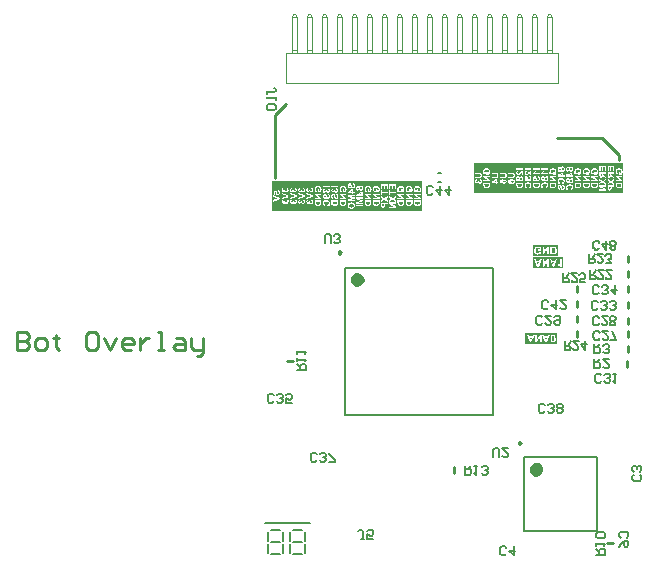
<source format=gbo>
G04*
G04 #@! TF.GenerationSoftware,Altium Limited,Altium Designer,20.2.6 (244)*
G04*
G04 Layer_Color=32896*
%FSLAX24Y24*%
%MOIN*%
G70*
G04*
G04 #@! TF.SameCoordinates,49DCD013-E9FA-4731-AA8E-B93FF918964A*
G04*
G04*
G04 #@! TF.FilePolarity,Positive*
G04*
G01*
G75*
%ADD10C,0.0236*%
%ADD11C,0.0098*%
%ADD12C,0.0079*%
%ADD15C,0.0100*%
%ADD18C,0.0070*%
%ADD58C,0.0060*%
%ADD83C,0.0039*%
G36*
X3812Y-4250D02*
X4089D01*
X4359D01*
X4628D01*
D01*
X5510D01*
Y-5250D01*
X4359D01*
X4089D01*
D01*
X3812D01*
D01*
X3535D01*
X3257D01*
X2980D01*
Y-4250D01*
X3257D01*
X3535D01*
X3812D01*
D01*
D02*
G37*
G36*
X1595D02*
X2980D01*
Y-5250D01*
X1870D01*
X1595D01*
X1321D01*
D01*
X1046D01*
Y-4250D01*
X1321D01*
X1595D01*
D01*
D02*
G37*
G36*
X1046Y-5250D02*
X771D01*
D01*
X493D01*
Y-4250D01*
X771D01*
X1046D01*
Y-5250D01*
D02*
G37*
G36*
X10532Y-3660D02*
X11633D01*
X11903D01*
D01*
X12180D01*
Y-4660D01*
X11903D01*
X11633D01*
X11364D01*
D01*
X10532D01*
D01*
X9977D01*
X9700D01*
Y-3660D01*
X9977D01*
X10532D01*
D01*
D02*
G37*
G36*
X8315D02*
X9700D01*
Y-4660D01*
X8590D01*
X8315D01*
X8042D01*
D01*
X7240D01*
Y-3660D01*
X8042D01*
X8315D01*
D01*
D02*
G37*
G36*
X10040Y-6751D02*
X9180D01*
Y-6385D01*
X10040D01*
Y-6751D01*
D02*
G37*
G36*
X10195Y-7158D02*
X9180D01*
Y-6800D01*
X10195D01*
Y-7158D01*
D02*
G37*
G36*
X9996Y-9678D02*
X8940D01*
Y-9315D01*
X9996D01*
Y-9678D01*
D02*
G37*
%LPC*%
G36*
X3180Y-4318D02*
X3176Y-4362D01*
X3176D01*
X3177Y-4362D01*
X3178D01*
X3179Y-4363D01*
X3183Y-4364D01*
X3188Y-4365D01*
X3194Y-4367D01*
X3199Y-4370D01*
X3204Y-4374D01*
X3208Y-4378D01*
X3209Y-4378D01*
X3210Y-4380D01*
X3212Y-4383D01*
X3214Y-4386D01*
X3216Y-4391D01*
X3217Y-4397D01*
X3219Y-4403D01*
X3219Y-4411D01*
Y-4414D01*
X3218Y-4418D01*
X3218Y-4423D01*
X3217Y-4428D01*
X3215Y-4434D01*
X3213Y-4439D01*
X3210Y-4444D01*
X3209Y-4444D01*
X3208Y-4445D01*
X3206Y-4447D01*
X3204Y-4449D01*
X3200Y-4451D01*
X3196Y-4453D01*
X3193Y-4455D01*
X3188Y-4455D01*
X3188D01*
X3187D01*
X3185Y-4455D01*
X3183Y-4454D01*
X3181Y-4454D01*
X3179Y-4453D01*
X3177Y-4452D01*
X3174Y-4450D01*
X3174Y-4450D01*
X3173Y-4449D01*
X3172Y-4448D01*
X3171Y-4446D01*
X3170Y-4444D01*
X3168Y-4441D01*
X3166Y-4438D01*
X3165Y-4434D01*
Y-4433D01*
X3164Y-4432D01*
X3163Y-4430D01*
X3163Y-4428D01*
X3162Y-4426D01*
X3162Y-4424D01*
X3161Y-4421D01*
X3160Y-4419D01*
X3159Y-4415D01*
X3158Y-4411D01*
X3157Y-4407D01*
X3156Y-4403D01*
X3155Y-4397D01*
Y-4397D01*
X3154Y-4396D01*
X3154Y-4394D01*
X3153Y-4392D01*
X3152Y-4389D01*
X3151Y-4385D01*
X3150Y-4382D01*
X3149Y-4377D01*
X3145Y-4369D01*
X3141Y-4361D01*
X3139Y-4357D01*
X3137Y-4353D01*
X3135Y-4350D01*
X3133Y-4347D01*
X3132Y-4346D01*
X3132Y-4346D01*
X3131Y-4345D01*
X3129Y-4343D01*
X3127Y-4342D01*
X3125Y-4340D01*
X3123Y-4338D01*
X3120Y-4337D01*
X3113Y-4333D01*
X3105Y-4329D01*
X3101Y-4328D01*
X3097Y-4327D01*
X3092Y-4327D01*
X3087Y-4326D01*
X3087D01*
X3087D01*
X3086D01*
X3084D01*
X3081Y-4327D01*
X3077Y-4327D01*
X3072Y-4328D01*
X3067Y-4330D01*
X3061Y-4332D01*
X3055Y-4336D01*
X3055D01*
X3055Y-4336D01*
X3053Y-4338D01*
X3050Y-4339D01*
X3047Y-4343D01*
X3043Y-4347D01*
X3039Y-4351D01*
X3036Y-4357D01*
X3033Y-4363D01*
Y-4364D01*
X3032Y-4364D01*
X3032Y-4365D01*
X3031Y-4367D01*
X3031Y-4369D01*
X3030Y-4371D01*
X3029Y-4373D01*
X3028Y-4376D01*
X3027Y-4383D01*
X3026Y-4390D01*
X3025Y-4398D01*
X3024Y-4408D01*
Y-4412D01*
X3025Y-4415D01*
X3025Y-4418D01*
X3025Y-4422D01*
X3026Y-4427D01*
X3027Y-4432D01*
X3029Y-4442D01*
X3031Y-4447D01*
X3032Y-4452D01*
X3034Y-4457D01*
X3037Y-4462D01*
X3040Y-4467D01*
X3043Y-4471D01*
X3044Y-4471D01*
X3044Y-4472D01*
X3045Y-4473D01*
X3046Y-4474D01*
X3048Y-4476D01*
X3051Y-4478D01*
X3053Y-4480D01*
X3056Y-4482D01*
X3060Y-4484D01*
X3063Y-4486D01*
X3068Y-4488D01*
X3072Y-4489D01*
X3077Y-4491D01*
X3082Y-4492D01*
X3087Y-4493D01*
X3093Y-4494D01*
X3094Y-4448D01*
X3094D01*
X3094D01*
X3091Y-4448D01*
X3089Y-4447D01*
X3085Y-4446D01*
X3081Y-4444D01*
X3077Y-4442D01*
X3073Y-4439D01*
X3070Y-4436D01*
X3069Y-4435D01*
X3068Y-4434D01*
X3067Y-4432D01*
X3066Y-4429D01*
X3065Y-4425D01*
X3063Y-4420D01*
X3062Y-4414D01*
X3062Y-4407D01*
Y-4404D01*
X3062Y-4400D01*
X3063Y-4396D01*
X3064Y-4391D01*
X3066Y-4386D01*
X3068Y-4381D01*
X3070Y-4377D01*
X3071Y-4376D01*
X3071Y-4376D01*
X3072Y-4374D01*
X3074Y-4373D01*
X3076Y-4372D01*
X3079Y-4371D01*
X3081Y-4370D01*
X3084Y-4370D01*
X3085D01*
X3086D01*
X3087Y-4370D01*
X3089Y-4371D01*
X3091Y-4371D01*
X3093Y-4372D01*
X3096Y-4374D01*
X3098Y-4376D01*
X3098Y-4376D01*
X3099Y-4378D01*
X3100Y-4379D01*
X3101Y-4381D01*
X3102Y-4382D01*
X3103Y-4385D01*
X3103Y-4387D01*
X3105Y-4390D01*
X3106Y-4394D01*
X3107Y-4397D01*
X3109Y-4402D01*
X3110Y-4407D01*
X3111Y-4412D01*
X3113Y-4418D01*
Y-4418D01*
X3113Y-4419D01*
X3114Y-4421D01*
X3114Y-4423D01*
X3115Y-4426D01*
X3116Y-4429D01*
X3117Y-4432D01*
X3118Y-4436D01*
X3120Y-4444D01*
X3123Y-4452D01*
X3126Y-4460D01*
X3127Y-4463D01*
X3129Y-4466D01*
Y-4466D01*
X3129Y-4467D01*
X3131Y-4469D01*
X3133Y-4472D01*
X3135Y-4475D01*
X3138Y-4479D01*
X3142Y-4483D01*
X3147Y-4488D01*
X3152Y-4491D01*
X3153Y-4491D01*
X3155Y-4492D01*
X3158Y-4494D01*
X3162Y-4496D01*
X3167Y-4497D01*
X3173Y-4499D01*
X3180Y-4500D01*
X3188Y-4500D01*
X3257D01*
X3191D01*
X3193Y-4500D01*
X3195Y-4500D01*
X3199Y-4499D01*
X3205Y-4498D01*
X3211Y-4496D01*
X3218Y-4493D01*
X3224Y-4489D01*
X3224D01*
X3225Y-4489D01*
X3227Y-4487D01*
X3230Y-4485D01*
X3233Y-4481D01*
X3238Y-4477D01*
X3241Y-4472D01*
X3245Y-4466D01*
X3249Y-4459D01*
Y-4458D01*
X3249Y-4458D01*
X3250Y-4457D01*
X3250Y-4455D01*
X3251Y-4453D01*
X3252Y-4451D01*
X3252Y-4448D01*
X3253Y-4445D01*
X3254Y-4442D01*
X3254Y-4438D01*
X3256Y-4430D01*
X3257Y-4420D01*
X3257Y-4410D01*
Y-4406D01*
X3257Y-4403D01*
X3256Y-4399D01*
X3256Y-4396D01*
X3255Y-4391D01*
X3254Y-4386D01*
X3252Y-4375D01*
X3251Y-4370D01*
X3249Y-4365D01*
X3247Y-4359D01*
X3244Y-4354D01*
X3241Y-4349D01*
X3238Y-4345D01*
X3237Y-4344D01*
X3237Y-4344D01*
X3236Y-4342D01*
X3234Y-4341D01*
X3232Y-4339D01*
X3229Y-4337D01*
X3226Y-4335D01*
X3223Y-4333D01*
X3219Y-4330D01*
X3215Y-4328D01*
X3210Y-4326D01*
X3205Y-4324D01*
X3199Y-4322D01*
X3193Y-4320D01*
X3187Y-4319D01*
X3180Y-4318D01*
D02*
G37*
G36*
X3535Y-4400D02*
D01*
Y-4488D01*
X3534Y-4485D01*
X3534Y-4482D01*
X3534Y-4478D01*
X3533Y-4473D01*
X3532Y-4468D01*
X3530Y-4458D01*
X3528Y-4452D01*
X3526Y-4447D01*
X3524Y-4441D01*
X3522Y-4436D01*
X3519Y-4431D01*
X3515Y-4427D01*
X3515Y-4426D01*
X3514Y-4426D01*
X3513Y-4425D01*
X3512Y-4423D01*
X3509Y-4421D01*
X3507Y-4419D01*
X3504Y-4417D01*
X3501Y-4415D01*
X3497Y-4413D01*
X3492Y-4410D01*
X3488Y-4408D01*
X3482Y-4406D01*
X3477Y-4404D01*
X3471Y-4402D01*
X3464Y-4401D01*
X3457Y-4400D01*
X3453Y-4444D01*
X3454D01*
X3454Y-4444D01*
X3455D01*
X3457Y-4445D01*
X3461Y-4446D01*
X3466Y-4448D01*
X3471Y-4449D01*
X3477Y-4452D01*
X3481Y-4456D01*
X3486Y-4460D01*
X3486Y-4461D01*
X3488Y-4462D01*
X3489Y-4465D01*
X3491Y-4469D01*
X3493Y-4473D01*
X3495Y-4479D01*
X3496Y-4485D01*
X3496Y-4493D01*
Y-4496D01*
X3496Y-4500D01*
X3495Y-4505D01*
X3494Y-4510D01*
X3492Y-4516D01*
X3490Y-4521D01*
X3487Y-4526D01*
X3487Y-4526D01*
X3486Y-4528D01*
X3484Y-4529D01*
X3481Y-4531D01*
X3478Y-4533D01*
X3474Y-4535D01*
X3470Y-4537D01*
X3466Y-4537D01*
X3465D01*
X3464D01*
X3463Y-4537D01*
X3461Y-4536D01*
X3459Y-4536D01*
X3456Y-4535D01*
X3454Y-4534D01*
X3452Y-4532D01*
X3452Y-4532D01*
X3451Y-4531D01*
X3450Y-4530D01*
X3449Y-4529D01*
X3447Y-4526D01*
X3445Y-4523D01*
X3444Y-4520D01*
X3442Y-4516D01*
Y-4516D01*
X3442Y-4514D01*
X3441Y-4512D01*
X3440Y-4510D01*
X3440Y-4508D01*
X3439Y-4506D01*
X3438Y-4504D01*
X3438Y-4501D01*
X3437Y-4497D01*
X3436Y-4494D01*
X3435Y-4489D01*
X3433Y-4485D01*
X3432Y-4480D01*
Y-4479D01*
X3432Y-4478D01*
X3431Y-4476D01*
X3431Y-4474D01*
X3430Y-4471D01*
X3429Y-4467D01*
X3427Y-4464D01*
X3426Y-4460D01*
X3423Y-4451D01*
X3419Y-4443D01*
X3417Y-4439D01*
X3415Y-4435D01*
X3412Y-4432D01*
X3410Y-4429D01*
X3410Y-4428D01*
X3409Y-4428D01*
X3408Y-4427D01*
X3407Y-4426D01*
X3405Y-4424D01*
X3403Y-4422D01*
X3400Y-4420D01*
X3397Y-4419D01*
X3391Y-4415D01*
X3383Y-4412D01*
X3379Y-4410D01*
X3374Y-4409D01*
X3370Y-4409D01*
X3365Y-4408D01*
X3364D01*
X3364D01*
X3363D01*
X3362D01*
X3359Y-4409D01*
X3354Y-4410D01*
X3350Y-4411D01*
X3344Y-4412D01*
X3338Y-4414D01*
X3333Y-4418D01*
X3332D01*
X3332Y-4418D01*
X3330Y-4420D01*
X3327Y-4422D01*
X3324Y-4425D01*
X3321Y-4429D01*
X3317Y-4434D01*
X3313Y-4439D01*
X3310Y-4446D01*
Y-4446D01*
X3310Y-4447D01*
X3309Y-4448D01*
X3309Y-4449D01*
X3308Y-4451D01*
X3307Y-4453D01*
X3307Y-4455D01*
X3306Y-4458D01*
X3304Y-4465D01*
X3303Y-4472D01*
X3302Y-4481D01*
X3302Y-4490D01*
Y-4494D01*
X3302Y-4497D01*
X3303Y-4500D01*
X3303Y-4505D01*
X3304Y-4509D01*
X3304Y-4514D01*
X3306Y-4524D01*
X3308Y-4529D01*
X3310Y-4534D01*
X3312Y-4540D01*
X3315Y-4544D01*
X3317Y-4549D01*
X3321Y-4553D01*
X3321Y-4553D01*
X3322Y-4554D01*
X3323Y-4555D01*
X3324Y-4556D01*
X3326Y-4558D01*
X3328Y-4560D01*
X3331Y-4562D01*
X3334Y-4564D01*
X3337Y-4566D01*
X3341Y-4568D01*
X3345Y-4570D01*
X3350Y-4572D01*
X3354Y-4573D01*
X3359Y-4575D01*
X3364Y-4576D01*
X3370Y-4576D01*
X3372Y-4530D01*
X3372D01*
X3371D01*
X3369Y-4530D01*
X3366Y-4529D01*
X3362Y-4528D01*
X3358Y-4526D01*
X3354Y-4524D01*
X3350Y-4521D01*
X3347Y-4518D01*
X3347Y-4518D01*
X3346Y-4516D01*
X3345Y-4514D01*
X3343Y-4511D01*
X3342Y-4507D01*
X3341Y-4502D01*
X3340Y-4496D01*
X3339Y-4489D01*
Y-4486D01*
X3340Y-4483D01*
X3340Y-4478D01*
X3341Y-4473D01*
X3343Y-4468D01*
X3345Y-4463D01*
X3348Y-4459D01*
X3348Y-4459D01*
X3349Y-4458D01*
X3350Y-4457D01*
X3351Y-4455D01*
X3353Y-4454D01*
X3356Y-4453D01*
X3359Y-4452D01*
X3362Y-4452D01*
X3362D01*
X3363D01*
X3365Y-4452D01*
X3366Y-4453D01*
X3369Y-4453D01*
X3371Y-4454D01*
X3373Y-4456D01*
X3375Y-4458D01*
X3376Y-4459D01*
X3377Y-4460D01*
X3377Y-4461D01*
X3378Y-4463D01*
X3379Y-4464D01*
X3380Y-4467D01*
X3381Y-4469D01*
X3382Y-4472D01*
X3384Y-4476D01*
X3385Y-4479D01*
X3386Y-4484D01*
X3387Y-4489D01*
X3389Y-4494D01*
X3390Y-4500D01*
Y-4500D01*
X3391Y-4501D01*
X3391Y-4503D01*
X3392Y-4505D01*
X3392Y-4508D01*
X3393Y-4511D01*
X3394Y-4515D01*
X3395Y-4518D01*
X3398Y-4526D01*
X3400Y-4534D01*
X3403Y-4542D01*
X3405Y-4545D01*
X3407Y-4548D01*
Y-4549D01*
X3407Y-4549D01*
X3408Y-4551D01*
X3410Y-4554D01*
X3413Y-4557D01*
X3416Y-4561D01*
X3420Y-4565D01*
X3424Y-4570D01*
X3430Y-4573D01*
X3430Y-4574D01*
X3432Y-4575D01*
X3435Y-4576D01*
X3439Y-4578D01*
X3444Y-4579D01*
X3451Y-4581D01*
X3457Y-4582D01*
X3465Y-4582D01*
X3535D01*
Y-4400D01*
D02*
G37*
G36*
X4628Y-4356D02*
X4403D01*
Y-4527D01*
Y-4522D01*
X4441D01*
Y-4402D01*
X4491D01*
Y-4514D01*
X4529D01*
Y-4402D01*
X4590D01*
Y-4527D01*
X4628D01*
Y-4356D01*
D02*
G37*
G36*
X3812Y-4417D02*
D01*
Y-4527D01*
X3812Y-4525D01*
Y-4522D01*
X3811Y-4518D01*
X3811Y-4514D01*
X3810Y-4510D01*
X3808Y-4501D01*
X3806Y-4490D01*
X3802Y-4479D01*
X3800Y-4475D01*
X3797Y-4469D01*
X3797Y-4469D01*
X3797Y-4468D01*
X3796Y-4467D01*
X3795Y-4465D01*
X3793Y-4463D01*
X3791Y-4461D01*
X3789Y-4458D01*
X3786Y-4455D01*
X3781Y-4448D01*
X3773Y-4442D01*
X3765Y-4436D01*
X3755Y-4430D01*
X3755D01*
X3754Y-4430D01*
X3752Y-4429D01*
X3750Y-4428D01*
X3748Y-4427D01*
X3745Y-4426D01*
X3741Y-4425D01*
X3737Y-4424D01*
X3733Y-4422D01*
X3728Y-4421D01*
X3718Y-4419D01*
X3707Y-4418D01*
X3695Y-4417D01*
X3812D01*
X3695D01*
D01*
X3691D01*
X3689Y-4418D01*
X3686D01*
X3682Y-4418D01*
X3679Y-4419D01*
X3674Y-4419D01*
X3665Y-4421D01*
X3654Y-4423D01*
X3643Y-4427D01*
X3638Y-4429D01*
X3633Y-4432D01*
X3633Y-4432D01*
X3632Y-4432D01*
X3630Y-4433D01*
X3628Y-4434D01*
X3626Y-4436D01*
X3623Y-4438D01*
X3621Y-4440D01*
X3617Y-4443D01*
X3614Y-4445D01*
X3610Y-4449D01*
X3607Y-4452D01*
X3603Y-4456D01*
X3600Y-4460D01*
X3597Y-4465D01*
X3591Y-4475D01*
Y-4475D01*
X3590Y-4476D01*
X3590Y-4477D01*
X3589Y-4478D01*
X3588Y-4481D01*
X3587Y-4483D01*
X3586Y-4486D01*
X3585Y-4489D01*
X3584Y-4493D01*
X3583Y-4497D01*
X3582Y-4502D01*
X3581Y-4506D01*
X3580Y-4517D01*
X3579Y-4528D01*
Y-4532D01*
X3580Y-4535D01*
X3580Y-4539D01*
X3580Y-4543D01*
X3581Y-4548D01*
X3582Y-4552D01*
X3584Y-4563D01*
X3587Y-4573D01*
X3589Y-4579D01*
X3591Y-4584D01*
X3594Y-4589D01*
X3597Y-4594D01*
X3597Y-4594D01*
X3598Y-4594D01*
X3599Y-4596D01*
X3600Y-4597D01*
X3602Y-4599D01*
X3604Y-4601D01*
X3607Y-4604D01*
X3609Y-4606D01*
X3613Y-4609D01*
X3616Y-4611D01*
X3620Y-4614D01*
X3625Y-4616D01*
X3629Y-4619D01*
X3634Y-4621D01*
X3640Y-4623D01*
X3645Y-4624D01*
X3654Y-4579D01*
X3653D01*
X3653Y-4579D01*
X3651Y-4578D01*
X3648Y-4577D01*
X3644Y-4575D01*
X3640Y-4572D01*
X3636Y-4569D01*
X3632Y-4565D01*
X3628Y-4561D01*
X3627Y-4560D01*
X3626Y-4559D01*
X3624Y-4556D01*
X3623Y-4552D01*
X3621Y-4547D01*
X3620Y-4542D01*
X3618Y-4536D01*
X3618Y-4528D01*
Y-4525D01*
X3618Y-4524D01*
X3619Y-4521D01*
X3619Y-4518D01*
X3620Y-4515D01*
X3620Y-4511D01*
X3622Y-4504D01*
X3624Y-4500D01*
X3626Y-4496D01*
X3628Y-4492D01*
X3631Y-4488D01*
X3634Y-4485D01*
X3637Y-4481D01*
X3637Y-4481D01*
X3638Y-4480D01*
X3639Y-4479D01*
X3641Y-4478D01*
X3643Y-4477D01*
X3645Y-4476D01*
X3648Y-4474D01*
X3651Y-4473D01*
X3655Y-4471D01*
X3659Y-4469D01*
X3664Y-4468D01*
X3668Y-4466D01*
X3674Y-4466D01*
X3680Y-4465D01*
X3686Y-4464D01*
X3693Y-4464D01*
X3693D01*
X3695D01*
X3697D01*
X3700Y-4464D01*
X3703Y-4465D01*
X3707Y-4465D01*
X3711Y-4466D01*
X3716Y-4466D01*
X3726Y-4468D01*
X3736Y-4471D01*
X3740Y-4473D01*
X3745Y-4476D01*
X3749Y-4478D01*
X3753Y-4481D01*
X3754Y-4482D01*
X3754Y-4482D01*
X3755Y-4483D01*
X3757Y-4485D01*
X3758Y-4487D01*
X3760Y-4489D01*
X3761Y-4491D01*
X3763Y-4494D01*
X3765Y-4497D01*
X3767Y-4501D01*
X3770Y-4509D01*
X3771Y-4513D01*
X3772Y-4518D01*
X3773Y-4523D01*
X3773Y-4528D01*
Y-4531D01*
X3773Y-4533D01*
X3773Y-4537D01*
X3772Y-4541D01*
X3771Y-4546D01*
X3770Y-4551D01*
X3768Y-4557D01*
Y-4557D01*
X3768Y-4557D01*
X3767Y-4559D01*
X3766Y-4562D01*
X3764Y-4565D01*
X3762Y-4569D01*
X3760Y-4573D01*
X3757Y-4577D01*
X3754Y-4581D01*
X3726D01*
Y-4529D01*
X3688D01*
Y-4627D01*
X3579D01*
X3812D01*
Y-4417D01*
D02*
G37*
G36*
X4359Y-4359D02*
X4134D01*
Y-4530D01*
D01*
Y-4526D01*
X4172D01*
Y-4405D01*
X4222D01*
Y-4517D01*
X4260D01*
Y-4405D01*
X4321D01*
Y-4530D01*
X4359D01*
Y-4359D01*
D02*
G37*
G36*
X5183Y-4417D02*
X5066D01*
D01*
X5062D01*
X5060Y-4418D01*
X5056D01*
X5053Y-4418D01*
X5049Y-4419D01*
X5045Y-4419D01*
X5035Y-4421D01*
X5024Y-4423D01*
X5014Y-4427D01*
X5009Y-4429D01*
X5003Y-4432D01*
X5003Y-4432D01*
X5002Y-4432D01*
X5001Y-4433D01*
X4999Y-4434D01*
X4997Y-4436D01*
X4994Y-4438D01*
X4991Y-4440D01*
X4988Y-4443D01*
X4985Y-4445D01*
X4981Y-4449D01*
X4977Y-4452D01*
X4974Y-4456D01*
X4971Y-4460D01*
X4967Y-4465D01*
X4961Y-4475D01*
Y-4475D01*
X4961Y-4476D01*
X4960Y-4477D01*
X4959Y-4478D01*
X4959Y-4481D01*
X4958Y-4483D01*
X4957Y-4486D01*
X4955Y-4489D01*
X4954Y-4493D01*
X4953Y-4497D01*
X4952Y-4502D01*
X4952Y-4506D01*
X4950Y-4517D01*
X4950Y-4528D01*
Y-4627D01*
Y-4532D01*
X4950Y-4535D01*
X4951Y-4539D01*
X4951Y-4543D01*
X4951Y-4548D01*
X4952Y-4552D01*
X4954Y-4563D01*
X4957Y-4573D01*
X4959Y-4579D01*
X4962Y-4584D01*
X4964Y-4589D01*
X4967Y-4594D01*
X4968Y-4594D01*
X4968Y-4594D01*
X4969Y-4596D01*
X4971Y-4597D01*
X4972Y-4599D01*
X4975Y-4601D01*
X4977Y-4604D01*
X4980Y-4606D01*
X4983Y-4609D01*
X4987Y-4611D01*
X4991Y-4614D01*
X4995Y-4616D01*
X5000Y-4619D01*
X5005Y-4621D01*
X5010Y-4623D01*
X5016Y-4624D01*
X5024Y-4579D01*
X5024D01*
X5023Y-4579D01*
X5021Y-4578D01*
X5019Y-4577D01*
X5015Y-4575D01*
X5010Y-4572D01*
X5006Y-4569D01*
X5002Y-4565D01*
X4998Y-4561D01*
X4998Y-4560D01*
X4997Y-4559D01*
X4995Y-4556D01*
X4993Y-4552D01*
X4991Y-4547D01*
X4990Y-4542D01*
X4989Y-4536D01*
X4988Y-4528D01*
Y-4525D01*
X4989Y-4524D01*
X4989Y-4521D01*
X4989Y-4518D01*
X4990Y-4515D01*
X4991Y-4511D01*
X4993Y-4504D01*
X4995Y-4500D01*
X4997Y-4496D01*
X4999Y-4492D01*
X5001Y-4488D01*
X5004Y-4485D01*
X5008Y-4481D01*
X5008Y-4481D01*
X5009Y-4480D01*
X5010Y-4479D01*
X5011Y-4478D01*
X5013Y-4477D01*
X5015Y-4476D01*
X5018Y-4474D01*
X5021Y-4473D01*
X5025Y-4471D01*
X5030Y-4469D01*
X5034Y-4468D01*
X5039Y-4466D01*
X5045Y-4466D01*
X5051Y-4465D01*
X5057Y-4464D01*
X5064Y-4464D01*
X5064D01*
X5065D01*
X5068D01*
X5070Y-4464D01*
X5074Y-4465D01*
X5077Y-4465D01*
X5082Y-4466D01*
X5086Y-4466D01*
X5096Y-4468D01*
X5106Y-4471D01*
X5111Y-4473D01*
X5115Y-4476D01*
X5120Y-4478D01*
X5124Y-4481D01*
X5124Y-4482D01*
X5125Y-4482D01*
X5126Y-4483D01*
X5127Y-4485D01*
X5128Y-4487D01*
X5130Y-4489D01*
X5132Y-4491D01*
X5134Y-4494D01*
X5136Y-4497D01*
X5137Y-4501D01*
X5141Y-4509D01*
X5142Y-4513D01*
X5143Y-4518D01*
X5144Y-4523D01*
X5144Y-4528D01*
Y-4531D01*
X5144Y-4533D01*
X5143Y-4537D01*
X5143Y-4541D01*
X5142Y-4546D01*
X5140Y-4551D01*
X5138Y-4557D01*
Y-4557D01*
X5138Y-4557D01*
X5137Y-4559D01*
X5136Y-4562D01*
X5135Y-4565D01*
X5133Y-4569D01*
X5130Y-4573D01*
X5128Y-4577D01*
X5125Y-4581D01*
X5096D01*
Y-4529D01*
X5058D01*
Y-4627D01*
X4950D01*
X5183D01*
Y-4525D01*
Y-4527D01*
X5182Y-4525D01*
Y-4522D01*
X5182Y-4518D01*
X5181Y-4514D01*
X5181Y-4510D01*
X5179Y-4501D01*
X5176Y-4490D01*
X5173Y-4479D01*
X5171Y-4475D01*
X5168Y-4469D01*
X5168Y-4469D01*
X5167Y-4468D01*
X5166Y-4467D01*
X5165Y-4465D01*
X5164Y-4463D01*
X5162Y-4461D01*
X5160Y-4458D01*
X5157Y-4455D01*
X5151Y-4448D01*
X5144Y-4442D01*
X5135Y-4436D01*
X5125Y-4430D01*
X5125D01*
X5124Y-4430D01*
X5123Y-4429D01*
X5121Y-4428D01*
X5118Y-4427D01*
X5115Y-4426D01*
X5112Y-4425D01*
X5108Y-4424D01*
X5103Y-4422D01*
X5099Y-4421D01*
X5089Y-4419D01*
X5078Y-4418D01*
X5066Y-4417D01*
X5183D01*
D02*
G37*
G36*
X4905D02*
X4788D01*
D01*
X4785D01*
X4782Y-4418D01*
X4779D01*
X4775Y-4418D01*
X4772Y-4419D01*
X4767Y-4419D01*
X4758Y-4421D01*
X4747Y-4423D01*
X4736Y-4427D01*
X4731Y-4429D01*
X4726Y-4432D01*
X4726Y-4432D01*
X4725Y-4432D01*
X4723Y-4433D01*
X4721Y-4434D01*
X4719Y-4436D01*
X4716Y-4438D01*
X4714Y-4440D01*
X4710Y-4443D01*
X4707Y-4445D01*
X4704Y-4449D01*
X4700Y-4452D01*
X4696Y-4456D01*
X4693Y-4460D01*
X4690Y-4465D01*
X4684Y-4475D01*
Y-4475D01*
X4683Y-4476D01*
X4683Y-4477D01*
X4682Y-4478D01*
X4681Y-4481D01*
X4680Y-4483D01*
X4679Y-4486D01*
X4678Y-4489D01*
X4677Y-4493D01*
X4676Y-4497D01*
X4675Y-4502D01*
X4674Y-4506D01*
X4673Y-4517D01*
X4672Y-4528D01*
Y-4627D01*
Y-4532D01*
X4673Y-4535D01*
X4673Y-4539D01*
X4673Y-4543D01*
X4674Y-4548D01*
X4675Y-4552D01*
X4677Y-4563D01*
X4680Y-4573D01*
X4682Y-4579D01*
X4684Y-4584D01*
X4687Y-4589D01*
X4690Y-4594D01*
X4690Y-4594D01*
X4691Y-4594D01*
X4692Y-4596D01*
X4693Y-4597D01*
X4695Y-4599D01*
X4697Y-4601D01*
X4700Y-4604D01*
X4703Y-4606D01*
X4706Y-4609D01*
X4709Y-4611D01*
X4713Y-4614D01*
X4718Y-4616D01*
X4722Y-4619D01*
X4727Y-4621D01*
X4733Y-4623D01*
X4738Y-4624D01*
X4747Y-4579D01*
X4746D01*
X4746Y-4579D01*
X4744Y-4578D01*
X4741Y-4577D01*
X4737Y-4575D01*
X4733Y-4572D01*
X4729Y-4569D01*
X4725Y-4565D01*
X4721Y-4561D01*
X4720Y-4560D01*
X4719Y-4559D01*
X4717Y-4556D01*
X4716Y-4552D01*
X4714Y-4547D01*
X4713Y-4542D01*
X4711Y-4536D01*
X4711Y-4528D01*
Y-4525D01*
X4711Y-4524D01*
X4712Y-4521D01*
X4712Y-4518D01*
X4713Y-4515D01*
X4713Y-4511D01*
X4716Y-4504D01*
X4717Y-4500D01*
X4719Y-4496D01*
X4721Y-4492D01*
X4724Y-4488D01*
X4727Y-4485D01*
X4730Y-4481D01*
X4730Y-4481D01*
X4731Y-4480D01*
X4732Y-4479D01*
X4734Y-4478D01*
X4736Y-4477D01*
X4738Y-4476D01*
X4741Y-4474D01*
X4744Y-4473D01*
X4748Y-4471D01*
X4752Y-4469D01*
X4757Y-4468D01*
X4762Y-4466D01*
X4767Y-4466D01*
X4773Y-4465D01*
X4779Y-4464D01*
X4786Y-4464D01*
X4786D01*
X4788D01*
X4790D01*
X4793Y-4464D01*
X4796Y-4465D01*
X4800Y-4465D01*
X4804Y-4466D01*
X4809Y-4466D01*
X4819Y-4468D01*
X4829Y-4471D01*
X4833Y-4473D01*
X4838Y-4476D01*
X4843Y-4478D01*
X4846Y-4481D01*
X4847Y-4482D01*
X4847Y-4482D01*
X4848Y-4483D01*
X4850Y-4485D01*
X4851Y-4487D01*
X4853Y-4489D01*
X4855Y-4491D01*
X4856Y-4494D01*
X4858Y-4497D01*
X4860Y-4501D01*
X4863Y-4509D01*
X4865Y-4513D01*
X4866Y-4518D01*
X4866Y-4523D01*
X4866Y-4528D01*
Y-4531D01*
X4866Y-4533D01*
X4866Y-4537D01*
X4865Y-4541D01*
X4864Y-4546D01*
X4863Y-4551D01*
X4861Y-4557D01*
Y-4557D01*
X4861Y-4557D01*
X4860Y-4559D01*
X4859Y-4562D01*
X4857Y-4565D01*
X4855Y-4569D01*
X4853Y-4573D01*
X4850Y-4577D01*
X4847Y-4581D01*
X4819D01*
Y-4529D01*
X4781D01*
Y-4627D01*
X4672D01*
X4905D01*
Y-4525D01*
Y-4527D01*
X4905Y-4525D01*
Y-4522D01*
X4904Y-4518D01*
X4904Y-4514D01*
X4903Y-4510D01*
X4901Y-4501D01*
X4899Y-4490D01*
X4895Y-4479D01*
X4893Y-4475D01*
X4890Y-4469D01*
X4890Y-4469D01*
X4890Y-4468D01*
X4889Y-4467D01*
X4888Y-4465D01*
X4886Y-4463D01*
X4884Y-4461D01*
X4882Y-4458D01*
X4879Y-4455D01*
X4874Y-4448D01*
X4866Y-4442D01*
X4858Y-4436D01*
X4848Y-4430D01*
X4848D01*
X4847Y-4430D01*
X4845Y-4429D01*
X4843Y-4428D01*
X4841Y-4427D01*
X4838Y-4426D01*
X4834Y-4425D01*
X4830Y-4424D01*
X4826Y-4422D01*
X4821Y-4421D01*
X4811Y-4419D01*
X4800Y-4418D01*
X4788Y-4417D01*
X4905D01*
D02*
G37*
G36*
X4089D02*
X3973D01*
D01*
X3969D01*
X3967Y-4418D01*
X3963D01*
X3960Y-4418D01*
X3956Y-4419D01*
X3951Y-4419D01*
X3942Y-4421D01*
X3931Y-4423D01*
X3921Y-4427D01*
X3915Y-4429D01*
X3910Y-4432D01*
X3910Y-4432D01*
X3909Y-4432D01*
X3908Y-4433D01*
X3906Y-4434D01*
X3904Y-4436D01*
X3901Y-4438D01*
X3898Y-4440D01*
X3895Y-4443D01*
X3892Y-4445D01*
X3888Y-4449D01*
X3884Y-4452D01*
X3881Y-4456D01*
X3878Y-4460D01*
X3874Y-4465D01*
X3868Y-4475D01*
Y-4475D01*
X3868Y-4476D01*
X3867Y-4477D01*
X3866Y-4478D01*
X3866Y-4481D01*
X3865Y-4483D01*
X3864Y-4486D01*
X3862Y-4489D01*
X3861Y-4493D01*
X3860Y-4497D01*
X3859Y-4502D01*
X3858Y-4506D01*
X3857Y-4517D01*
X3857Y-4528D01*
Y-4532D01*
X3857Y-4535D01*
X3857Y-4539D01*
X3858Y-4543D01*
X3858Y-4548D01*
X3859Y-4552D01*
X3861Y-4563D01*
X3864Y-4573D01*
X3866Y-4579D01*
X3869Y-4584D01*
X3871Y-4589D01*
X3874Y-4594D01*
X3875Y-4594D01*
X3875Y-4594D01*
X3876Y-4596D01*
X3878Y-4597D01*
X3879Y-4599D01*
X3881Y-4601D01*
X3884Y-4604D01*
X3887Y-4606D01*
X3890Y-4609D01*
X3894Y-4611D01*
X3898Y-4614D01*
X3902Y-4616D01*
X3907Y-4619D01*
X3912Y-4621D01*
X3917Y-4623D01*
X3923Y-4624D01*
X3931Y-4579D01*
X3931D01*
X3930Y-4579D01*
X3928Y-4578D01*
X3926Y-4577D01*
X3922Y-4575D01*
X3917Y-4572D01*
X3913Y-4569D01*
X3909Y-4565D01*
X3905Y-4561D01*
X3905Y-4560D01*
X3904Y-4559D01*
X3902Y-4556D01*
X3900Y-4552D01*
X3898Y-4547D01*
X3897Y-4542D01*
X3896Y-4536D01*
X3895Y-4528D01*
Y-4525D01*
X3896Y-4524D01*
X3896Y-4521D01*
X3896Y-4518D01*
X3897Y-4515D01*
X3898Y-4511D01*
X3900Y-4504D01*
X3902Y-4500D01*
X3904Y-4496D01*
X3906Y-4492D01*
X3908Y-4488D01*
X3911Y-4485D01*
X3915Y-4481D01*
X3915Y-4481D01*
X3915Y-4480D01*
X3916Y-4479D01*
X3918Y-4478D01*
X3920Y-4477D01*
X3922Y-4476D01*
X3925Y-4474D01*
X3928Y-4473D01*
X3932Y-4471D01*
X3937Y-4469D01*
X3941Y-4468D01*
X3946Y-4466D01*
X3951Y-4466D01*
X3958Y-4465D01*
X3964Y-4464D01*
X3971Y-4464D01*
X3971D01*
X3972D01*
X3974D01*
X3977Y-4464D01*
X3981Y-4465D01*
X3984Y-4465D01*
X3989Y-4466D01*
X3993Y-4466D01*
X4003Y-4468D01*
X4013Y-4471D01*
X4018Y-4473D01*
X4022Y-4476D01*
X4027Y-4478D01*
X4031Y-4481D01*
X4031Y-4482D01*
X4032Y-4482D01*
X4033Y-4483D01*
X4034Y-4485D01*
X4035Y-4487D01*
X4037Y-4489D01*
X4039Y-4491D01*
X4041Y-4494D01*
X4043Y-4497D01*
X4044Y-4501D01*
X4048Y-4509D01*
X4049Y-4513D01*
X4050Y-4518D01*
X4051Y-4523D01*
X4051Y-4528D01*
Y-4531D01*
X4051Y-4533D01*
X4050Y-4537D01*
X4050Y-4541D01*
X4049Y-4546D01*
X4047Y-4551D01*
X4045Y-4557D01*
Y-4557D01*
X4045Y-4557D01*
X4044Y-4559D01*
X4043Y-4562D01*
X4042Y-4565D01*
X4040Y-4569D01*
X4037Y-4573D01*
X4035Y-4577D01*
X4032Y-4581D01*
X4003D01*
Y-4529D01*
X3965D01*
Y-4627D01*
X3857D01*
X4089D01*
X4055D01*
X4056Y-4626D01*
X4056Y-4625D01*
X4057Y-4624D01*
X4059Y-4623D01*
X4060Y-4621D01*
X4063Y-4617D01*
X4067Y-4610D01*
X4071Y-4603D01*
X4075Y-4595D01*
X4079Y-4585D01*
Y-4585D01*
X4079Y-4584D01*
X4080Y-4583D01*
X4081Y-4581D01*
X4081Y-4578D01*
X4082Y-4575D01*
X4083Y-4572D01*
X4084Y-4569D01*
X4086Y-4560D01*
X4088Y-4551D01*
X4089Y-4541D01*
X4089Y-4531D01*
Y-4527D01*
X4089Y-4525D01*
Y-4522D01*
X4089Y-4518D01*
X4088Y-4514D01*
X4088Y-4510D01*
X4086Y-4501D01*
X4083Y-4490D01*
X4080Y-4479D01*
X4077Y-4475D01*
X4075Y-4469D01*
X4075Y-4469D01*
X4074Y-4468D01*
X4073Y-4467D01*
X4072Y-4465D01*
X4071Y-4463D01*
X4069Y-4461D01*
X4066Y-4458D01*
X4064Y-4455D01*
X4058Y-4448D01*
X4051Y-4442D01*
X4042Y-4436D01*
X4032Y-4430D01*
X4032D01*
X4031Y-4430D01*
X4030Y-4429D01*
X4028Y-4428D01*
X4025Y-4427D01*
X4022Y-4426D01*
X4019Y-4425D01*
X4015Y-4424D01*
X4010Y-4422D01*
X4006Y-4421D01*
X3996Y-4419D01*
X3984Y-4418D01*
X3973Y-4417D01*
X4089D01*
D02*
G37*
G36*
X5460D02*
X5343D01*
D01*
X5339D01*
X5337Y-4418D01*
X5334D01*
X5330Y-4418D01*
X5327Y-4419D01*
X5322Y-4419D01*
X5313Y-4421D01*
X5302Y-4423D01*
X5291Y-4427D01*
X5286Y-4429D01*
X5281Y-4432D01*
X5281Y-4432D01*
X5280Y-4432D01*
X5278Y-4433D01*
X5276Y-4434D01*
X5274Y-4436D01*
X5271Y-4438D01*
X5269Y-4440D01*
X5265Y-4443D01*
X5262Y-4445D01*
X5258Y-4449D01*
X5255Y-4452D01*
X5251Y-4456D01*
X5248Y-4460D01*
X5245Y-4465D01*
X5239Y-4475D01*
Y-4475D01*
X5238Y-4476D01*
X5238Y-4477D01*
X5237Y-4478D01*
X5236Y-4481D01*
X5235Y-4483D01*
X5234Y-4486D01*
X5233Y-4489D01*
X5232Y-4493D01*
X5231Y-4497D01*
X5230Y-4502D01*
X5229Y-4506D01*
X5228Y-4517D01*
X5227Y-4528D01*
Y-4627D01*
Y-4532D01*
X5228Y-4535D01*
X5228Y-4539D01*
X5228Y-4543D01*
X5229Y-4548D01*
X5230Y-4552D01*
X5232Y-4563D01*
X5235Y-4573D01*
X5237Y-4579D01*
X5239Y-4584D01*
X5242Y-4589D01*
X5245Y-4594D01*
X5245Y-4594D01*
X5246Y-4594D01*
X5247Y-4596D01*
X5248Y-4597D01*
X5250Y-4599D01*
X5252Y-4601D01*
X5255Y-4604D01*
X5257Y-4606D01*
X5261Y-4609D01*
X5264Y-4611D01*
X5268Y-4614D01*
X5273Y-4616D01*
X5277Y-4619D01*
X5282Y-4621D01*
X5288Y-4623D01*
X5293Y-4624D01*
X5302Y-4579D01*
X5301D01*
X5301Y-4579D01*
X5299Y-4578D01*
X5296Y-4577D01*
X5292Y-4575D01*
X5288Y-4572D01*
X5284Y-4569D01*
X5280Y-4565D01*
X5276Y-4561D01*
X5275Y-4560D01*
X5274Y-4559D01*
X5272Y-4556D01*
X5271Y-4552D01*
X5269Y-4547D01*
X5268Y-4542D01*
X5266Y-4536D01*
X5266Y-4528D01*
Y-4525D01*
X5266Y-4524D01*
X5267Y-4521D01*
X5267Y-4518D01*
X5268Y-4515D01*
X5268Y-4511D01*
X5270Y-4504D01*
X5272Y-4500D01*
X5274Y-4496D01*
X5276Y-4492D01*
X5279Y-4488D01*
X5282Y-4485D01*
X5285Y-4481D01*
X5285Y-4481D01*
X5286Y-4480D01*
X5287Y-4479D01*
X5289Y-4478D01*
X5291Y-4477D01*
X5293Y-4476D01*
X5296Y-4474D01*
X5299Y-4473D01*
X5303Y-4471D01*
X5307Y-4469D01*
X5312Y-4468D01*
X5316Y-4466D01*
X5322Y-4466D01*
X5328Y-4465D01*
X5334Y-4464D01*
X5341Y-4464D01*
X5341D01*
X5343D01*
X5345D01*
X5348Y-4464D01*
X5351Y-4465D01*
X5355Y-4465D01*
X5359Y-4466D01*
X5364Y-4466D01*
X5373Y-4468D01*
X5384Y-4471D01*
X5388Y-4473D01*
X5393Y-4476D01*
X5397Y-4478D01*
X5401Y-4481D01*
X5402Y-4482D01*
X5402Y-4482D01*
X5403Y-4483D01*
X5405Y-4485D01*
X5406Y-4487D01*
X5408Y-4489D01*
X5409Y-4491D01*
X5411Y-4494D01*
X5413Y-4497D01*
X5415Y-4501D01*
X5418Y-4509D01*
X5419Y-4513D01*
X5420Y-4518D01*
X5421Y-4523D01*
X5421Y-4528D01*
Y-4531D01*
X5421Y-4533D01*
X5421Y-4537D01*
X5420Y-4541D01*
X5419Y-4546D01*
X5418Y-4551D01*
X5416Y-4557D01*
Y-4557D01*
X5416Y-4557D01*
X5415Y-4559D01*
X5414Y-4562D01*
X5412Y-4565D01*
X5410Y-4569D01*
X5408Y-4573D01*
X5405Y-4577D01*
X5402Y-4581D01*
X5373D01*
Y-4529D01*
X5336D01*
Y-4627D01*
X5227D01*
X5460D01*
Y-4527D01*
X5460Y-4525D01*
Y-4522D01*
X5459Y-4518D01*
X5459Y-4514D01*
X5458Y-4510D01*
X5456Y-4501D01*
X5454Y-4490D01*
X5450Y-4479D01*
X5448Y-4475D01*
X5445Y-4469D01*
X5445Y-4469D01*
X5445Y-4468D01*
X5444Y-4467D01*
X5443Y-4465D01*
X5441Y-4463D01*
X5439Y-4461D01*
X5437Y-4458D01*
X5434Y-4455D01*
X5429Y-4448D01*
X5421Y-4442D01*
X5413Y-4436D01*
X5403Y-4430D01*
X5403D01*
X5402Y-4430D01*
X5400Y-4429D01*
X5398Y-4428D01*
X5396Y-4427D01*
X5393Y-4426D01*
X5389Y-4425D01*
X5385Y-4424D01*
X5381Y-4422D01*
X5376Y-4421D01*
X5366Y-4419D01*
X5355Y-4418D01*
X5343Y-4417D01*
X5460D01*
D02*
G37*
G36*
X3253Y-4522D02*
D01*
Y-4614D01*
X3208D01*
Y-4522D01*
X3171D01*
X3028Y-4619D01*
Y-4655D01*
X3170D01*
Y-4683D01*
X3028D01*
X3253D01*
Y-4522D01*
D02*
G37*
G36*
X3530Y-4604D02*
Y-4696D01*
X3485D01*
Y-4604D01*
X3448D01*
X3305Y-4701D01*
Y-4737D01*
X3448D01*
Y-4765D01*
X3305D01*
X3530D01*
Y-4604D01*
D02*
G37*
G36*
X3305Y-4696D02*
Y-4701D01*
D01*
Y-4696D01*
D02*
G37*
G36*
X4628Y-4549D02*
X4403D01*
Y-4727D01*
X4441D01*
Y-4661D01*
X4628D01*
Y-4616D01*
D01*
Y-4611D01*
Y-4616D01*
X4441D01*
Y-4549D01*
X4628D01*
D02*
G37*
G36*
X4359Y-4553D02*
X4134D01*
Y-4730D01*
X4172D01*
Y-4664D01*
X4359D01*
Y-4730D01*
D01*
Y-4619D01*
Y-4619D01*
X4172D01*
Y-4553D01*
X4359D01*
D02*
G37*
G36*
X3253Y-4712D02*
X3029D01*
Y-4928D01*
X3253D01*
Y-4886D01*
Y-4886D01*
X3077Y-4886D01*
X3253Y-4842D01*
Y-4798D01*
X3077Y-4754D01*
X3253D01*
Y-4761D01*
Y-4712D01*
D02*
G37*
G36*
X4085Y-4669D02*
X3861D01*
Y-4713D01*
X4012Y-4805D01*
X3861D01*
Y-4847D01*
X4085D01*
Y-4798D01*
Y-4802D01*
X3938Y-4711D01*
X4085D01*
Y-4774D01*
Y-4669D01*
D02*
G37*
G36*
X4628Y-4734D02*
X4511Y-4811D01*
X4403Y-4741D01*
Y-4734D01*
Y-4794D01*
X4470Y-4838D01*
X4403Y-4882D01*
Y-4935D01*
X4511Y-4865D01*
X4628Y-4942D01*
X4403D01*
X4628D01*
Y-4734D01*
D02*
G37*
G36*
X4359Y-4737D02*
X4242Y-4814D01*
X4134Y-4744D01*
Y-4737D01*
Y-4814D01*
Y-4797D01*
X4201Y-4841D01*
X4134Y-4886D01*
Y-4938D01*
X4242Y-4868D01*
X4359Y-4945D01*
Y-4891D01*
X4283Y-4841D01*
X4359Y-4791D01*
Y-4737D01*
D02*
G37*
G36*
X5178Y-4669D02*
X4954D01*
Y-4713D01*
X5105Y-4805D01*
X4954D01*
Y-4847D01*
X5178D01*
Y-4669D01*
D02*
G37*
G36*
X4901D02*
X4677D01*
Y-4713D01*
X4828Y-4805D01*
X4677D01*
Y-4847D01*
X4901D01*
Y-4669D01*
D02*
G37*
G36*
X3808D02*
X3584D01*
Y-4713D01*
X3735Y-4805D01*
X3584D01*
Y-4847D01*
X3808D01*
Y-4669D01*
D02*
G37*
G36*
X5456D02*
X5232D01*
Y-4847D01*
X5456D01*
Y-4802D01*
X5308Y-4711D01*
X5456D01*
Y-4669D01*
D02*
G37*
G36*
X3530Y-4795D02*
X3306D01*
Y-4862D01*
X3459Y-4902D01*
X3306Y-4942D01*
Y-5010D01*
X3530D01*
Y-4795D01*
D02*
G37*
G36*
X3257Y-4965D02*
X3139D01*
X3137Y-4965D01*
X3134D01*
X3130Y-4965D01*
X3126Y-4966D01*
X3122Y-4966D01*
X3113Y-4967D01*
X3103Y-4969D01*
X3094Y-4972D01*
X3085Y-4975D01*
X3084D01*
X3084Y-4975D01*
X3083Y-4976D01*
X3082Y-4976D01*
X3079Y-4978D01*
X3074Y-4980D01*
X3069Y-4983D01*
X3065Y-4987D01*
X3059Y-4991D01*
X3054Y-4996D01*
X3054Y-4996D01*
X3053Y-4996D01*
X3052Y-4998D01*
X3049Y-5001D01*
X3046Y-5004D01*
X3043Y-5009D01*
X3039Y-5013D01*
X3036Y-5019D01*
X3034Y-5025D01*
Y-5025D01*
X3033Y-5026D01*
X3033Y-5027D01*
X3032Y-5029D01*
X3031Y-5031D01*
X3031Y-5033D01*
X3030Y-5036D01*
X3029Y-5039D01*
X3027Y-5046D01*
X3026Y-5054D01*
X3025Y-5063D01*
X3024Y-5073D01*
Y-4965D01*
Y-5182D01*
Y-5075D01*
X3025Y-5078D01*
Y-5081D01*
X3025Y-5085D01*
X3026Y-5090D01*
X3027Y-5096D01*
X3028Y-5102D01*
X3030Y-5108D01*
X3032Y-5114D01*
X3034Y-5121D01*
X3037Y-5127D01*
X3041Y-5134D01*
X3045Y-5140D01*
X3050Y-5147D01*
X3056Y-5152D01*
X3056Y-5153D01*
X3057Y-5154D01*
X3059Y-5155D01*
X3061Y-5157D01*
X3064Y-5159D01*
X3068Y-5162D01*
X3073Y-5164D01*
X3078Y-5167D01*
X3083Y-5170D01*
X3090Y-5173D01*
X3097Y-5175D01*
X3104Y-5178D01*
X3113Y-5180D01*
X3122Y-5181D01*
X3131Y-5182D01*
X3141Y-5182D01*
X3024D01*
X3257D01*
X3143D01*
X3146Y-5182D01*
X3150D01*
X3155Y-5181D01*
X3160Y-5181D01*
X3166Y-5180D01*
X3172Y-5179D01*
X3179Y-5177D01*
X3186Y-5175D01*
X3193Y-5173D01*
X3200Y-5170D01*
X3207Y-5166D01*
X3214Y-5162D01*
X3220Y-5158D01*
X3227Y-5152D01*
X3227Y-5152D01*
X3228Y-5151D01*
X3230Y-5149D01*
X3231Y-5147D01*
X3234Y-5144D01*
X3236Y-5140D01*
X3239Y-5136D01*
X3242Y-5132D01*
X3245Y-5126D01*
X3247Y-5120D01*
X3250Y-5114D01*
X3252Y-5107D01*
X3254Y-5099D01*
X3256Y-5091D01*
X3257Y-5083D01*
X3257Y-5074D01*
Y-5067D01*
Y-5071D01*
X3257Y-5069D01*
X3256Y-5066D01*
X3256Y-5061D01*
X3255Y-5056D01*
X3254Y-5051D01*
X3253Y-5045D01*
X3252Y-5039D01*
X3250Y-5033D01*
X3247Y-5026D01*
X3244Y-5019D01*
X3241Y-5012D01*
X3237Y-5006D01*
X3232Y-5000D01*
X3227Y-4994D01*
X3226Y-4994D01*
X3225Y-4993D01*
X3223Y-4992D01*
X3221Y-4990D01*
X3218Y-4987D01*
X3214Y-4985D01*
X3210Y-4982D01*
X3205Y-4980D01*
X3199Y-4977D01*
X3193Y-4974D01*
X3186Y-4972D01*
X3178Y-4969D01*
X3170Y-4967D01*
X3161Y-4966D01*
X3152Y-4965D01*
X3142Y-4965D01*
X3257D01*
D02*
G37*
G36*
X5178Y-4895D02*
X4954D01*
Y-4985D01*
X4954Y-4987D01*
X4955Y-4993D01*
X4955Y-5000D01*
X4956Y-5007D01*
X4957Y-5014D01*
X4959Y-5020D01*
Y-5021D01*
X4959Y-5021D01*
X4959Y-5022D01*
X4960Y-5023D01*
X4961Y-5027D01*
X4963Y-5032D01*
X4966Y-5037D01*
X4970Y-5043D01*
X4974Y-5048D01*
X4979Y-5054D01*
Y-5054D01*
X4980Y-5055D01*
X4982Y-5056D01*
X4985Y-5059D01*
X4989Y-5062D01*
X4995Y-5065D01*
X5001Y-5069D01*
X5008Y-5072D01*
X5016Y-5075D01*
X5016D01*
X5017Y-5076D01*
X5018Y-5076D01*
X5020Y-5077D01*
X5021Y-5077D01*
X5024Y-5078D01*
X5027Y-5078D01*
X5030Y-5079D01*
X5034Y-5080D01*
X5038Y-5080D01*
X5042Y-5081D01*
X5047Y-5081D01*
X5057Y-5082D01*
X5068Y-5083D01*
X4954D01*
X5178D01*
Y-4895D01*
D02*
G37*
G36*
X4901D02*
X4677D01*
Y-4985D01*
X4677Y-4987D01*
X4677Y-4993D01*
X4678Y-5000D01*
X4679Y-5007D01*
X4680Y-5014D01*
X4681Y-5020D01*
Y-5021D01*
X4681Y-5021D01*
X4682Y-5022D01*
X4682Y-5023D01*
X4684Y-5027D01*
X4686Y-5032D01*
X4689Y-5037D01*
X4693Y-5043D01*
X4697Y-5048D01*
X4702Y-5054D01*
Y-5054D01*
X4703Y-5055D01*
X4705Y-5056D01*
X4708Y-5059D01*
X4712Y-5062D01*
X4717Y-5065D01*
X4723Y-5069D01*
X4730Y-5072D01*
X4738Y-5075D01*
X4739D01*
X4739Y-5076D01*
X4740Y-5076D01*
X4742Y-5077D01*
X4744Y-5077D01*
X4747Y-5078D01*
X4750Y-5078D01*
X4753Y-5079D01*
X4756Y-5080D01*
X4761Y-5080D01*
X4765Y-5081D01*
X4770Y-5081D01*
X4780Y-5082D01*
X4791Y-5083D01*
X4677D01*
X4901D01*
Y-4895D01*
D02*
G37*
G36*
X4085D02*
X3861D01*
Y-5083D01*
Y-4985D01*
X3861Y-4987D01*
X3862Y-4993D01*
X3862Y-5000D01*
X3863Y-5007D01*
X3864Y-5014D01*
X3866Y-5020D01*
Y-5021D01*
X3866Y-5021D01*
X3866Y-5022D01*
X3867Y-5023D01*
X3868Y-5027D01*
X3870Y-5032D01*
X3873Y-5037D01*
X3877Y-5043D01*
X3881Y-5048D01*
X3886Y-5054D01*
Y-5054D01*
X3887Y-5055D01*
X3889Y-5056D01*
X3892Y-5059D01*
X3896Y-5062D01*
X3902Y-5065D01*
X3908Y-5069D01*
X3915Y-5072D01*
X3923Y-5075D01*
X3923D01*
X3924Y-5076D01*
X3925Y-5076D01*
X3927Y-5077D01*
X3928Y-5077D01*
X3931Y-5078D01*
X3934Y-5078D01*
X3937Y-5079D01*
X3941Y-5080D01*
X3945Y-5080D01*
X3949Y-5081D01*
X3954Y-5081D01*
X3964Y-5082D01*
X3975Y-5083D01*
X3861D01*
X4085D01*
X3980D01*
X3983Y-5082D01*
X3985D01*
X3988Y-5082D01*
X3992Y-5082D01*
X3999Y-5081D01*
X4007Y-5080D01*
X4015Y-5078D01*
X4023Y-5076D01*
X4023D01*
X4024Y-5075D01*
X4025Y-5075D01*
X4027Y-5074D01*
X4029Y-5073D01*
X4031Y-5072D01*
X4037Y-5069D01*
X4043Y-5066D01*
X4050Y-5062D01*
X4057Y-5057D01*
X4063Y-5052D01*
X4064Y-5051D01*
X4065Y-5049D01*
X4067Y-5047D01*
X4069Y-5043D01*
X4072Y-5039D01*
X4075Y-5034D01*
X4078Y-5027D01*
X4081Y-5020D01*
Y-5020D01*
X4081Y-5019D01*
Y-5018D01*
X4081Y-5017D01*
X4082Y-5014D01*
X4083Y-5009D01*
X4084Y-5004D01*
X4085Y-4997D01*
X4085Y-4989D01*
X4085Y-4980D01*
Y-4895D01*
D02*
G37*
G36*
X3808D02*
X3584D01*
Y-4985D01*
X3584Y-4987D01*
X3584Y-4993D01*
X3585Y-5000D01*
X3586Y-5007D01*
X3586Y-5014D01*
X3588Y-5020D01*
Y-5021D01*
X3588Y-5021D01*
X3589Y-5022D01*
X3589Y-5023D01*
X3591Y-5027D01*
X3593Y-5032D01*
X3596Y-5037D01*
X3599Y-5043D01*
X3604Y-5048D01*
X3609Y-5054D01*
Y-5054D01*
X3609Y-5055D01*
X3611Y-5056D01*
X3615Y-5059D01*
X3619Y-5062D01*
X3624Y-5065D01*
X3630Y-5069D01*
X3637Y-5072D01*
X3645Y-5075D01*
X3645D01*
X3646Y-5076D01*
X3647Y-5076D01*
X3649Y-5077D01*
X3651Y-5077D01*
X3654Y-5078D01*
X3656Y-5078D01*
X3660Y-5079D01*
X3663Y-5080D01*
X3668Y-5080D01*
X3672Y-5081D01*
X3677Y-5081D01*
X3687Y-5082D01*
X3698Y-5083D01*
X3584D01*
X3808D01*
Y-4895D01*
D02*
G37*
G36*
X5456D02*
X5232D01*
Y-5083D01*
X5456D01*
X5350D01*
X5353Y-5082D01*
X5356D01*
X5359Y-5082D01*
X5362Y-5082D01*
X5370Y-5081D01*
X5378Y-5080D01*
X5386Y-5078D01*
X5394Y-5076D01*
X5394D01*
X5395Y-5075D01*
X5396Y-5075D01*
X5398Y-5074D01*
X5400Y-5073D01*
X5402Y-5072D01*
X5408Y-5069D01*
X5414Y-5066D01*
X5421Y-5062D01*
X5427Y-5057D01*
X5433Y-5052D01*
X5434Y-5051D01*
X5435Y-5049D01*
X5437Y-5047D01*
X5440Y-5043D01*
X5443Y-5039D01*
X5446Y-5034D01*
X5449Y-5027D01*
X5451Y-5020D01*
Y-5020D01*
X5452Y-5019D01*
Y-5018D01*
X5452Y-5017D01*
X5453Y-5014D01*
X5454Y-5009D01*
X5454Y-5004D01*
X5455Y-4997D01*
X5455Y-4989D01*
X5456Y-4980D01*
Y-4895D01*
D02*
G37*
G36*
X3530Y-5055D02*
X3306D01*
Y-5100D01*
X3530D01*
Y-5055D01*
D02*
G37*
G36*
X4359Y-4969D02*
X4134D01*
Y-5051D01*
X4135Y-5055D01*
Y-5063D01*
X4135Y-5073D01*
X4136Y-5082D01*
X4136Y-5085D01*
X4137Y-5089D01*
X4137Y-5093D01*
X4138Y-5095D01*
Y-5096D01*
X4138Y-5096D01*
X4139Y-5097D01*
X4139Y-5098D01*
X4140Y-5102D01*
X4142Y-5107D01*
X4145Y-5111D01*
X4149Y-5117D01*
X4154Y-5122D01*
X4160Y-5127D01*
X4160D01*
X4161Y-5128D01*
X4162Y-5129D01*
X4163Y-5129D01*
X4165Y-5131D01*
X4167Y-5132D01*
X4169Y-5133D01*
X4172Y-5134D01*
X4178Y-5136D01*
X4185Y-5139D01*
X4194Y-5140D01*
X4203Y-5141D01*
X4359D01*
X4207D01*
X4209Y-5140D01*
X4211D01*
X4215Y-5140D01*
X4221Y-5139D01*
X4227Y-5137D01*
X4233Y-5135D01*
X4238Y-5133D01*
X4239Y-5132D01*
X4241Y-5132D01*
X4243Y-5130D01*
X4246Y-5128D01*
X4250Y-5125D01*
X4254Y-5121D01*
X4257Y-5118D01*
X4260Y-5114D01*
X4261Y-5113D01*
X4262Y-5112D01*
X4263Y-5109D01*
X4265Y-5107D01*
X4267Y-5103D01*
X4268Y-5099D01*
X4270Y-5095D01*
X4271Y-5090D01*
Y-5090D01*
X4271Y-5089D01*
Y-5087D01*
X4272Y-5086D01*
X4272Y-5084D01*
X4272Y-5081D01*
Y-5078D01*
X4273Y-5075D01*
X4273Y-5072D01*
X4273Y-5068D01*
X4274Y-5064D01*
Y-5059D01*
X4274Y-5054D01*
Y-5014D01*
X4359D01*
Y-4969D01*
D02*
G37*
G36*
X4628Y-4966D02*
X4403D01*
Y-5144D01*
X4628D01*
Y-5098D01*
X4480Y-5007D01*
X4628D01*
Y-4966D01*
D02*
G37*
%LPD*%
G36*
X3535Y-4582D02*
X3468D01*
X3470Y-4582D01*
X3472Y-4582D01*
X3477Y-4581D01*
X3483Y-4580D01*
X3489Y-4578D01*
X3495Y-4575D01*
X3501Y-4571D01*
X3502D01*
X3502Y-4571D01*
X3504Y-4569D01*
X3507Y-4567D01*
X3511Y-4564D01*
X3515Y-4559D01*
X3519Y-4554D01*
X3523Y-4548D01*
X3526Y-4541D01*
Y-4541D01*
X3527Y-4540D01*
X3527Y-4539D01*
X3528Y-4537D01*
X3528Y-4535D01*
X3529Y-4533D01*
X3530Y-4530D01*
X3530Y-4528D01*
X3531Y-4524D01*
X3532Y-4520D01*
X3533Y-4512D01*
X3534Y-4503D01*
X3535Y-4492D01*
Y-4582D01*
D02*
G37*
G36*
X3812Y-4627D02*
X3778D01*
X3778Y-4626D01*
X3779Y-4625D01*
X3780Y-4624D01*
X3781Y-4623D01*
X3783Y-4621D01*
X3786Y-4617D01*
X3789Y-4610D01*
X3794Y-4603D01*
X3798Y-4595D01*
X3802Y-4585D01*
Y-4585D01*
X3802Y-4584D01*
X3803Y-4583D01*
X3803Y-4581D01*
X3804Y-4578D01*
X3805Y-4575D01*
X3806Y-4572D01*
X3807Y-4569D01*
X3809Y-4560D01*
X3810Y-4551D01*
X3812Y-4541D01*
X3812Y-4531D01*
Y-4627D01*
D02*
G37*
G36*
X5183D02*
X5148D01*
X5149Y-4626D01*
X5149Y-4625D01*
X5150Y-4624D01*
X5152Y-4623D01*
X5153Y-4621D01*
X5156Y-4617D01*
X5160Y-4610D01*
X5164Y-4603D01*
X5168Y-4595D01*
X5172Y-4585D01*
Y-4585D01*
X5172Y-4584D01*
X5173Y-4583D01*
X5174Y-4581D01*
X5174Y-4578D01*
X5175Y-4575D01*
X5176Y-4572D01*
X5177Y-4569D01*
X5179Y-4560D01*
X5181Y-4551D01*
X5182Y-4541D01*
X5183Y-4531D01*
Y-4627D01*
D02*
G37*
G36*
X4905D02*
X4871D01*
X4871Y-4626D01*
X4872Y-4625D01*
X4873Y-4624D01*
X4874Y-4623D01*
X4876Y-4621D01*
X4879Y-4617D01*
X4882Y-4610D01*
X4887Y-4603D01*
X4891Y-4595D01*
X4895Y-4585D01*
Y-4585D01*
X4895Y-4584D01*
X4896Y-4583D01*
X4896Y-4581D01*
X4897Y-4578D01*
X4898Y-4575D01*
X4899Y-4572D01*
X4900Y-4569D01*
X4902Y-4560D01*
X4903Y-4551D01*
X4905Y-4541D01*
X4905Y-4531D01*
Y-4627D01*
D02*
G37*
G36*
X5460D02*
X5426D01*
X5426Y-4626D01*
X5427Y-4625D01*
X5428Y-4624D01*
X5429Y-4623D01*
X5431Y-4621D01*
X5434Y-4617D01*
X5437Y-4610D01*
X5442Y-4603D01*
X5446Y-4595D01*
X5450Y-4585D01*
Y-4585D01*
X5450Y-4584D01*
X5451Y-4583D01*
X5451Y-4581D01*
X5452Y-4578D01*
X5453Y-4575D01*
X5454Y-4572D01*
X5455Y-4569D01*
X5457Y-4560D01*
X5458Y-4551D01*
X5460Y-4541D01*
X5460Y-4531D01*
Y-4627D01*
D02*
G37*
G36*
X3170Y-4614D02*
X3093D01*
X3170Y-4561D01*
Y-4614D01*
D02*
G37*
G36*
X3253Y-4683D02*
X3208D01*
Y-4655D01*
X3253D01*
Y-4683D01*
D02*
G37*
G36*
X3448Y-4696D02*
X3371D01*
X3448Y-4644D01*
Y-4696D01*
D02*
G37*
G36*
X3530Y-4765D02*
X3485D01*
Y-4737D01*
X3530D01*
Y-4765D01*
D02*
G37*
G36*
X3182Y-4820D02*
X3029Y-4860D01*
Y-4780D01*
X3182Y-4820D01*
D02*
G37*
G36*
X4628Y-4888D02*
X4552Y-4838D01*
X4628Y-4788D01*
Y-4888D01*
D02*
G37*
G36*
X5178Y-4802D02*
X5031Y-4711D01*
X5178D01*
Y-4802D01*
D02*
G37*
G36*
X4901D02*
X4753Y-4711D01*
X4901D01*
Y-4802D01*
D02*
G37*
G36*
X3808D02*
X3660Y-4711D01*
X3808D01*
Y-4802D01*
D02*
G37*
G36*
X5383Y-4805D02*
X5232D01*
Y-4713D01*
X5383Y-4805D01*
D02*
G37*
G36*
X3530Y-4880D02*
X3354Y-4836D01*
X3530D01*
Y-4880D01*
D02*
G37*
G36*
Y-4969D02*
X3354Y-4968D01*
X3530Y-4924D01*
Y-4969D01*
D02*
G37*
G36*
X3147Y-5012D02*
X3150Y-5012D01*
X3154Y-5012D01*
X3158Y-5013D01*
X3162Y-5014D01*
X3172Y-5016D01*
X3181Y-5019D01*
X3186Y-5021D01*
X3191Y-5023D01*
X3195Y-5026D01*
X3199Y-5029D01*
X3199Y-5029D01*
X3200Y-5030D01*
X3201Y-5031D01*
X3202Y-5032D01*
X3203Y-5034D01*
X3205Y-5036D01*
X3207Y-5038D01*
X3208Y-5041D01*
X3212Y-5047D01*
X3215Y-5055D01*
X3217Y-5059D01*
X3218Y-5064D01*
X3218Y-5069D01*
X3219Y-5074D01*
Y-5076D01*
X3218Y-5078D01*
X3218Y-5080D01*
X3218Y-5083D01*
X3216Y-5089D01*
X3214Y-5096D01*
X3212Y-5100D01*
X3210Y-5104D01*
X3208Y-5107D01*
X3206Y-5111D01*
X3203Y-5115D01*
X3199Y-5118D01*
X3199Y-5118D01*
X3198Y-5119D01*
X3197Y-5120D01*
X3196Y-5121D01*
X3193Y-5122D01*
X3191Y-5124D01*
X3188Y-5125D01*
X3184Y-5127D01*
X3180Y-5128D01*
X3176Y-5130D01*
X3171Y-5132D01*
X3166Y-5133D01*
X3160Y-5134D01*
X3154Y-5135D01*
X3147Y-5135D01*
X3140Y-5136D01*
X3140D01*
X3138D01*
X3137D01*
X3134Y-5135D01*
X3130Y-5135D01*
X3127Y-5135D01*
X3123Y-5134D01*
X3118Y-5133D01*
X3109Y-5131D01*
X3099Y-5128D01*
X3094Y-5126D01*
X3090Y-5124D01*
X3086Y-5121D01*
X3082Y-5118D01*
X3082Y-5118D01*
X3081Y-5118D01*
X3080Y-5117D01*
X3079Y-5115D01*
X3078Y-5114D01*
X3076Y-5112D01*
X3074Y-5109D01*
X3072Y-5106D01*
X3071Y-5103D01*
X3069Y-5100D01*
X3066Y-5092D01*
X3065Y-5088D01*
X3064Y-5084D01*
X3063Y-5079D01*
X3063Y-5074D01*
Y-5071D01*
X3063Y-5069D01*
X3064Y-5067D01*
X3064Y-5064D01*
X3065Y-5057D01*
X3068Y-5050D01*
X3069Y-5046D01*
X3071Y-5043D01*
X3073Y-5039D01*
X3076Y-5035D01*
X3079Y-5032D01*
X3082Y-5028D01*
X3083Y-5028D01*
X3083Y-5028D01*
X3084Y-5027D01*
X3086Y-5026D01*
X3088Y-5024D01*
X3091Y-5023D01*
X3093Y-5022D01*
X3097Y-5020D01*
X3101Y-5018D01*
X3105Y-5017D01*
X3110Y-5015D01*
X3115Y-5014D01*
X3121Y-5013D01*
X3127Y-5012D01*
X3134Y-5012D01*
X3141Y-5011D01*
X3141D01*
X3142D01*
X3144D01*
X3147Y-5012D01*
D02*
G37*
G36*
X5140Y-4980D02*
X5140Y-4985D01*
Y-4989D01*
X5139Y-4994D01*
X5139Y-4998D01*
X5138Y-5001D01*
Y-5002D01*
X5138Y-5003D01*
X5137Y-5005D01*
X5136Y-5008D01*
X5135Y-5011D01*
X5133Y-5014D01*
X5131Y-5017D01*
X5129Y-5020D01*
X5129Y-5020D01*
X5128Y-5021D01*
X5126Y-5022D01*
X5124Y-5024D01*
X5121Y-5025D01*
X5117Y-5028D01*
X5113Y-5029D01*
X5108Y-5031D01*
X5107D01*
X5107Y-5032D01*
X5106D01*
X5105Y-5032D01*
X5103Y-5033D01*
X5102Y-5033D01*
X5097Y-5034D01*
X5091Y-5034D01*
X5084Y-5035D01*
X5076Y-5036D01*
X5067Y-5036D01*
X5066D01*
X5065D01*
X5064D01*
X5062D01*
X5060D01*
X5057Y-5036D01*
X5052Y-5035D01*
X5045Y-5035D01*
X5039Y-5034D01*
X5033Y-5033D01*
X5027Y-5031D01*
X5026D01*
X5026Y-5031D01*
X5024Y-5030D01*
X5022Y-5029D01*
X5019Y-5028D01*
X5015Y-5026D01*
X5012Y-5024D01*
X5008Y-5021D01*
X5005Y-5018D01*
X5005Y-5018D01*
X5004Y-5017D01*
X5002Y-5015D01*
X5001Y-5013D01*
X4999Y-5010D01*
X4997Y-5006D01*
X4996Y-5002D01*
X4994Y-4998D01*
Y-4997D01*
X4994Y-4996D01*
X4994Y-4993D01*
X4993Y-4989D01*
Y-4987D01*
X4993Y-4984D01*
Y-4981D01*
X4992Y-4978D01*
Y-4974D01*
X4992Y-4970D01*
Y-4941D01*
X5140D01*
Y-4980D01*
D02*
G37*
G36*
X5178Y-5083D02*
X5073D01*
X5076Y-5082D01*
X5078D01*
X5081Y-5082D01*
X5085Y-5082D01*
X5092Y-5081D01*
X5100Y-5080D01*
X5108Y-5078D01*
X5116Y-5076D01*
X5116D01*
X5117Y-5075D01*
X5118Y-5075D01*
X5120Y-5074D01*
X5122Y-5073D01*
X5125Y-5072D01*
X5130Y-5069D01*
X5137Y-5066D01*
X5143Y-5062D01*
X5150Y-5057D01*
X5156Y-5052D01*
X5157Y-5051D01*
X5158Y-5049D01*
X5160Y-5047D01*
X5162Y-5043D01*
X5165Y-5039D01*
X5168Y-5034D01*
X5171Y-5027D01*
X5174Y-5020D01*
Y-5020D01*
X5174Y-5019D01*
Y-5018D01*
X5174Y-5017D01*
X5175Y-5014D01*
X5176Y-5009D01*
X5177Y-5004D01*
X5178Y-4997D01*
X5178Y-4989D01*
X5178Y-4980D01*
Y-5083D01*
D02*
G37*
G36*
X4863Y-4980D02*
X4863Y-4985D01*
Y-4989D01*
X4862Y-4994D01*
X4862Y-4998D01*
X4861Y-5001D01*
Y-5002D01*
X4860Y-5003D01*
X4860Y-5005D01*
X4859Y-5008D01*
X4857Y-5011D01*
X4856Y-5014D01*
X4854Y-5017D01*
X4852Y-5020D01*
X4851Y-5020D01*
X4850Y-5021D01*
X4849Y-5022D01*
X4846Y-5024D01*
X4843Y-5025D01*
X4840Y-5028D01*
X4835Y-5029D01*
X4830Y-5031D01*
X4830D01*
X4830Y-5032D01*
X4829D01*
X4827Y-5032D01*
X4826Y-5033D01*
X4824Y-5033D01*
X4819Y-5034D01*
X4813Y-5034D01*
X4807Y-5035D01*
X4798Y-5036D01*
X4789Y-5036D01*
X4789D01*
X4788D01*
X4786D01*
X4785D01*
X4783D01*
X4780Y-5036D01*
X4774Y-5035D01*
X4768Y-5035D01*
X4761Y-5034D01*
X4755Y-5033D01*
X4749Y-5031D01*
X4749D01*
X4749Y-5031D01*
X4747Y-5030D01*
X4744Y-5029D01*
X4741Y-5028D01*
X4738Y-5026D01*
X4734Y-5024D01*
X4731Y-5021D01*
X4728Y-5018D01*
X4727Y-5018D01*
X4726Y-5017D01*
X4725Y-5015D01*
X4723Y-5013D01*
X4721Y-5010D01*
X4720Y-5006D01*
X4718Y-5002D01*
X4717Y-4998D01*
Y-4997D01*
X4716Y-4996D01*
X4716Y-4993D01*
X4716Y-4989D01*
Y-4987D01*
X4715Y-4984D01*
Y-4981D01*
X4715Y-4978D01*
Y-4974D01*
X4715Y-4970D01*
Y-4941D01*
X4863D01*
Y-4980D01*
D02*
G37*
G36*
X4901Y-5083D02*
X4796D01*
X4798Y-5082D01*
X4801D01*
X4804Y-5082D01*
X4808Y-5082D01*
X4815Y-5081D01*
X4823Y-5080D01*
X4831Y-5078D01*
X4839Y-5076D01*
X4839D01*
X4840Y-5075D01*
X4841Y-5075D01*
X4843Y-5074D01*
X4845Y-5073D01*
X4847Y-5072D01*
X4853Y-5069D01*
X4859Y-5066D01*
X4866Y-5062D01*
X4872Y-5057D01*
X4878Y-5052D01*
X4879Y-5051D01*
X4880Y-5049D01*
X4882Y-5047D01*
X4885Y-5043D01*
X4888Y-5039D01*
X4891Y-5034D01*
X4894Y-5027D01*
X4896Y-5020D01*
Y-5020D01*
X4897Y-5019D01*
Y-5018D01*
X4897Y-5017D01*
X4898Y-5014D01*
X4899Y-5009D01*
X4900Y-5004D01*
X4900Y-4997D01*
X4901Y-4989D01*
X4901Y-4980D01*
Y-5083D01*
D02*
G37*
G36*
X4047Y-4980D02*
X4047Y-4985D01*
Y-4989D01*
X4046Y-4994D01*
X4046Y-4998D01*
X4045Y-5001D01*
Y-5002D01*
X4045Y-5003D01*
X4044Y-5005D01*
X4043Y-5008D01*
X4042Y-5011D01*
X4040Y-5014D01*
X4038Y-5017D01*
X4036Y-5020D01*
X4036Y-5020D01*
X4035Y-5021D01*
X4033Y-5022D01*
X4031Y-5024D01*
X4028Y-5025D01*
X4024Y-5028D01*
X4020Y-5029D01*
X4015Y-5031D01*
X4014D01*
X4014Y-5032D01*
X4013D01*
X4012Y-5032D01*
X4010Y-5033D01*
X4008Y-5033D01*
X4004Y-5034D01*
X3998Y-5034D01*
X3991Y-5035D01*
X3983Y-5036D01*
X3973Y-5036D01*
X3973D01*
X3972D01*
X3971D01*
X3969D01*
X3967D01*
X3964Y-5036D01*
X3959Y-5035D01*
X3952Y-5035D01*
X3946Y-5034D01*
X3939Y-5033D01*
X3934Y-5031D01*
X3933D01*
X3933Y-5031D01*
X3931Y-5030D01*
X3929Y-5029D01*
X3926Y-5028D01*
X3922Y-5026D01*
X3919Y-5024D01*
X3915Y-5021D01*
X3912Y-5018D01*
X3912Y-5018D01*
X3911Y-5017D01*
X3909Y-5015D01*
X3908Y-5013D01*
X3906Y-5010D01*
X3904Y-5006D01*
X3903Y-5002D01*
X3901Y-4998D01*
Y-4997D01*
X3901Y-4996D01*
X3901Y-4993D01*
X3900Y-4989D01*
Y-4987D01*
X3900Y-4984D01*
Y-4981D01*
X3899Y-4978D01*
Y-4974D01*
X3899Y-4970D01*
Y-4941D01*
X4047D01*
Y-4980D01*
D02*
G37*
G36*
X3770D02*
X3770Y-4985D01*
Y-4989D01*
X3769Y-4994D01*
X3769Y-4998D01*
X3768Y-5001D01*
Y-5002D01*
X3767Y-5003D01*
X3767Y-5005D01*
X3766Y-5008D01*
X3764Y-5011D01*
X3763Y-5014D01*
X3761Y-5017D01*
X3759Y-5020D01*
X3758Y-5020D01*
X3757Y-5021D01*
X3756Y-5022D01*
X3753Y-5024D01*
X3750Y-5025D01*
X3747Y-5028D01*
X3742Y-5029D01*
X3737Y-5031D01*
X3737D01*
X3737Y-5032D01*
X3736D01*
X3734Y-5032D01*
X3733Y-5033D01*
X3731Y-5033D01*
X3726Y-5034D01*
X3720Y-5034D01*
X3714Y-5035D01*
X3705Y-5036D01*
X3696Y-5036D01*
X3696D01*
X3695D01*
X3693D01*
X3692D01*
X3690D01*
X3687Y-5036D01*
X3681Y-5035D01*
X3675Y-5035D01*
X3668Y-5034D01*
X3662Y-5033D01*
X3656Y-5031D01*
X3656D01*
X3656Y-5031D01*
X3654Y-5030D01*
X3651Y-5029D01*
X3648Y-5028D01*
X3645Y-5026D01*
X3641Y-5024D01*
X3638Y-5021D01*
X3634Y-5018D01*
X3634Y-5018D01*
X3633Y-5017D01*
X3632Y-5015D01*
X3630Y-5013D01*
X3628Y-5010D01*
X3627Y-5006D01*
X3625Y-5002D01*
X3624Y-4998D01*
Y-4997D01*
X3623Y-4996D01*
X3623Y-4993D01*
X3622Y-4989D01*
Y-4987D01*
X3622Y-4984D01*
Y-4981D01*
X3622Y-4978D01*
Y-4974D01*
X3621Y-4970D01*
Y-4941D01*
X3770D01*
Y-4980D01*
D02*
G37*
G36*
X3808Y-5083D02*
X3702D01*
X3705Y-5082D01*
X3708D01*
X3711Y-5082D01*
X3714Y-5082D01*
X3722Y-5081D01*
X3730Y-5080D01*
X3738Y-5078D01*
X3746Y-5076D01*
X3746D01*
X3747Y-5075D01*
X3748Y-5075D01*
X3750Y-5074D01*
X3752Y-5073D01*
X3754Y-5072D01*
X3760Y-5069D01*
X3766Y-5066D01*
X3773Y-5062D01*
X3779Y-5057D01*
X3785Y-5052D01*
X3786Y-5051D01*
X3787Y-5049D01*
X3789Y-5047D01*
X3792Y-5043D01*
X3795Y-5039D01*
X3798Y-5034D01*
X3801Y-5027D01*
X3803Y-5020D01*
Y-5020D01*
X3804Y-5019D01*
Y-5018D01*
X3804Y-5017D01*
X3805Y-5014D01*
X3806Y-5009D01*
X3807Y-5004D01*
X3807Y-4997D01*
X3807Y-4989D01*
X3808Y-4980D01*
Y-5083D01*
D02*
G37*
G36*
X5418Y-4980D02*
X5418Y-4985D01*
Y-4989D01*
X5417Y-4994D01*
X5417Y-4998D01*
X5416Y-5001D01*
Y-5002D01*
X5415Y-5003D01*
X5415Y-5005D01*
X5414Y-5008D01*
X5412Y-5011D01*
X5411Y-5014D01*
X5409Y-5017D01*
X5407Y-5020D01*
X5406Y-5020D01*
X5405Y-5021D01*
X5404Y-5022D01*
X5401Y-5024D01*
X5398Y-5025D01*
X5395Y-5028D01*
X5390Y-5029D01*
X5385Y-5031D01*
X5385D01*
X5385Y-5032D01*
X5384D01*
X5382Y-5032D01*
X5381Y-5033D01*
X5379Y-5033D01*
X5374Y-5034D01*
X5368Y-5034D01*
X5361Y-5035D01*
X5353Y-5036D01*
X5344Y-5036D01*
X5344D01*
X5343D01*
X5341D01*
X5340D01*
X5338D01*
X5335Y-5036D01*
X5329Y-5035D01*
X5323Y-5035D01*
X5316Y-5034D01*
X5310Y-5033D01*
X5304Y-5031D01*
X5304D01*
X5304Y-5031D01*
X5302Y-5030D01*
X5299Y-5029D01*
X5296Y-5028D01*
X5293Y-5026D01*
X5289Y-5024D01*
X5286Y-5021D01*
X5282Y-5018D01*
X5282Y-5018D01*
X5281Y-5017D01*
X5280Y-5015D01*
X5278Y-5013D01*
X5276Y-5010D01*
X5275Y-5006D01*
X5273Y-5002D01*
X5272Y-4998D01*
Y-4997D01*
X5271Y-4996D01*
X5271Y-4993D01*
X5270Y-4989D01*
Y-4987D01*
X5270Y-4984D01*
Y-4981D01*
X5270Y-4978D01*
Y-4974D01*
X5269Y-4970D01*
Y-4941D01*
X5418D01*
Y-4980D01*
D02*
G37*
G36*
X5232Y-4987D02*
X5232Y-4993D01*
X5233Y-5000D01*
X5234Y-5007D01*
X5235Y-5014D01*
X5236Y-5020D01*
Y-5021D01*
X5236Y-5021D01*
X5237Y-5022D01*
X5237Y-5023D01*
X5239Y-5027D01*
X5241Y-5032D01*
X5244Y-5037D01*
X5247Y-5043D01*
X5252Y-5048D01*
X5257Y-5054D01*
Y-5054D01*
X5257Y-5055D01*
X5259Y-5056D01*
X5263Y-5059D01*
X5267Y-5062D01*
X5272Y-5065D01*
X5278Y-5069D01*
X5285Y-5072D01*
X5293Y-5075D01*
X5293D01*
X5294Y-5076D01*
X5295Y-5076D01*
X5297Y-5077D01*
X5299Y-5077D01*
X5302Y-5078D01*
X5304Y-5078D01*
X5308Y-5079D01*
X5311Y-5080D01*
X5315Y-5080D01*
X5320Y-5081D01*
X5325Y-5081D01*
X5335Y-5082D01*
X5346Y-5083D01*
X5232D01*
Y-4985D01*
X5232Y-4987D01*
D02*
G37*
G36*
X4236Y-5045D02*
X4236Y-5048D01*
Y-5053D01*
X4235Y-5059D01*
X4235Y-5065D01*
X4234Y-5070D01*
X4233Y-5073D01*
X4233Y-5074D01*
X4232Y-5075D01*
X4232Y-5076D01*
X4231Y-5078D01*
X4230Y-5080D01*
X4229Y-5082D01*
X4227Y-5084D01*
X4224Y-5087D01*
X4222Y-5089D01*
X4221Y-5089D01*
X4220Y-5090D01*
X4219Y-5090D01*
X4217Y-5091D01*
X4214Y-5092D01*
X4211Y-5093D01*
X4208Y-5094D01*
X4204Y-5094D01*
X4204D01*
X4202D01*
X4200Y-5094D01*
X4197Y-5093D01*
X4194Y-5092D01*
X4190Y-5091D01*
X4187Y-5089D01*
X4184Y-5086D01*
X4184Y-5086D01*
X4183Y-5085D01*
X4181Y-5084D01*
X4180Y-5082D01*
X4178Y-5079D01*
X4176Y-5076D01*
X4175Y-5072D01*
X4174Y-5068D01*
Y-5068D01*
X4174Y-5067D01*
X4173Y-5064D01*
X4173Y-5061D01*
Y-5057D01*
X4173Y-5054D01*
Y-5051D01*
X4172Y-5048D01*
Y-5014D01*
X4236D01*
Y-5045D01*
D02*
G37*
G36*
X4554Y-5102D02*
X4403D01*
Y-5009D01*
X4554Y-5102D01*
D02*
G37*
%LPC*%
G36*
X2698Y-4420D02*
X2474D01*
Y-4466D01*
X2698D01*
Y-4420D01*
D02*
G37*
G36*
X2420Y-4420D02*
X2196D01*
Y-4466D01*
X2420D01*
Y-4420D01*
D02*
G37*
G36*
X2980Y-4417D02*
X2863D01*
D01*
X2859D01*
X2857Y-4418D01*
X2854D01*
X2850Y-4418D01*
X2846Y-4419D01*
X2842Y-4419D01*
X2832Y-4421D01*
X2821Y-4423D01*
X2811Y-4427D01*
X2806Y-4429D01*
X2800Y-4432D01*
X2800Y-4432D01*
X2799Y-4432D01*
X2798Y-4433D01*
X2796Y-4434D01*
X2794Y-4436D01*
X2791Y-4438D01*
X2788Y-4440D01*
X2785Y-4443D01*
X2782Y-4445D01*
X2778Y-4449D01*
X2774Y-4452D01*
X2771Y-4456D01*
X2768Y-4460D01*
X2764Y-4465D01*
X2758Y-4475D01*
Y-4475D01*
X2758Y-4476D01*
X2757Y-4477D01*
X2756Y-4478D01*
X2756Y-4481D01*
X2755Y-4483D01*
X2754Y-4486D01*
X2752Y-4489D01*
X2751Y-4493D01*
X2751Y-4497D01*
X2750Y-4502D01*
X2749Y-4506D01*
X2747Y-4517D01*
X2747Y-4528D01*
Y-4532D01*
X2747Y-4535D01*
X2748Y-4539D01*
X2748Y-4543D01*
X2748Y-4548D01*
X2749Y-4552D01*
X2751Y-4563D01*
X2754Y-4573D01*
X2756Y-4579D01*
X2759Y-4584D01*
X2761Y-4589D01*
X2764Y-4594D01*
X2765Y-4594D01*
X2765Y-4594D01*
X2766Y-4596D01*
X2768Y-4597D01*
X2769Y-4599D01*
X2772Y-4601D01*
X2774Y-4604D01*
X2777Y-4606D01*
X2780Y-4609D01*
X2784Y-4611D01*
X2788Y-4614D01*
X2792Y-4616D01*
X2797Y-4619D01*
X2802Y-4621D01*
X2807Y-4623D01*
X2813Y-4624D01*
X2821Y-4579D01*
X2821D01*
X2821Y-4579D01*
X2819Y-4578D01*
X2816Y-4577D01*
X2812Y-4575D01*
X2808Y-4572D01*
X2803Y-4569D01*
X2799Y-4565D01*
X2795Y-4561D01*
X2795Y-4560D01*
X2794Y-4559D01*
X2792Y-4556D01*
X2790Y-4552D01*
X2788Y-4547D01*
X2787Y-4542D01*
X2786Y-4536D01*
X2786Y-4528D01*
Y-4525D01*
X2786Y-4524D01*
X2786Y-4521D01*
X2786Y-4518D01*
X2787Y-4515D01*
X2788Y-4511D01*
X2790Y-4504D01*
X2792Y-4500D01*
X2794Y-4496D01*
X2796Y-4492D01*
X2798Y-4488D01*
X2801Y-4485D01*
X2805Y-4481D01*
X2805Y-4481D01*
X2806Y-4480D01*
X2807Y-4479D01*
X2808Y-4478D01*
X2810Y-4477D01*
X2812Y-4476D01*
X2815Y-4474D01*
X2819Y-4473D01*
X2822Y-4471D01*
X2827Y-4469D01*
X2831Y-4468D01*
X2836Y-4466D01*
X2842Y-4466D01*
X2848Y-4465D01*
X2854Y-4464D01*
X2861Y-4464D01*
X2861D01*
X2862D01*
X2865D01*
X2867Y-4464D01*
X2871Y-4465D01*
X2874Y-4465D01*
X2879Y-4466D01*
X2883Y-4466D01*
X2893Y-4468D01*
X2903Y-4471D01*
X2908Y-4473D01*
X2913Y-4476D01*
X2917Y-4478D01*
X2921Y-4481D01*
X2921Y-4482D01*
X2922Y-4482D01*
X2923Y-4483D01*
X2924Y-4485D01*
X2925Y-4487D01*
X2927Y-4489D01*
X2929Y-4491D01*
X2931Y-4494D01*
X2933Y-4497D01*
X2935Y-4501D01*
X2938Y-4509D01*
X2939Y-4513D01*
X2940Y-4518D01*
X2941Y-4523D01*
X2941Y-4528D01*
Y-4531D01*
X2941Y-4533D01*
X2940Y-4537D01*
X2940Y-4541D01*
X2939Y-4546D01*
X2937Y-4551D01*
X2936Y-4557D01*
Y-4557D01*
X2935Y-4557D01*
X2935Y-4559D01*
X2933Y-4562D01*
X2932Y-4565D01*
X2930Y-4569D01*
X2927Y-4573D01*
X2925Y-4577D01*
X2922Y-4581D01*
X2893D01*
Y-4529D01*
X2855D01*
Y-4627D01*
X2747D01*
X2980D01*
X2945D01*
X2946Y-4626D01*
X2947Y-4625D01*
X2948Y-4624D01*
X2949Y-4623D01*
X2950Y-4621D01*
X2953Y-4617D01*
X2957Y-4610D01*
X2961Y-4603D01*
X2965Y-4595D01*
X2969Y-4585D01*
Y-4585D01*
X2970Y-4584D01*
X2970Y-4583D01*
X2971Y-4581D01*
X2971Y-4578D01*
X2972Y-4575D01*
X2973Y-4572D01*
X2974Y-4569D01*
X2976Y-4560D01*
X2978Y-4551D01*
X2979Y-4541D01*
X2980Y-4531D01*
Y-4527D01*
X2979Y-4525D01*
Y-4522D01*
X2979Y-4518D01*
X2978Y-4514D01*
X2978Y-4510D01*
X2976Y-4501D01*
X2973Y-4490D01*
X2970Y-4479D01*
X2968Y-4475D01*
X2965Y-4469D01*
X2965Y-4469D01*
X2964Y-4468D01*
X2963Y-4467D01*
X2962Y-4465D01*
X2961Y-4463D01*
X2959Y-4461D01*
X2957Y-4458D01*
X2954Y-4455D01*
X2948Y-4448D01*
X2941Y-4442D01*
X2932Y-4436D01*
X2923Y-4430D01*
X2922D01*
X2921Y-4430D01*
X2920Y-4429D01*
X2918Y-4428D01*
X2915Y-4427D01*
X2912Y-4426D01*
X2909Y-4425D01*
X2905Y-4424D01*
X2901Y-4422D01*
X2896Y-4421D01*
X2886Y-4419D01*
X2875Y-4418D01*
X2863Y-4417D01*
X2980D01*
D02*
G37*
G36*
X2147D02*
X2030D01*
D01*
X2027D01*
X2024Y-4418D01*
X2021D01*
X2018Y-4418D01*
X2014Y-4419D01*
X2009Y-4419D01*
X2000Y-4421D01*
X1989Y-4423D01*
X1978Y-4427D01*
X1973Y-4429D01*
X1968Y-4432D01*
X1968Y-4432D01*
X1967Y-4432D01*
X1965Y-4433D01*
X1963Y-4434D01*
X1961Y-4436D01*
X1959Y-4438D01*
X1956Y-4440D01*
X1952Y-4443D01*
X1949Y-4445D01*
X1946Y-4449D01*
X1942Y-4452D01*
X1938Y-4456D01*
X1935Y-4460D01*
X1932Y-4465D01*
X1926Y-4475D01*
Y-4475D01*
X1925Y-4476D01*
X1925Y-4477D01*
X1924Y-4478D01*
X1923Y-4481D01*
X1922Y-4483D01*
X1921Y-4486D01*
X1920Y-4489D01*
X1919Y-4493D01*
X1918Y-4497D01*
X1917Y-4502D01*
X1916Y-4506D01*
X1915Y-4517D01*
X1915Y-4528D01*
Y-4532D01*
X1915Y-4535D01*
X1915Y-4539D01*
X1916Y-4543D01*
X1916Y-4548D01*
X1917Y-4552D01*
X1919Y-4563D01*
X1922Y-4573D01*
X1924Y-4579D01*
X1926Y-4584D01*
X1929Y-4589D01*
X1932Y-4594D01*
X1932Y-4594D01*
X1933Y-4594D01*
X1934Y-4596D01*
X1935Y-4597D01*
X1937Y-4599D01*
X1939Y-4601D01*
X1942Y-4604D01*
X1945Y-4606D01*
X1948Y-4609D01*
X1951Y-4611D01*
X1955Y-4614D01*
X1960Y-4616D01*
X1964Y-4619D01*
X1969Y-4621D01*
X1975Y-4623D01*
X1980Y-4624D01*
X1989Y-4579D01*
X1988D01*
X1988Y-4579D01*
X1986Y-4578D01*
X1983Y-4577D01*
X1979Y-4575D01*
X1975Y-4572D01*
X1971Y-4569D01*
X1967Y-4565D01*
X1963Y-4561D01*
X1962Y-4560D01*
X1961Y-4559D01*
X1960Y-4556D01*
X1958Y-4552D01*
X1956Y-4547D01*
X1955Y-4542D01*
X1953Y-4536D01*
X1953Y-4528D01*
Y-4525D01*
X1953Y-4524D01*
X1954Y-4521D01*
X1954Y-4518D01*
X1955Y-4515D01*
X1955Y-4511D01*
X1958Y-4504D01*
X1959Y-4500D01*
X1961Y-4496D01*
X1963Y-4492D01*
X1966Y-4488D01*
X1969Y-4485D01*
X1972Y-4481D01*
X1973Y-4481D01*
X1973Y-4480D01*
X1974Y-4479D01*
X1976Y-4478D01*
X1978Y-4477D01*
X1980Y-4476D01*
X1983Y-4474D01*
X1986Y-4473D01*
X1990Y-4471D01*
X1994Y-4469D01*
X1999Y-4468D01*
X2004Y-4466D01*
X2009Y-4466D01*
X2015Y-4465D01*
X2021Y-4464D01*
X2028Y-4464D01*
X2029D01*
X2030D01*
X2032D01*
X2035Y-4464D01*
X2038Y-4465D01*
X2042Y-4465D01*
X2046Y-4466D01*
X2051Y-4466D01*
X2061Y-4468D01*
X2071Y-4471D01*
X2076Y-4473D01*
X2080Y-4476D01*
X2085Y-4478D01*
X2089Y-4481D01*
X2089Y-4482D01*
X2089Y-4482D01*
X2090Y-4483D01*
X2092Y-4485D01*
X2093Y-4487D01*
X2095Y-4489D01*
X2097Y-4491D01*
X2099Y-4494D01*
X2101Y-4497D01*
X2102Y-4501D01*
X2105Y-4509D01*
X2107Y-4513D01*
X2108Y-4518D01*
X2108Y-4523D01*
X2109Y-4528D01*
Y-4531D01*
X2108Y-4533D01*
X2108Y-4537D01*
X2107Y-4541D01*
X2106Y-4546D01*
X2105Y-4551D01*
X2103Y-4557D01*
Y-4557D01*
X2103Y-4557D01*
X2102Y-4559D01*
X2101Y-4562D01*
X2099Y-4565D01*
X2097Y-4569D01*
X2095Y-4573D01*
X2092Y-4577D01*
X2089Y-4581D01*
X2061D01*
Y-4529D01*
X2023D01*
Y-4627D01*
X1915D01*
X2147D01*
X2113D01*
X2113Y-4626D01*
X2114Y-4625D01*
X2115Y-4624D01*
X2116Y-4623D01*
X2118Y-4621D01*
X2121Y-4617D01*
X2124Y-4610D01*
X2129Y-4603D01*
X2133Y-4595D01*
X2137Y-4585D01*
Y-4585D01*
X2137Y-4584D01*
X2138Y-4583D01*
X2138Y-4581D01*
X2139Y-4578D01*
X2140Y-4575D01*
X2141Y-4572D01*
X2142Y-4569D01*
X2144Y-4560D01*
X2146Y-4551D01*
X2147Y-4541D01*
X2147Y-4531D01*
Y-4527D01*
Y-4527D01*
X2147Y-4525D01*
Y-4522D01*
X2147Y-4518D01*
X2146Y-4514D01*
X2145Y-4510D01*
X2144Y-4501D01*
X2141Y-4490D01*
X2137Y-4479D01*
X2135Y-4475D01*
X2133Y-4469D01*
X2132Y-4469D01*
X2132Y-4468D01*
X2131Y-4467D01*
X2130Y-4465D01*
X2128Y-4463D01*
X2126Y-4461D01*
X2124Y-4458D01*
X2122Y-4455D01*
X2116Y-4448D01*
X2108Y-4442D01*
X2100Y-4436D01*
X2090Y-4430D01*
X2090D01*
X2089Y-4430D01*
X2087Y-4429D01*
X2085Y-4428D01*
X2083Y-4427D01*
X2080Y-4426D01*
X2076Y-4425D01*
X2072Y-4424D01*
X2068Y-4422D01*
X2063Y-4421D01*
X2053Y-4419D01*
X2042Y-4418D01*
X2030Y-4417D01*
X2147D01*
D02*
G37*
G36*
X1807Y-4484D02*
D01*
X1801Y-4525D01*
X1802D01*
X1802D01*
X1804Y-4526D01*
X1807Y-4526D01*
X1810Y-4527D01*
X1814Y-4529D01*
X1818Y-4530D01*
X1822Y-4533D01*
X1826Y-4536D01*
X1826Y-4536D01*
X1827Y-4538D01*
X1829Y-4540D01*
X1830Y-4542D01*
X1831Y-4545D01*
X1833Y-4549D01*
X1834Y-4553D01*
X1834Y-4557D01*
Y-4558D01*
X1834Y-4559D01*
X1833Y-4562D01*
X1833Y-4565D01*
X1831Y-4568D01*
X1830Y-4572D01*
X1827Y-4576D01*
X1824Y-4579D01*
X1824Y-4580D01*
X1822Y-4581D01*
X1820Y-4582D01*
X1817Y-4584D01*
X1813Y-4586D01*
X1808Y-4588D01*
X1803Y-4588D01*
X1796Y-4589D01*
X1796D01*
X1796D01*
X1794D01*
X1791Y-4588D01*
X1787Y-4588D01*
X1783Y-4587D01*
X1779Y-4585D01*
X1774Y-4583D01*
X1771Y-4580D01*
X1770Y-4579D01*
X1769Y-4578D01*
X1767Y-4576D01*
X1766Y-4574D01*
X1764Y-4571D01*
X1762Y-4567D01*
X1761Y-4563D01*
X1761Y-4559D01*
Y-4555D01*
X1761Y-4553D01*
X1761Y-4550D01*
X1762Y-4547D01*
X1763Y-4543D01*
X1764Y-4539D01*
X1729Y-4543D01*
Y-4546D01*
X1729Y-4550D01*
X1729Y-4553D01*
X1728Y-4558D01*
X1726Y-4562D01*
X1725Y-4566D01*
X1722Y-4570D01*
X1722Y-4571D01*
X1720Y-4572D01*
X1719Y-4573D01*
X1716Y-4575D01*
X1713Y-4577D01*
X1710Y-4578D01*
X1705Y-4579D01*
X1701Y-4580D01*
X1700D01*
X1699D01*
X1697Y-4579D01*
X1694Y-4579D01*
X1691Y-4578D01*
X1688Y-4577D01*
X1685Y-4575D01*
X1682Y-4573D01*
X1682Y-4573D01*
X1681Y-4572D01*
X1680Y-4570D01*
X1679Y-4568D01*
X1678Y-4565D01*
X1677Y-4563D01*
X1676Y-4559D01*
X1676Y-4555D01*
Y-4553D01*
X1676Y-4551D01*
X1677Y-4548D01*
X1678Y-4545D01*
X1679Y-4542D01*
X1681Y-4539D01*
X1683Y-4536D01*
X1684Y-4536D01*
X1685Y-4535D01*
X1687Y-4533D01*
X1689Y-4532D01*
X1692Y-4530D01*
X1696Y-4529D01*
X1701Y-4528D01*
X1706Y-4527D01*
X1699Y-4487D01*
X1699D01*
X1698Y-4487D01*
X1697D01*
X1696Y-4488D01*
X1692Y-4489D01*
X1687Y-4490D01*
X1682Y-4492D01*
X1677Y-4494D01*
X1671Y-4496D01*
X1667Y-4499D01*
X1666Y-4500D01*
X1665Y-4501D01*
X1662Y-4503D01*
X1659Y-4506D01*
X1656Y-4509D01*
X1653Y-4513D01*
X1650Y-4518D01*
X1647Y-4523D01*
Y-4523D01*
X1647Y-4523D01*
X1646Y-4525D01*
X1645Y-4529D01*
X1644Y-4532D01*
X1642Y-4537D01*
X1641Y-4543D01*
X1640Y-4549D01*
X1640Y-4556D01*
Y-4559D01*
X1640Y-4561D01*
X1641Y-4564D01*
X1641Y-4567D01*
X1642Y-4571D01*
X1643Y-4574D01*
X1645Y-4582D01*
X1646Y-4587D01*
X1649Y-4591D01*
X1651Y-4595D01*
X1654Y-4599D01*
X1657Y-4603D01*
X1660Y-4607D01*
X1661Y-4607D01*
X1661Y-4608D01*
X1662Y-4609D01*
X1663Y-4610D01*
X1667Y-4612D01*
X1671Y-4615D01*
X1677Y-4618D01*
X1683Y-4620D01*
X1690Y-4622D01*
X1694Y-4623D01*
X1698Y-4623D01*
X1698D01*
X1699D01*
X1701Y-4623D01*
X1702Y-4622D01*
X1705Y-4622D01*
X1708Y-4621D01*
X1711Y-4620D01*
X1715Y-4619D01*
X1718Y-4617D01*
X1722Y-4615D01*
X1726Y-4612D01*
X1730Y-4609D01*
X1734Y-4605D01*
X1738Y-4601D01*
X1741Y-4596D01*
X1745Y-4590D01*
Y-4591D01*
X1745Y-4591D01*
Y-4592D01*
X1746Y-4594D01*
X1747Y-4597D01*
X1749Y-4601D01*
X1751Y-4606D01*
X1755Y-4611D01*
X1759Y-4617D01*
X1764Y-4621D01*
X1764Y-4622D01*
X1766Y-4623D01*
X1769Y-4625D01*
X1773Y-4627D01*
X1778Y-4629D01*
X1784Y-4631D01*
X1791Y-4632D01*
X1798Y-4633D01*
X1640D01*
X1870D01*
X1801D01*
X1803Y-4633D01*
X1806Y-4632D01*
X1809Y-4632D01*
X1812Y-4631D01*
X1816Y-4630D01*
X1824Y-4628D01*
X1828Y-4626D01*
X1832Y-4624D01*
X1837Y-4621D01*
X1841Y-4618D01*
X1845Y-4615D01*
X1849Y-4611D01*
X1849Y-4611D01*
X1850Y-4610D01*
X1851Y-4609D01*
X1852Y-4607D01*
X1854Y-4605D01*
X1855Y-4603D01*
X1857Y-4600D01*
X1859Y-4596D01*
X1861Y-4593D01*
X1863Y-4588D01*
X1865Y-4584D01*
X1866Y-4579D01*
X1868Y-4574D01*
X1869Y-4569D01*
X1869Y-4563D01*
X1870Y-4557D01*
Y-4554D01*
X1869Y-4552D01*
X1869Y-4550D01*
X1869Y-4547D01*
X1868Y-4543D01*
X1867Y-4540D01*
X1865Y-4532D01*
X1862Y-4523D01*
X1860Y-4519D01*
X1858Y-4515D01*
X1855Y-4511D01*
X1852Y-4507D01*
X1852Y-4507D01*
X1851Y-4506D01*
X1850Y-4505D01*
X1849Y-4504D01*
X1847Y-4502D01*
X1845Y-4500D01*
X1843Y-4498D01*
X1840Y-4496D01*
X1837Y-4495D01*
X1833Y-4492D01*
X1826Y-4489D01*
X1817Y-4486D01*
X1812Y-4484D01*
X1807Y-4484D01*
D02*
G37*
G36*
X1532D02*
D01*
X1527Y-4525D01*
X1527D01*
X1527D01*
X1529Y-4526D01*
X1532Y-4526D01*
X1536Y-4527D01*
X1540Y-4529D01*
X1544Y-4530D01*
X1548Y-4533D01*
X1551Y-4536D01*
X1552Y-4536D01*
X1553Y-4538D01*
X1554Y-4540D01*
X1555Y-4542D01*
X1557Y-4545D01*
X1558Y-4549D01*
X1559Y-4553D01*
X1559Y-4557D01*
Y-4558D01*
X1559Y-4559D01*
X1559Y-4562D01*
X1558Y-4565D01*
X1557Y-4568D01*
X1555Y-4572D01*
X1553Y-4576D01*
X1549Y-4579D01*
X1549Y-4580D01*
X1548Y-4581D01*
X1545Y-4582D01*
X1542Y-4584D01*
X1538Y-4586D01*
X1534Y-4588D01*
X1528Y-4588D01*
X1522Y-4589D01*
X1522D01*
X1521D01*
X1519D01*
X1516Y-4588D01*
X1513Y-4588D01*
X1508Y-4587D01*
X1504Y-4585D01*
X1500Y-4583D01*
X1496Y-4580D01*
X1496Y-4579D01*
X1494Y-4578D01*
X1493Y-4576D01*
X1491Y-4574D01*
X1489Y-4571D01*
X1488Y-4567D01*
X1487Y-4563D01*
X1486Y-4559D01*
Y-4555D01*
X1487Y-4553D01*
X1487Y-4550D01*
X1488Y-4547D01*
X1489Y-4543D01*
X1489Y-4539D01*
X1455Y-4543D01*
Y-4546D01*
X1455Y-4550D01*
X1454Y-4553D01*
X1453Y-4558D01*
X1452Y-4562D01*
X1450Y-4566D01*
X1447Y-4570D01*
X1447Y-4571D01*
X1446Y-4572D01*
X1444Y-4573D01*
X1442Y-4575D01*
X1439Y-4577D01*
X1435Y-4578D01*
X1431Y-4579D01*
X1426Y-4580D01*
X1425D01*
X1424D01*
X1422Y-4579D01*
X1420Y-4579D01*
X1417Y-4578D01*
X1414Y-4577D01*
X1410Y-4575D01*
X1408Y-4573D01*
X1408Y-4573D01*
X1407Y-4572D01*
X1406Y-4570D01*
X1404Y-4568D01*
X1403Y-4565D01*
X1402Y-4563D01*
X1401Y-4559D01*
X1401Y-4555D01*
Y-4553D01*
X1401Y-4551D01*
X1402Y-4548D01*
X1403Y-4545D01*
X1404Y-4542D01*
X1406Y-4539D01*
X1409Y-4536D01*
X1409Y-4536D01*
X1410Y-4535D01*
X1412Y-4533D01*
X1415Y-4532D01*
X1418Y-4530D01*
X1421Y-4529D01*
X1426Y-4528D01*
X1431Y-4527D01*
X1425Y-4487D01*
X1424D01*
X1424Y-4487D01*
X1423D01*
X1421Y-4488D01*
X1418Y-4489D01*
X1413Y-4490D01*
X1408Y-4492D01*
X1402Y-4494D01*
X1397Y-4496D01*
X1392Y-4499D01*
X1391Y-4500D01*
X1390Y-4501D01*
X1388Y-4503D01*
X1385Y-4506D01*
X1382Y-4509D01*
X1379Y-4513D01*
X1375Y-4518D01*
X1373Y-4523D01*
Y-4523D01*
X1372Y-4523D01*
X1372Y-4525D01*
X1370Y-4529D01*
X1369Y-4532D01*
X1368Y-4537D01*
X1366Y-4543D01*
X1366Y-4549D01*
X1365Y-4556D01*
Y-4559D01*
X1366Y-4561D01*
X1366Y-4564D01*
X1366Y-4567D01*
X1367Y-4571D01*
X1368Y-4574D01*
X1370Y-4582D01*
X1372Y-4587D01*
X1374Y-4591D01*
X1376Y-4595D01*
X1379Y-4599D01*
X1382Y-4603D01*
X1386Y-4607D01*
X1386Y-4607D01*
X1386Y-4608D01*
X1387Y-4609D01*
X1389Y-4610D01*
X1392Y-4612D01*
X1397Y-4615D01*
X1402Y-4618D01*
X1408Y-4620D01*
X1416Y-4622D01*
X1419Y-4623D01*
X1423Y-4623D01*
X1423D01*
X1424D01*
X1426Y-4623D01*
X1428Y-4622D01*
X1431Y-4622D01*
X1433Y-4621D01*
X1437Y-4620D01*
X1440Y-4619D01*
X1444Y-4617D01*
X1448Y-4615D01*
X1452Y-4612D01*
X1455Y-4609D01*
X1459Y-4605D01*
X1463Y-4601D01*
X1467Y-4596D01*
X1470Y-4590D01*
Y-4591D01*
X1471Y-4591D01*
Y-4592D01*
X1471Y-4594D01*
X1472Y-4597D01*
X1474Y-4601D01*
X1477Y-4606D01*
X1480Y-4611D01*
X1484Y-4617D01*
X1489Y-4621D01*
X1490Y-4622D01*
X1492Y-4623D01*
X1495Y-4625D01*
X1499Y-4627D01*
X1504Y-4629D01*
X1510Y-4631D01*
X1516Y-4632D01*
X1524Y-4633D01*
X1365D01*
X1595D01*
X1527D01*
X1529Y-4633D01*
X1531Y-4632D01*
X1534Y-4632D01*
X1538Y-4631D01*
X1541Y-4630D01*
X1549Y-4628D01*
X1553Y-4626D01*
X1558Y-4624D01*
X1562Y-4621D01*
X1566Y-4618D01*
X1570Y-4615D01*
X1574Y-4611D01*
X1575Y-4611D01*
X1575Y-4610D01*
X1576Y-4609D01*
X1578Y-4607D01*
X1579Y-4605D01*
X1581Y-4603D01*
X1583Y-4600D01*
X1585Y-4596D01*
X1587Y-4593D01*
X1589Y-4588D01*
X1590Y-4584D01*
X1592Y-4579D01*
X1593Y-4574D01*
X1594Y-4569D01*
X1595Y-4563D01*
X1595Y-4557D01*
Y-4554D01*
X1595Y-4552D01*
X1594Y-4550D01*
X1594Y-4547D01*
X1594Y-4543D01*
X1593Y-4540D01*
X1591Y-4532D01*
X1588Y-4523D01*
X1586Y-4519D01*
X1583Y-4515D01*
X1581Y-4511D01*
X1578Y-4507D01*
X1577Y-4507D01*
X1577Y-4506D01*
X1576Y-4505D01*
X1574Y-4504D01*
X1573Y-4502D01*
X1570Y-4500D01*
X1568Y-4498D01*
X1565Y-4496D01*
X1562Y-4495D01*
X1559Y-4492D01*
X1551Y-4489D01*
X1542Y-4486D01*
X1537Y-4484D01*
X1532Y-4484D01*
D02*
G37*
G36*
X1257D02*
D01*
X1252Y-4525D01*
X1253D01*
X1253D01*
X1255Y-4526D01*
X1258Y-4526D01*
X1261Y-4527D01*
X1265Y-4529D01*
X1269Y-4530D01*
X1273Y-4533D01*
X1277Y-4536D01*
X1277Y-4536D01*
X1278Y-4538D01*
X1279Y-4540D01*
X1281Y-4542D01*
X1282Y-4545D01*
X1284Y-4549D01*
X1285Y-4553D01*
X1285Y-4557D01*
Y-4558D01*
X1285Y-4559D01*
X1284Y-4562D01*
X1284Y-4565D01*
X1282Y-4568D01*
X1281Y-4572D01*
X1278Y-4576D01*
X1275Y-4579D01*
X1275Y-4580D01*
X1273Y-4581D01*
X1271Y-4582D01*
X1268Y-4584D01*
X1264Y-4586D01*
X1259Y-4588D01*
X1253Y-4588D01*
X1247Y-4589D01*
X1247D01*
X1247D01*
X1245D01*
X1242Y-4588D01*
X1238Y-4588D01*
X1234Y-4587D01*
X1230Y-4585D01*
X1225Y-4583D01*
X1221Y-4580D01*
X1221Y-4579D01*
X1220Y-4578D01*
X1218Y-4576D01*
X1217Y-4574D01*
X1215Y-4571D01*
X1213Y-4567D01*
X1212Y-4563D01*
X1212Y-4559D01*
Y-4555D01*
X1212Y-4553D01*
X1212Y-4550D01*
X1213Y-4547D01*
X1214Y-4543D01*
X1215Y-4539D01*
X1180Y-4543D01*
Y-4546D01*
X1180Y-4550D01*
X1180Y-4553D01*
X1179Y-4558D01*
X1177Y-4562D01*
X1175Y-4566D01*
X1173Y-4570D01*
X1173Y-4571D01*
X1171Y-4572D01*
X1170Y-4573D01*
X1167Y-4575D01*
X1164Y-4577D01*
X1161Y-4578D01*
X1156Y-4579D01*
X1151Y-4580D01*
X1151D01*
X1150D01*
X1148Y-4579D01*
X1145Y-4579D01*
X1142Y-4578D01*
X1139Y-4577D01*
X1136Y-4575D01*
X1133Y-4573D01*
X1133Y-4573D01*
X1132Y-4572D01*
X1131Y-4570D01*
X1130Y-4568D01*
X1129Y-4565D01*
X1127Y-4563D01*
X1127Y-4559D01*
X1126Y-4555D01*
Y-4553D01*
X1127Y-4551D01*
X1127Y-4548D01*
X1128Y-4545D01*
X1130Y-4542D01*
X1132Y-4539D01*
X1134Y-4536D01*
X1135Y-4536D01*
X1136Y-4535D01*
X1138Y-4533D01*
X1140Y-4532D01*
X1143Y-4530D01*
X1147Y-4529D01*
X1151Y-4528D01*
X1157Y-4527D01*
X1150Y-4487D01*
X1150D01*
X1149Y-4487D01*
X1148D01*
X1147Y-4488D01*
X1143Y-4489D01*
X1138Y-4490D01*
X1133Y-4492D01*
X1127Y-4494D01*
X1122Y-4496D01*
X1117Y-4499D01*
X1117Y-4500D01*
X1115Y-4501D01*
X1113Y-4503D01*
X1110Y-4506D01*
X1107Y-4509D01*
X1104Y-4513D01*
X1101Y-4518D01*
X1098Y-4523D01*
Y-4523D01*
X1098Y-4523D01*
X1097Y-4525D01*
X1096Y-4529D01*
X1094Y-4532D01*
X1093Y-4537D01*
X1092Y-4543D01*
X1091Y-4549D01*
X1091Y-4556D01*
Y-4559D01*
X1091Y-4561D01*
X1091Y-4564D01*
X1092Y-4567D01*
X1092Y-4571D01*
X1093Y-4574D01*
X1096Y-4582D01*
X1097Y-4587D01*
X1100Y-4591D01*
X1102Y-4595D01*
X1104Y-4599D01*
X1108Y-4603D01*
X1111Y-4607D01*
X1112Y-4607D01*
X1112Y-4608D01*
X1113Y-4609D01*
X1114Y-4610D01*
X1117Y-4612D01*
X1122Y-4615D01*
X1127Y-4618D01*
X1134Y-4620D01*
X1141Y-4622D01*
X1145Y-4623D01*
X1149Y-4623D01*
X1149D01*
X1150D01*
X1151Y-4623D01*
X1153Y-4622D01*
X1156Y-4622D01*
X1159Y-4621D01*
X1162Y-4620D01*
X1166Y-4619D01*
X1169Y-4617D01*
X1173Y-4615D01*
X1177Y-4612D01*
X1181Y-4609D01*
X1185Y-4605D01*
X1189Y-4601D01*
X1192Y-4596D01*
X1196Y-4590D01*
Y-4591D01*
X1196Y-4591D01*
Y-4592D01*
X1197Y-4594D01*
X1198Y-4597D01*
X1200Y-4601D01*
X1202Y-4606D01*
X1206Y-4611D01*
X1210Y-4617D01*
X1215Y-4621D01*
X1215Y-4622D01*
X1217Y-4623D01*
X1220Y-4625D01*
X1224Y-4627D01*
X1229Y-4629D01*
X1235Y-4631D01*
X1242Y-4632D01*
X1249Y-4633D01*
X1091D01*
X1321D01*
X1252D01*
X1254Y-4633D01*
X1257Y-4632D01*
X1260Y-4632D01*
X1263Y-4631D01*
X1267Y-4630D01*
X1275Y-4628D01*
X1279Y-4626D01*
X1283Y-4624D01*
X1288Y-4621D01*
X1292Y-4618D01*
X1296Y-4615D01*
X1300Y-4611D01*
X1300Y-4611D01*
X1301Y-4610D01*
X1302Y-4609D01*
X1303Y-4607D01*
X1305Y-4605D01*
X1306Y-4603D01*
X1308Y-4600D01*
X1310Y-4596D01*
X1312Y-4593D01*
X1314Y-4588D01*
X1316Y-4584D01*
X1317Y-4579D01*
X1319Y-4574D01*
X1320Y-4569D01*
X1320Y-4563D01*
X1321Y-4557D01*
Y-4554D01*
X1320Y-4552D01*
X1320Y-4550D01*
X1320Y-4547D01*
X1319Y-4543D01*
X1318Y-4540D01*
X1316Y-4532D01*
X1313Y-4523D01*
X1311Y-4519D01*
X1309Y-4515D01*
X1306Y-4511D01*
X1303Y-4507D01*
X1303Y-4507D01*
X1302Y-4506D01*
X1301Y-4505D01*
X1300Y-4504D01*
X1298Y-4502D01*
X1296Y-4500D01*
X1294Y-4498D01*
X1291Y-4496D01*
X1288Y-4495D01*
X1284Y-4492D01*
X1277Y-4489D01*
X1267Y-4486D01*
X1263Y-4484D01*
X1257Y-4484D01*
D02*
G37*
G36*
X2639Y-4498D02*
D01*
X2634Y-4539D01*
X2634D01*
X2634D01*
X2636Y-4539D01*
X2639Y-4540D01*
X2643Y-4541D01*
X2647Y-4543D01*
X2651Y-4544D01*
X2655Y-4547D01*
X2658Y-4550D01*
X2659Y-4550D01*
X2660Y-4551D01*
X2661Y-4553D01*
X2662Y-4556D01*
X2664Y-4559D01*
X2665Y-4562D01*
X2666Y-4566D01*
X2666Y-4571D01*
Y-4571D01*
X2666Y-4573D01*
X2666Y-4575D01*
X2665Y-4579D01*
X2664Y-4582D01*
X2662Y-4586D01*
X2660Y-4590D01*
X2656Y-4593D01*
X2656Y-4594D01*
X2654Y-4595D01*
X2652Y-4596D01*
X2649Y-4598D01*
X2645Y-4600D01*
X2641Y-4601D01*
X2635Y-4602D01*
X2629Y-4603D01*
X2629D01*
X2628D01*
X2626D01*
X2623Y-4602D01*
X2619Y-4602D01*
X2615Y-4600D01*
X2611Y-4599D01*
X2607Y-4596D01*
X2603Y-4594D01*
X2603Y-4593D01*
X2601Y-4592D01*
X2600Y-4590D01*
X2598Y-4588D01*
X2596Y-4584D01*
X2595Y-4581D01*
X2594Y-4577D01*
X2593Y-4572D01*
Y-4569D01*
X2594Y-4567D01*
X2594Y-4564D01*
X2595Y-4560D01*
X2596Y-4557D01*
X2596Y-4553D01*
X2562Y-4557D01*
Y-4560D01*
X2561Y-4563D01*
X2561Y-4567D01*
X2560Y-4571D01*
X2559Y-4576D01*
X2557Y-4580D01*
X2554Y-4584D01*
X2554Y-4584D01*
X2553Y-4586D01*
X2551Y-4587D01*
X2549Y-4589D01*
X2546Y-4591D01*
X2542Y-4592D01*
X2538Y-4593D01*
X2533Y-4594D01*
X2532D01*
X2531D01*
X2529Y-4593D01*
X2526Y-4593D01*
X2524Y-4592D01*
X2521Y-4591D01*
X2517Y-4589D01*
X2515Y-4587D01*
X2515Y-4586D01*
X2514Y-4585D01*
X2513Y-4584D01*
X2511Y-4582D01*
X2510Y-4579D01*
X2509Y-4576D01*
X2508Y-4572D01*
X2508Y-4569D01*
Y-4567D01*
X2508Y-4565D01*
X2509Y-4562D01*
X2510Y-4559D01*
X2511Y-4556D01*
X2513Y-4553D01*
X2516Y-4550D01*
X2516Y-4549D01*
X2517Y-4548D01*
X2519Y-4547D01*
X2522Y-4546D01*
X2525Y-4544D01*
X2528Y-4543D01*
X2533Y-4541D01*
X2538Y-4540D01*
X2532Y-4501D01*
X2531D01*
X2531Y-4501D01*
X2530D01*
X2528Y-4501D01*
X2525Y-4502D01*
X2520Y-4504D01*
X2515Y-4506D01*
X2509Y-4508D01*
X2504Y-4510D01*
X2499Y-4513D01*
X2498Y-4513D01*
X2497Y-4515D01*
X2495Y-4517D01*
X2492Y-4519D01*
X2489Y-4523D01*
X2486Y-4526D01*
X2482Y-4531D01*
X2480Y-4536D01*
Y-4537D01*
X2479Y-4537D01*
X2479Y-4539D01*
X2477Y-4542D01*
X2476Y-4546D01*
X2475Y-4551D01*
X2473Y-4557D01*
X2473Y-4563D01*
X2472Y-4570D01*
Y-4573D01*
X2473Y-4575D01*
X2473Y-4578D01*
X2473Y-4581D01*
X2474Y-4584D01*
X2475Y-4588D01*
X2477Y-4596D01*
X2479Y-4600D01*
X2481Y-4605D01*
X2483Y-4609D01*
X2486Y-4613D01*
X2489Y-4617D01*
X2493Y-4621D01*
X2493Y-4621D01*
X2493Y-4621D01*
X2494Y-4622D01*
X2496Y-4623D01*
X2499Y-4626D01*
X2503Y-4629D01*
X2509Y-4632D01*
X2515Y-4634D01*
X2523Y-4636D01*
X2526Y-4636D01*
X2530Y-4637D01*
X2530D01*
X2531D01*
X2533Y-4636D01*
X2535Y-4636D01*
X2538Y-4636D01*
X2540Y-4635D01*
X2544Y-4634D01*
X2547Y-4633D01*
X2551Y-4631D01*
X2555Y-4629D01*
X2559Y-4626D01*
X2562Y-4623D01*
X2566Y-4619D01*
X2570Y-4615D01*
X2574Y-4610D01*
X2577Y-4604D01*
Y-4605D01*
X2578Y-4605D01*
Y-4606D01*
X2578Y-4607D01*
X2579Y-4611D01*
X2581Y-4615D01*
X2584Y-4620D01*
X2587Y-4625D01*
X2591Y-4630D01*
X2596Y-4635D01*
X2597Y-4636D01*
X2599Y-4637D01*
X2602Y-4639D01*
X2606Y-4641D01*
X2611Y-4643D01*
X2617Y-4645D01*
X2623Y-4646D01*
X2631Y-4647D01*
X2472D01*
X2702D01*
X2634D01*
X2636Y-4646D01*
X2638Y-4646D01*
X2641Y-4645D01*
X2645Y-4645D01*
X2648Y-4644D01*
X2656Y-4641D01*
X2660Y-4640D01*
X2665Y-4638D01*
X2669Y-4635D01*
X2673Y-4632D01*
X2677Y-4629D01*
X2681Y-4625D01*
X2682Y-4625D01*
X2682Y-4624D01*
X2683Y-4623D01*
X2685Y-4621D01*
X2686Y-4619D01*
X2688Y-4617D01*
X2690Y-4613D01*
X2692Y-4610D01*
X2694Y-4606D01*
X2696Y-4602D01*
X2697Y-4598D01*
X2699Y-4593D01*
X2700Y-4588D01*
X2701Y-4583D01*
X2702Y-4577D01*
X2702Y-4571D01*
Y-4568D01*
X2702Y-4566D01*
X2701Y-4563D01*
X2701Y-4560D01*
X2700Y-4557D01*
X2700Y-4553D01*
X2698Y-4546D01*
X2695Y-4537D01*
X2693Y-4533D01*
X2690Y-4529D01*
X2688Y-4525D01*
X2685Y-4521D01*
X2684Y-4520D01*
X2684Y-4520D01*
X2683Y-4519D01*
X2681Y-4517D01*
X2680Y-4516D01*
X2677Y-4514D01*
X2675Y-4512D01*
X2672Y-4510D01*
X2669Y-4508D01*
X2666Y-4506D01*
X2658Y-4502D01*
X2649Y-4500D01*
X2644Y-4498D01*
X2639Y-4498D01*
D02*
G37*
G36*
X2361Y-4498D02*
D01*
X2356Y-4539D01*
X2357D01*
X2357D01*
X2359Y-4540D01*
X2362Y-4540D01*
X2365Y-4541D01*
X2369Y-4543D01*
X2373Y-4545D01*
X2377Y-4547D01*
X2381Y-4550D01*
X2381Y-4550D01*
X2382Y-4552D01*
X2383Y-4554D01*
X2385Y-4556D01*
X2386Y-4559D01*
X2388Y-4563D01*
X2389Y-4567D01*
X2389Y-4571D01*
Y-4572D01*
X2389Y-4573D01*
X2388Y-4576D01*
X2388Y-4579D01*
X2386Y-4582D01*
X2385Y-4586D01*
X2382Y-4590D01*
X2379Y-4594D01*
X2379Y-4594D01*
X2377Y-4595D01*
X2375Y-4596D01*
X2372Y-4598D01*
X2368Y-4600D01*
X2363Y-4602D01*
X2358Y-4603D01*
X2351Y-4603D01*
X2351D01*
X2351D01*
X2349D01*
X2346Y-4603D01*
X2342Y-4602D01*
X2338Y-4601D01*
X2334Y-4599D01*
X2329Y-4597D01*
X2325Y-4594D01*
X2325Y-4594D01*
X2324Y-4592D01*
X2322Y-4590D01*
X2321Y-4588D01*
X2319Y-4585D01*
X2317Y-4581D01*
X2316Y-4577D01*
X2316Y-4573D01*
Y-4570D01*
X2316Y-4567D01*
X2316Y-4564D01*
X2317Y-4561D01*
X2318Y-4557D01*
X2319Y-4553D01*
X2284Y-4558D01*
Y-4560D01*
X2284Y-4564D01*
X2284Y-4568D01*
X2283Y-4572D01*
X2281Y-4576D01*
X2279Y-4581D01*
X2277Y-4584D01*
X2277Y-4585D01*
X2275Y-4586D01*
X2274Y-4587D01*
X2271Y-4589D01*
X2268Y-4591D01*
X2265Y-4593D01*
X2260Y-4594D01*
X2256Y-4594D01*
X2255D01*
X2254D01*
X2252Y-4594D01*
X2249Y-4593D01*
X2246Y-4592D01*
X2243Y-4591D01*
X2240Y-4589D01*
X2237Y-4587D01*
X2237Y-4587D01*
X2236Y-4586D01*
X2235Y-4584D01*
X2234Y-4582D01*
X2233Y-4580D01*
X2232Y-4577D01*
X2231Y-4573D01*
X2231Y-4569D01*
Y-4567D01*
X2231Y-4565D01*
X2232Y-4562D01*
X2233Y-4559D01*
X2234Y-4556D01*
X2236Y-4553D01*
X2238Y-4550D01*
X2239Y-4550D01*
X2240Y-4549D01*
X2242Y-4548D01*
X2244Y-4546D01*
X2247Y-4544D01*
X2251Y-4543D01*
X2256Y-4542D01*
X2261Y-4541D01*
X2254Y-4501D01*
X2254D01*
X2253Y-4501D01*
X2252D01*
X2251Y-4502D01*
X2247Y-4503D01*
X2242Y-4504D01*
X2237Y-4506D01*
X2232Y-4508D01*
X2226Y-4511D01*
X2221Y-4513D01*
X2221Y-4514D01*
X2220Y-4515D01*
X2217Y-4517D01*
X2214Y-4520D01*
X2211Y-4523D01*
X2208Y-4527D01*
X2205Y-4532D01*
X2202Y-4537D01*
Y-4537D01*
X2202Y-4537D01*
X2201Y-4539D01*
X2200Y-4543D01*
X2198Y-4547D01*
X2197Y-4551D01*
X2196Y-4557D01*
X2195Y-4563D01*
X2195Y-4570D01*
Y-4498D01*
X2361D01*
X2195D01*
Y-4647D01*
Y-4573D01*
X2195Y-4575D01*
X2196Y-4578D01*
X2196Y-4581D01*
X2197Y-4585D01*
X2198Y-4588D01*
X2200Y-4596D01*
X2201Y-4601D01*
X2204Y-4605D01*
X2206Y-4609D01*
X2209Y-4613D01*
X2212Y-4617D01*
X2215Y-4621D01*
X2216Y-4621D01*
X2216Y-4622D01*
X2217Y-4623D01*
X2218Y-4624D01*
X2221Y-4626D01*
X2226Y-4629D01*
X2232Y-4632D01*
X2238Y-4634D01*
X2245Y-4636D01*
X2249Y-4637D01*
X2253Y-4637D01*
X2253D01*
X2254D01*
X2256Y-4637D01*
X2257Y-4636D01*
X2260Y-4636D01*
X2263Y-4635D01*
X2266Y-4634D01*
X2270Y-4633D01*
X2273Y-4631D01*
X2277Y-4629D01*
X2281Y-4627D01*
X2285Y-4623D01*
X2289Y-4619D01*
X2293Y-4615D01*
X2296Y-4610D01*
X2300Y-4605D01*
Y-4605D01*
X2300Y-4606D01*
Y-4606D01*
X2301Y-4608D01*
X2302Y-4611D01*
X2304Y-4616D01*
X2306Y-4620D01*
X2310Y-4626D01*
X2314Y-4631D01*
X2319Y-4635D01*
X2319Y-4636D01*
X2321Y-4637D01*
X2324Y-4639D01*
X2328Y-4641D01*
X2333Y-4643D01*
X2339Y-4645D01*
X2346Y-4646D01*
X2353Y-4647D01*
X2195D01*
X2425D01*
X2356D01*
X2358Y-4647D01*
X2361Y-4646D01*
X2364Y-4646D01*
X2367Y-4645D01*
X2371Y-4644D01*
X2379Y-4642D01*
X2383Y-4640D01*
X2387Y-4638D01*
X2392Y-4635D01*
X2396Y-4632D01*
X2400Y-4629D01*
X2404Y-4625D01*
X2404Y-4625D01*
X2405Y-4624D01*
X2406Y-4623D01*
X2407Y-4621D01*
X2409Y-4619D01*
X2410Y-4617D01*
X2412Y-4614D01*
X2414Y-4610D01*
X2416Y-4607D01*
X2418Y-4603D01*
X2420Y-4598D01*
X2421Y-4594D01*
X2423Y-4588D01*
X2424Y-4583D01*
X2424Y-4577D01*
X2425Y-4571D01*
Y-4569D01*
X2424Y-4566D01*
X2424Y-4564D01*
X2424Y-4561D01*
X2423Y-4558D01*
X2422Y-4554D01*
X2420Y-4546D01*
X2417Y-4537D01*
X2415Y-4533D01*
X2413Y-4529D01*
X2410Y-4525D01*
X2407Y-4521D01*
X2407Y-4521D01*
X2406Y-4520D01*
X2405Y-4519D01*
X2404Y-4518D01*
X2402Y-4516D01*
X2400Y-4514D01*
X2398Y-4513D01*
X2395Y-4511D01*
X2392Y-4509D01*
X2388Y-4506D01*
X2381Y-4503D01*
X2371Y-4500D01*
X2367Y-4499D01*
X2361Y-4498D01*
D02*
G37*
G36*
X2143Y-4669D02*
X1919D01*
Y-4713D01*
X2070Y-4805D01*
X1919D01*
Y-4847D01*
X2143D01*
Y-4802D01*
Y-4802D01*
X1995Y-4711D01*
X2143D01*
Y-4752D01*
Y-4669D01*
D02*
G37*
G36*
X2702Y-4671D02*
D01*
Y-4759D01*
X2702Y-4756D01*
X2701Y-4753D01*
X2701Y-4749D01*
X2700Y-4744D01*
X2700Y-4740D01*
X2697Y-4729D01*
X2696Y-4723D01*
X2694Y-4718D01*
X2692Y-4713D01*
X2689Y-4708D01*
X2686Y-4703D01*
X2683Y-4698D01*
X2682Y-4698D01*
X2682Y-4697D01*
X2681Y-4696D01*
X2679Y-4695D01*
X2677Y-4693D01*
X2674Y-4691D01*
X2671Y-4688D01*
X2668Y-4686D01*
X2664Y-4684D01*
X2660Y-4682D01*
X2655Y-4679D01*
X2650Y-4677D01*
X2644Y-4675D01*
X2638Y-4674D01*
X2632Y-4672D01*
X2625Y-4671D01*
X2621Y-4715D01*
X2621D01*
X2622Y-4716D01*
X2623D01*
X2624Y-4716D01*
X2628Y-4717D01*
X2633Y-4719D01*
X2639Y-4721D01*
X2644Y-4724D01*
X2649Y-4727D01*
X2654Y-4731D01*
X2654Y-4732D01*
X2655Y-4733D01*
X2657Y-4736D01*
X2659Y-4740D01*
X2661Y-4745D01*
X2662Y-4750D01*
X2664Y-4757D01*
X2664Y-4764D01*
Y-4768D01*
X2663Y-4772D01*
X2663Y-4777D01*
X2662Y-4782D01*
X2660Y-4787D01*
X2658Y-4792D01*
X2655Y-4797D01*
X2654Y-4798D01*
X2653Y-4799D01*
X2651Y-4801D01*
X2649Y-4803D01*
X2645Y-4805D01*
X2642Y-4807D01*
X2638Y-4808D01*
X2633Y-4808D01*
X2633D01*
X2632D01*
X2630Y-4808D01*
X2628Y-4808D01*
X2626Y-4807D01*
X2624Y-4806D01*
X2622Y-4805D01*
X2619Y-4803D01*
X2619Y-4803D01*
X2619Y-4802D01*
X2618Y-4802D01*
X2616Y-4800D01*
X2615Y-4798D01*
X2613Y-4795D01*
X2611Y-4791D01*
X2610Y-4787D01*
Y-4787D01*
X2609Y-4786D01*
X2608Y-4783D01*
X2608Y-4782D01*
X2607Y-4780D01*
X2607Y-4778D01*
X2606Y-4775D01*
X2605Y-4772D01*
X2604Y-4769D01*
X2603Y-4765D01*
X2602Y-4761D01*
X2601Y-4756D01*
X2600Y-4751D01*
Y-4751D01*
X2599Y-4749D01*
X2599Y-4747D01*
X2598Y-4745D01*
X2597Y-4742D01*
X2596Y-4739D01*
X2595Y-4735D01*
X2594Y-4731D01*
X2590Y-4722D01*
X2586Y-4714D01*
X2585Y-4710D01*
X2582Y-4707D01*
X2580Y-4703D01*
X2578Y-4700D01*
X2577Y-4700D01*
X2577Y-4699D01*
X2576Y-4698D01*
X2574Y-4697D01*
X2573Y-4695D01*
X2570Y-4694D01*
X2568Y-4692D01*
X2565Y-4690D01*
X2558Y-4686D01*
X2550Y-4683D01*
X2546Y-4682D01*
X2542Y-4681D01*
X2537Y-4680D01*
X2532Y-4680D01*
X2532D01*
X2532D01*
X2531D01*
X2529D01*
X2526Y-4680D01*
X2522Y-4681D01*
X2517Y-4682D01*
X2512Y-4684D01*
X2506Y-4686D01*
X2500Y-4689D01*
X2500D01*
X2500Y-4689D01*
X2498Y-4691D01*
X2495Y-4693D01*
X2492Y-4696D01*
X2488Y-4700D01*
X2484Y-4705D01*
X2481Y-4710D01*
X2478Y-4717D01*
Y-4717D01*
X2477Y-4718D01*
X2477Y-4719D01*
X2476Y-4720D01*
X2476Y-4722D01*
X2475Y-4724D01*
X2474Y-4727D01*
X2473Y-4730D01*
X2472Y-4736D01*
X2471Y-4744D01*
X2470Y-4752D01*
X2469Y-4761D01*
Y-4765D01*
X2470Y-4768D01*
X2470Y-4772D01*
X2470Y-4776D01*
X2471Y-4780D01*
X2472Y-4785D01*
X2474Y-4795D01*
X2476Y-4801D01*
X2477Y-4806D01*
X2480Y-4811D01*
X2482Y-4816D01*
X2485Y-4820D01*
X2488Y-4825D01*
X2489Y-4825D01*
X2489Y-4825D01*
X2490Y-4826D01*
X2492Y-4828D01*
X2493Y-4829D01*
X2496Y-4831D01*
X2498Y-4833D01*
X2501Y-4836D01*
X2505Y-4837D01*
X2508Y-4839D01*
X2513Y-4841D01*
X2517Y-4843D01*
X2522Y-4845D01*
X2527Y-4846D01*
X2532Y-4847D01*
X2538Y-4847D01*
X2539Y-4802D01*
X2539D01*
X2539D01*
X2537Y-4801D01*
X2534Y-4801D01*
X2530Y-4799D01*
X2526Y-4798D01*
X2522Y-4795D01*
X2518Y-4792D01*
X2515Y-4789D01*
X2515Y-4789D01*
X2514Y-4788D01*
X2512Y-4785D01*
X2511Y-4782D01*
X2510Y-4778D01*
X2508Y-4773D01*
X2507Y-4767D01*
X2507Y-4761D01*
Y-4757D01*
X2507Y-4754D01*
X2508Y-4750D01*
X2509Y-4745D01*
X2511Y-4740D01*
X2513Y-4735D01*
X2515Y-4730D01*
X2516Y-4730D01*
X2516Y-4729D01*
X2517Y-4728D01*
X2519Y-4727D01*
X2521Y-4725D01*
X2524Y-4724D01*
X2526Y-4723D01*
X2529Y-4723D01*
X2530D01*
X2531D01*
X2532Y-4723D01*
X2534Y-4724D01*
X2536Y-4725D01*
X2538Y-4726D01*
X2541Y-4727D01*
X2543Y-4730D01*
X2543Y-4730D01*
X2544Y-4732D01*
X2545Y-4733D01*
X2546Y-4734D01*
X2547Y-4736D01*
X2548Y-4738D01*
X2549Y-4741D01*
X2550Y-4744D01*
X2551Y-4747D01*
X2552Y-4751D01*
X2554Y-4755D01*
X2555Y-4760D01*
X2556Y-4765D01*
X2558Y-4771D01*
Y-4771D01*
X2558Y-4773D01*
X2559Y-4774D01*
X2559Y-4777D01*
X2560Y-4779D01*
X2561Y-4782D01*
X2562Y-4786D01*
X2563Y-4790D01*
X2565Y-4797D01*
X2568Y-4805D01*
X2571Y-4813D01*
X2573Y-4816D01*
X2574Y-4820D01*
Y-4820D01*
X2574Y-4820D01*
X2576Y-4822D01*
X2578Y-4825D01*
X2580Y-4829D01*
X2584Y-4833D01*
X2587Y-4837D01*
X2592Y-4841D01*
X2597Y-4845D01*
X2598Y-4845D01*
X2600Y-4846D01*
X2603Y-4848D01*
X2607Y-4849D01*
X2612Y-4851D01*
X2618Y-4852D01*
X2625Y-4853D01*
X2633Y-4854D01*
X2702D01*
Y-4671D01*
D02*
G37*
G36*
X2975Y-4669D02*
X2751D01*
Y-4713D01*
X2902Y-4805D01*
X2751D01*
Y-4847D01*
X2975D01*
Y-4802D01*
X2828Y-4711D01*
X2975D01*
Y-4774D01*
Y-4669D01*
D02*
G37*
G36*
X2348Y-4672D02*
X2343Y-4716D01*
X2344D01*
X2344Y-4716D01*
X2346D01*
X2347Y-4716D01*
X2351Y-4718D01*
X2356Y-4719D01*
X2361Y-4721D01*
X2367Y-4724D01*
X2371Y-4727D01*
X2376Y-4732D01*
X2376Y-4732D01*
X2378Y-4734D01*
X2379Y-4736D01*
X2381Y-4740D01*
X2383Y-4745D01*
X2385Y-4751D01*
X2386Y-4757D01*
X2386Y-4765D01*
Y-4768D01*
X2386Y-4772D01*
X2385Y-4777D01*
X2384Y-4782D01*
X2383Y-4788D01*
X2380Y-4793D01*
X2377Y-4797D01*
X2377Y-4798D01*
X2376Y-4799D01*
X2374Y-4801D01*
X2371Y-4803D01*
X2368Y-4805D01*
X2364Y-4807D01*
X2360Y-4808D01*
X2356Y-4809D01*
X2355D01*
X2354D01*
X2353Y-4808D01*
X2351Y-4808D01*
X2349Y-4807D01*
X2347Y-4807D01*
X2344Y-4805D01*
X2342Y-4804D01*
X2342Y-4803D01*
X2341Y-4803D01*
X2340Y-4802D01*
X2339Y-4800D01*
X2337Y-4798D01*
X2336Y-4795D01*
X2334Y-4792D01*
X2332Y-4788D01*
Y-4787D01*
X2332Y-4786D01*
X2331Y-4784D01*
X2330Y-4782D01*
X2330Y-4780D01*
X2329Y-4778D01*
X2328Y-4775D01*
X2328Y-4772D01*
X2327Y-4769D01*
X2326Y-4765D01*
X2325Y-4761D01*
X2324Y-4756D01*
X2322Y-4751D01*
Y-4751D01*
X2322Y-4750D01*
X2321Y-4748D01*
X2321Y-4745D01*
X2320Y-4743D01*
X2319Y-4739D01*
X2317Y-4735D01*
X2316Y-4731D01*
X2313Y-4723D01*
X2309Y-4715D01*
X2307Y-4710D01*
X2305Y-4707D01*
X2302Y-4703D01*
X2300Y-4700D01*
X2300Y-4700D01*
X2299Y-4699D01*
X2298Y-4698D01*
X2297Y-4697D01*
X2295Y-4696D01*
X2293Y-4694D01*
X2290Y-4692D01*
X2288Y-4690D01*
X2281Y-4687D01*
X2273Y-4683D01*
X2269Y-4682D01*
X2265Y-4681D01*
X2260Y-4680D01*
X2255Y-4680D01*
X2255D01*
X2254D01*
X2253D01*
X2252D01*
X2249Y-4681D01*
X2244Y-4681D01*
X2240Y-4682D01*
X2234Y-4684D01*
X2228Y-4686D01*
X2223Y-4689D01*
X2222D01*
X2222Y-4690D01*
X2220Y-4691D01*
X2218Y-4693D01*
X2214Y-4697D01*
X2211Y-4700D01*
X2207Y-4705D01*
X2203Y-4711D01*
X2200Y-4717D01*
Y-4718D01*
X2200Y-4718D01*
X2199Y-4719D01*
X2199Y-4721D01*
X2198Y-4722D01*
X2198Y-4724D01*
X2197Y-4727D01*
X2196Y-4730D01*
X2195Y-4736D01*
X2193Y-4744D01*
X2192Y-4752D01*
X2192Y-4762D01*
Y-4766D01*
X2192Y-4768D01*
X2193Y-4772D01*
X2193Y-4776D01*
X2194Y-4780D01*
X2194Y-4785D01*
X2197Y-4796D01*
X2198Y-4801D01*
X2200Y-4806D01*
X2202Y-4811D01*
X2205Y-4816D01*
X2208Y-4821D01*
X2211Y-4825D01*
X2211Y-4825D01*
X2212Y-4826D01*
X2213Y-4827D01*
X2214Y-4828D01*
X2216Y-4830D01*
X2218Y-4832D01*
X2221Y-4834D01*
X2224Y-4836D01*
X2227Y-4838D01*
X2231Y-4840D01*
X2235Y-4842D01*
X2240Y-4843D01*
X2244Y-4845D01*
X2249Y-4846D01*
X2255Y-4847D01*
X2260Y-4848D01*
X2262Y-4802D01*
X2262D01*
X2261D01*
X2259Y-4802D01*
X2256Y-4801D01*
X2253Y-4800D01*
X2248Y-4798D01*
X2244Y-4796D01*
X2241Y-4793D01*
X2237Y-4790D01*
X2237Y-4789D01*
X2236Y-4788D01*
X2235Y-4786D01*
X2233Y-4782D01*
X2232Y-4779D01*
X2231Y-4774D01*
X2230Y-4768D01*
X2230Y-4761D01*
Y-4758D01*
X2230Y-4754D01*
X2231Y-4750D01*
X2232Y-4745D01*
X2233Y-4740D01*
X2235Y-4735D01*
X2238Y-4731D01*
X2238Y-4730D01*
X2239Y-4730D01*
X2240Y-4728D01*
X2242Y-4727D01*
X2244Y-4726D01*
X2246Y-4724D01*
X2249Y-4724D01*
X2252Y-4723D01*
X2252D01*
X2253D01*
X2255Y-4724D01*
X2256Y-4724D01*
X2259Y-4725D01*
X2261Y-4726D01*
X2263Y-4728D01*
X2266Y-4730D01*
X2266Y-4730D01*
X2267Y-4732D01*
X2267Y-4733D01*
X2268Y-4734D01*
X2269Y-4736D01*
X2270Y-4738D01*
X2271Y-4741D01*
X2272Y-4744D01*
X2274Y-4747D01*
X2275Y-4751D01*
X2276Y-4756D01*
X2278Y-4760D01*
X2279Y-4766D01*
X2280Y-4771D01*
Y-4772D01*
X2281Y-4773D01*
X2281Y-4775D01*
X2282Y-4777D01*
X2282Y-4779D01*
X2283Y-4783D01*
X2284Y-4786D01*
X2285Y-4790D01*
X2288Y-4798D01*
X2290Y-4806D01*
X2293Y-4814D01*
X2295Y-4817D01*
X2297Y-4820D01*
Y-4820D01*
X2297Y-4821D01*
X2298Y-4823D01*
X2300Y-4825D01*
X2303Y-4829D01*
X2306Y-4833D01*
X2310Y-4837D01*
X2314Y-4841D01*
X2320Y-4845D01*
X2320Y-4845D01*
X2322Y-4846D01*
X2325Y-4848D01*
X2329Y-4849D01*
X2335Y-4851D01*
X2341Y-4853D01*
X2348Y-4854D01*
X2355Y-4854D01*
X2425D01*
X2359D01*
X2360Y-4854D01*
X2362Y-4853D01*
X2367Y-4853D01*
X2373Y-4851D01*
X2379Y-4849D01*
X2385Y-4847D01*
X2392Y-4843D01*
X2392D01*
X2392Y-4842D01*
X2394Y-4841D01*
X2397Y-4838D01*
X2401Y-4835D01*
X2405Y-4831D01*
X2409Y-4825D01*
X2413Y-4820D01*
X2417Y-4813D01*
Y-4812D01*
X2417Y-4812D01*
X2417Y-4811D01*
X2418Y-4809D01*
X2418Y-4807D01*
X2419Y-4805D01*
X2420Y-4802D01*
X2420Y-4799D01*
X2421Y-4796D01*
X2422Y-4792D01*
X2423Y-4784D01*
X2424Y-4774D01*
X2425Y-4764D01*
Y-4757D01*
Y-4760D01*
X2424Y-4757D01*
X2424Y-4753D01*
X2424Y-4749D01*
X2423Y-4745D01*
X2422Y-4740D01*
X2420Y-4729D01*
X2418Y-4724D01*
X2417Y-4719D01*
X2414Y-4713D01*
X2412Y-4708D01*
X2409Y-4703D01*
X2405Y-4698D01*
X2405Y-4698D01*
X2404Y-4698D01*
X2403Y-4696D01*
X2402Y-4695D01*
X2399Y-4693D01*
X2397Y-4691D01*
X2394Y-4689D01*
X2391Y-4687D01*
X2387Y-4684D01*
X2383Y-4682D01*
X2378Y-4680D01*
X2372Y-4677D01*
X2367Y-4676D01*
X2361Y-4674D01*
X2354Y-4673D01*
X2348Y-4672D01*
D02*
G37*
G36*
X1367Y-4646D02*
Y-4695D01*
X1533Y-4752D01*
X1367Y-4807D01*
Y-4855D01*
X1591Y-4776D01*
Y-4855D01*
Y-4727D01*
X1367Y-4646D01*
D02*
G37*
G36*
X1865D02*
X1641D01*
Y-4855D01*
D01*
X1865Y-4776D01*
Y-4727D01*
X1641Y-4646D01*
X1865D01*
D02*
G37*
G36*
X1316D02*
X1092D01*
Y-4855D01*
D01*
X1316Y-4776D01*
Y-4727D01*
X1092Y-4646D01*
X1316D01*
D02*
G37*
G36*
X1870Y-4867D02*
Y-4938D01*
X1869Y-4935D01*
X1869Y-4933D01*
X1869Y-4930D01*
X1868Y-4927D01*
X1867Y-4923D01*
X1865Y-4915D01*
X1862Y-4907D01*
X1860Y-4902D01*
X1858Y-4898D01*
X1855Y-4894D01*
X1852Y-4890D01*
X1852Y-4890D01*
X1851Y-4889D01*
X1850Y-4888D01*
X1849Y-4887D01*
X1847Y-4885D01*
X1845Y-4884D01*
X1843Y-4882D01*
X1840Y-4880D01*
X1837Y-4878D01*
X1833Y-4876D01*
X1826Y-4872D01*
X1817Y-4869D01*
X1812Y-4868D01*
X1807Y-4867D01*
D01*
X1801Y-4909D01*
X1802D01*
X1802D01*
X1804Y-4909D01*
X1807Y-4910D01*
X1810Y-4911D01*
X1814Y-4912D01*
X1818Y-4914D01*
X1822Y-4916D01*
X1826Y-4919D01*
X1826Y-4920D01*
X1827Y-4921D01*
X1829Y-4923D01*
X1830Y-4925D01*
X1831Y-4928D01*
X1833Y-4932D01*
X1834Y-4936D01*
X1834Y-4940D01*
Y-4941D01*
X1834Y-4943D01*
X1833Y-4945D01*
X1833Y-4948D01*
X1831Y-4952D01*
X1830Y-4955D01*
X1827Y-4959D01*
X1824Y-4963D01*
X1824Y-4963D01*
X1822Y-4964D01*
X1820Y-4966D01*
X1817Y-4968D01*
X1813Y-4969D01*
X1808Y-4971D01*
X1803Y-4972D01*
X1796Y-4972D01*
X1796D01*
X1796D01*
X1794D01*
X1791Y-4972D01*
X1787Y-4971D01*
X1783Y-4970D01*
X1779Y-4968D01*
X1774Y-4966D01*
X1771Y-4963D01*
X1770Y-4963D01*
X1769Y-4961D01*
X1767Y-4959D01*
X1766Y-4957D01*
X1764Y-4954D01*
X1762Y-4950D01*
X1761Y-4947D01*
X1761Y-4942D01*
Y-4939D01*
X1761Y-4936D01*
X1761Y-4934D01*
X1762Y-4930D01*
X1763Y-4926D01*
X1764Y-4922D01*
X1729Y-4927D01*
Y-4930D01*
X1729Y-4933D01*
X1729Y-4937D01*
X1728Y-4941D01*
X1726Y-4946D01*
X1725Y-4950D01*
X1722Y-4954D01*
X1722Y-4954D01*
X1720Y-4955D01*
X1719Y-4957D01*
X1716Y-4958D01*
X1713Y-4960D01*
X1710Y-4962D01*
X1705Y-4963D01*
X1701Y-4963D01*
X1700D01*
X1699D01*
X1697Y-4963D01*
X1694Y-4962D01*
X1691Y-4961D01*
X1688Y-4960D01*
X1685Y-4958D01*
X1682Y-4956D01*
X1682Y-4956D01*
X1681Y-4955D01*
X1680Y-4954D01*
X1679Y-4951D01*
X1678Y-4949D01*
X1677Y-4946D01*
X1676Y-4942D01*
X1676Y-4938D01*
Y-4936D01*
X1676Y-4934D01*
X1677Y-4932D01*
X1678Y-4929D01*
X1679Y-4925D01*
X1681Y-4922D01*
X1683Y-4919D01*
X1684Y-4919D01*
X1685Y-4918D01*
X1687Y-4917D01*
X1689Y-4915D01*
X1692Y-4913D01*
X1696Y-4912D01*
X1701Y-4911D01*
X1706Y-4910D01*
X1699Y-4870D01*
X1699D01*
X1698Y-4871D01*
X1697D01*
X1696Y-4871D01*
X1692Y-4872D01*
X1687Y-4873D01*
X1682Y-4875D01*
X1677Y-4877D01*
X1671Y-4880D01*
X1667Y-4883D01*
X1666Y-4883D01*
X1665Y-4884D01*
X1662Y-4886D01*
X1659Y-4889D01*
X1656Y-4892D01*
X1653Y-4896D01*
X1650Y-4901D01*
X1647Y-4906D01*
Y-4906D01*
X1647Y-4907D01*
X1646Y-4909D01*
X1645Y-4912D01*
X1644Y-4916D01*
X1642Y-4921D01*
X1641Y-4926D01*
X1640Y-4933D01*
X1640Y-4939D01*
D01*
Y-4942D01*
X1640Y-4945D01*
X1641Y-4947D01*
X1641Y-4950D01*
X1642Y-4954D01*
X1643Y-4958D01*
X1645Y-4966D01*
X1646Y-4970D01*
X1649Y-4974D01*
X1651Y-4979D01*
X1654Y-4982D01*
X1657Y-4987D01*
X1660Y-4990D01*
X1661Y-4991D01*
X1661Y-4991D01*
X1662Y-4992D01*
X1663Y-4993D01*
X1667Y-4995D01*
X1671Y-4998D01*
X1677Y-5001D01*
X1683Y-5004D01*
X1690Y-5005D01*
X1694Y-5006D01*
X1698Y-5006D01*
X1698D01*
X1699D01*
X1701Y-5006D01*
X1702Y-5005D01*
X1705Y-5005D01*
X1708Y-5005D01*
X1711Y-5004D01*
X1715Y-5002D01*
X1718Y-5000D01*
X1722Y-4998D01*
X1726Y-4996D01*
X1730Y-4993D01*
X1734Y-4989D01*
X1738Y-4984D01*
X1741Y-4980D01*
X1745Y-4974D01*
Y-4974D01*
X1745Y-4975D01*
Y-4976D01*
X1746Y-4977D01*
X1747Y-4981D01*
X1749Y-4985D01*
X1751Y-4990D01*
X1755Y-4995D01*
X1759Y-5000D01*
X1764Y-5005D01*
X1764Y-5005D01*
X1766Y-5006D01*
X1769Y-5008D01*
X1773Y-5010D01*
X1778Y-5013D01*
X1784Y-5014D01*
X1791Y-5016D01*
X1798Y-5016D01*
X1640D01*
X1870D01*
Y-4867D01*
D02*
G37*
G36*
X1595D02*
Y-4938D01*
X1595Y-4935D01*
X1594Y-4933D01*
X1594Y-4930D01*
X1594Y-4927D01*
X1593Y-4923D01*
X1591Y-4915D01*
X1588Y-4907D01*
X1586Y-4902D01*
X1583Y-4898D01*
X1581Y-4894D01*
X1578Y-4890D01*
X1577Y-4890D01*
X1577Y-4889D01*
X1576Y-4888D01*
X1574Y-4887D01*
X1573Y-4885D01*
X1570Y-4884D01*
X1568Y-4882D01*
X1565Y-4880D01*
X1562Y-4878D01*
X1559Y-4876D01*
X1551Y-4872D01*
X1542Y-4869D01*
X1537Y-4868D01*
X1532Y-4867D01*
D01*
X1527Y-4909D01*
X1527D01*
X1527D01*
X1529Y-4909D01*
X1532Y-4910D01*
X1536Y-4911D01*
X1540Y-4912D01*
X1544Y-4914D01*
X1548Y-4916D01*
X1551Y-4919D01*
X1552Y-4920D01*
X1553Y-4921D01*
X1554Y-4923D01*
X1555Y-4925D01*
X1557Y-4928D01*
X1558Y-4932D01*
X1559Y-4936D01*
X1559Y-4940D01*
Y-4941D01*
X1559Y-4943D01*
X1559Y-4945D01*
X1558Y-4948D01*
X1557Y-4952D01*
X1555Y-4955D01*
X1553Y-4959D01*
X1549Y-4963D01*
X1549Y-4963D01*
X1548Y-4964D01*
X1545Y-4966D01*
X1542Y-4968D01*
X1538Y-4969D01*
X1534Y-4971D01*
X1528Y-4972D01*
X1522Y-4972D01*
X1522D01*
X1521D01*
X1519D01*
X1516Y-4972D01*
X1513Y-4971D01*
X1508Y-4970D01*
X1504Y-4968D01*
X1500Y-4966D01*
X1496Y-4963D01*
X1496Y-4963D01*
X1494Y-4961D01*
X1493Y-4959D01*
X1491Y-4957D01*
X1489Y-4954D01*
X1488Y-4950D01*
X1487Y-4947D01*
X1486Y-4942D01*
Y-4939D01*
X1487Y-4936D01*
X1487Y-4934D01*
X1488Y-4930D01*
X1489Y-4926D01*
X1489Y-4922D01*
X1455Y-4927D01*
Y-4930D01*
X1455Y-4933D01*
X1454Y-4937D01*
X1453Y-4941D01*
X1452Y-4946D01*
X1450Y-4950D01*
X1447Y-4954D01*
X1447Y-4954D01*
X1446Y-4955D01*
X1444Y-4957D01*
X1442Y-4958D01*
X1439Y-4960D01*
X1435Y-4962D01*
X1431Y-4963D01*
X1426Y-4963D01*
X1425D01*
X1424D01*
X1422Y-4963D01*
X1420Y-4962D01*
X1417Y-4961D01*
X1414Y-4960D01*
X1410Y-4958D01*
X1408Y-4956D01*
X1408Y-4956D01*
X1407Y-4955D01*
X1406Y-4954D01*
X1404Y-4951D01*
X1403Y-4949D01*
X1402Y-4946D01*
X1401Y-4942D01*
X1401Y-4938D01*
Y-4936D01*
X1401Y-4934D01*
X1402Y-4932D01*
X1403Y-4929D01*
X1404Y-4925D01*
X1406Y-4922D01*
X1409Y-4919D01*
X1409Y-4919D01*
X1410Y-4918D01*
X1412Y-4917D01*
X1415Y-4915D01*
X1418Y-4913D01*
X1421Y-4912D01*
X1426Y-4911D01*
X1431Y-4910D01*
X1425Y-4870D01*
X1424D01*
X1424Y-4871D01*
X1423D01*
X1421Y-4871D01*
X1418Y-4872D01*
X1413Y-4873D01*
X1408Y-4875D01*
X1402Y-4877D01*
X1397Y-4880D01*
X1392Y-4883D01*
X1391Y-4883D01*
X1390Y-4884D01*
X1388Y-4886D01*
X1385Y-4889D01*
X1382Y-4892D01*
X1379Y-4896D01*
X1375Y-4901D01*
X1373Y-4906D01*
Y-4906D01*
X1372Y-4907D01*
X1372Y-4909D01*
X1370Y-4912D01*
X1369Y-4916D01*
X1368Y-4921D01*
X1366Y-4926D01*
X1366Y-4933D01*
X1365Y-4939D01*
Y-4939D01*
Y-4939D01*
D01*
Y-4942D01*
X1366Y-4945D01*
X1366Y-4947D01*
X1366Y-4950D01*
X1367Y-4954D01*
X1368Y-4958D01*
X1370Y-4966D01*
X1372Y-4970D01*
X1374Y-4974D01*
X1376Y-4979D01*
X1379Y-4982D01*
X1382Y-4987D01*
X1386Y-4990D01*
X1386Y-4991D01*
X1386Y-4991D01*
X1387Y-4992D01*
X1389Y-4993D01*
X1392Y-4995D01*
X1397Y-4998D01*
X1402Y-5001D01*
X1408Y-5004D01*
X1416Y-5005D01*
X1419Y-5006D01*
X1423Y-5006D01*
X1423D01*
X1424D01*
X1426Y-5006D01*
X1428Y-5005D01*
X1431Y-5005D01*
X1433Y-5005D01*
X1437Y-5004D01*
X1440Y-5002D01*
X1444Y-5000D01*
X1448Y-4998D01*
X1452Y-4996D01*
X1455Y-4993D01*
X1459Y-4989D01*
X1463Y-4984D01*
X1467Y-4980D01*
X1470Y-4974D01*
Y-4974D01*
X1471Y-4975D01*
Y-4976D01*
X1471Y-4977D01*
X1472Y-4981D01*
X1474Y-4985D01*
X1477Y-4990D01*
X1480Y-4995D01*
X1484Y-5000D01*
X1489Y-5005D01*
X1490Y-5005D01*
X1492Y-5006D01*
X1495Y-5008D01*
X1499Y-5010D01*
X1504Y-5013D01*
X1510Y-5014D01*
X1516Y-5016D01*
X1524Y-5016D01*
X1365D01*
X1595D01*
Y-4867D01*
D02*
G37*
G36*
X1321D02*
Y-4938D01*
X1320Y-4935D01*
X1320Y-4933D01*
X1320Y-4930D01*
X1319Y-4927D01*
X1318Y-4923D01*
X1316Y-4915D01*
X1313Y-4907D01*
X1311Y-4902D01*
X1309Y-4898D01*
X1306Y-4894D01*
X1303Y-4890D01*
X1303Y-4890D01*
X1302Y-4889D01*
X1301Y-4888D01*
X1300Y-4887D01*
X1298Y-4885D01*
X1296Y-4884D01*
X1294Y-4882D01*
X1291Y-4880D01*
X1288Y-4878D01*
X1284Y-4876D01*
X1277Y-4872D01*
X1267Y-4869D01*
X1263Y-4868D01*
X1257Y-4867D01*
D01*
X1252Y-4909D01*
X1253D01*
X1253D01*
X1255Y-4909D01*
X1258Y-4910D01*
X1261Y-4911D01*
X1265Y-4912D01*
X1269Y-4914D01*
X1273Y-4916D01*
X1277Y-4919D01*
X1277Y-4920D01*
X1278Y-4921D01*
X1279Y-4923D01*
X1281Y-4925D01*
X1282Y-4928D01*
X1284Y-4932D01*
X1285Y-4936D01*
X1285Y-4940D01*
Y-4941D01*
X1285Y-4943D01*
X1284Y-4945D01*
X1284Y-4948D01*
X1282Y-4952D01*
X1281Y-4955D01*
X1278Y-4959D01*
X1275Y-4963D01*
X1275Y-4963D01*
X1273Y-4964D01*
X1271Y-4966D01*
X1268Y-4968D01*
X1264Y-4969D01*
X1259Y-4971D01*
X1253Y-4972D01*
X1247Y-4972D01*
X1247D01*
X1247D01*
X1245D01*
X1242Y-4972D01*
X1238Y-4971D01*
X1234Y-4970D01*
X1230Y-4968D01*
X1225Y-4966D01*
X1221Y-4963D01*
X1221Y-4963D01*
X1220Y-4961D01*
X1218Y-4959D01*
X1217Y-4957D01*
X1215Y-4954D01*
X1213Y-4950D01*
X1212Y-4947D01*
X1212Y-4942D01*
Y-4939D01*
X1212Y-4936D01*
X1212Y-4934D01*
X1213Y-4930D01*
X1214Y-4926D01*
X1215Y-4922D01*
X1180Y-4927D01*
Y-4930D01*
X1180Y-4933D01*
X1180Y-4937D01*
X1179Y-4941D01*
X1177Y-4946D01*
X1175Y-4950D01*
X1173Y-4954D01*
X1173Y-4954D01*
X1171Y-4955D01*
X1170Y-4957D01*
X1167Y-4958D01*
X1164Y-4960D01*
X1161Y-4962D01*
X1156Y-4963D01*
X1151Y-4963D01*
X1151D01*
X1150D01*
X1148Y-4963D01*
X1145Y-4962D01*
X1142Y-4961D01*
X1139Y-4960D01*
X1136Y-4958D01*
X1133Y-4956D01*
X1133Y-4956D01*
X1132Y-4955D01*
X1131Y-4954D01*
X1130Y-4951D01*
X1129Y-4949D01*
X1127Y-4946D01*
X1127Y-4942D01*
X1126Y-4938D01*
Y-4936D01*
X1127Y-4934D01*
X1127Y-4932D01*
X1128Y-4929D01*
X1130Y-4925D01*
X1132Y-4922D01*
X1134Y-4919D01*
X1135Y-4919D01*
X1136Y-4918D01*
X1138Y-4917D01*
X1140Y-4915D01*
X1143Y-4913D01*
X1147Y-4912D01*
X1151Y-4911D01*
X1157Y-4910D01*
X1150Y-4870D01*
X1150D01*
X1149Y-4871D01*
X1148D01*
X1147Y-4871D01*
X1143Y-4872D01*
X1138Y-4873D01*
X1133Y-4875D01*
X1127Y-4877D01*
X1122Y-4880D01*
X1117Y-4883D01*
X1117Y-4883D01*
X1115Y-4884D01*
X1113Y-4886D01*
X1110Y-4889D01*
X1107Y-4892D01*
X1104Y-4896D01*
X1101Y-4901D01*
X1098Y-4906D01*
Y-4906D01*
X1098Y-4907D01*
X1097Y-4909D01*
X1096Y-4912D01*
X1094Y-4916D01*
X1093Y-4921D01*
X1092Y-4926D01*
X1091Y-4933D01*
X1091Y-4939D01*
Y-4939D01*
Y-4939D01*
D01*
Y-4942D01*
X1091Y-4945D01*
X1091Y-4947D01*
X1092Y-4950D01*
X1092Y-4954D01*
X1093Y-4958D01*
X1096Y-4966D01*
X1097Y-4970D01*
X1100Y-4974D01*
X1102Y-4979D01*
X1104Y-4982D01*
X1108Y-4987D01*
X1111Y-4990D01*
X1112Y-4991D01*
X1112Y-4991D01*
X1113Y-4992D01*
X1114Y-4993D01*
X1117Y-4995D01*
X1122Y-4998D01*
X1127Y-5001D01*
X1134Y-5004D01*
X1141Y-5005D01*
X1145Y-5006D01*
X1149Y-5006D01*
X1149D01*
X1150D01*
X1151Y-5006D01*
X1153Y-5005D01*
X1156Y-5005D01*
X1159Y-5005D01*
X1162Y-5004D01*
X1166Y-5002D01*
X1169Y-5000D01*
X1173Y-4998D01*
X1177Y-4996D01*
X1181Y-4993D01*
X1185Y-4989D01*
X1189Y-4984D01*
X1192Y-4980D01*
X1196Y-4974D01*
Y-4974D01*
X1196Y-4975D01*
Y-4976D01*
X1197Y-4977D01*
X1198Y-4981D01*
X1200Y-4985D01*
X1202Y-4990D01*
X1206Y-4995D01*
X1210Y-5000D01*
X1215Y-5005D01*
X1215Y-5005D01*
X1217Y-5006D01*
X1220Y-5008D01*
X1224Y-5010D01*
X1229Y-5013D01*
X1235Y-5014D01*
X1242Y-5016D01*
X1249Y-5016D01*
X1091D01*
X1321D01*
Y-4867D01*
D02*
G37*
G36*
X2424Y-4884D02*
X2192D01*
X2308D01*
X2305Y-4885D01*
X2301D01*
X2296Y-4885D01*
X2291Y-4886D01*
X2285Y-4887D01*
X2278Y-4888D01*
X2271Y-4890D01*
X2264Y-4892D01*
X2257Y-4894D01*
X2250Y-4897D01*
X2243Y-4900D01*
X2236Y-4904D01*
X2229Y-4908D01*
X2223Y-4913D01*
X2223Y-4914D01*
X2222Y-4915D01*
X2220Y-4916D01*
X2218Y-4918D01*
X2216Y-4921D01*
X2213Y-4925D01*
X2210Y-4929D01*
X2208Y-4934D01*
X2205Y-4939D01*
X2202Y-4944D01*
X2199Y-4951D01*
X2197Y-4957D01*
X2195Y-4965D01*
X2193Y-4972D01*
X2192Y-4981D01*
X2192Y-4989D01*
Y-4993D01*
X2192Y-4996D01*
X2193Y-4999D01*
X2193Y-5003D01*
X2194Y-5008D01*
X2195Y-5013D01*
X2196Y-5018D01*
X2198Y-5023D01*
X2200Y-5029D01*
X2202Y-5035D01*
X2205Y-5040D01*
X2208Y-5045D01*
X2212Y-5051D01*
X2216Y-5056D01*
Y-5056D01*
X2217Y-5056D01*
X2218Y-5057D01*
X2219Y-5058D01*
X2221Y-5060D01*
X2222Y-5061D01*
X2227Y-5065D01*
X2233Y-5068D01*
X2240Y-5072D01*
X2248Y-5076D01*
X2257Y-5079D01*
X2268Y-5034D01*
X2268D01*
X2267Y-5034D01*
X2267D01*
X2265Y-5033D01*
X2262Y-5032D01*
X2258Y-5031D01*
X2254Y-5028D01*
X2249Y-5025D01*
X2245Y-5022D01*
X2241Y-5017D01*
X2241Y-5017D01*
X2239Y-5015D01*
X2238Y-5012D01*
X2236Y-5009D01*
X2234Y-5004D01*
X2232Y-4999D01*
X2231Y-4993D01*
X2231Y-4987D01*
Y-4985D01*
X2231Y-4983D01*
X2231Y-4981D01*
X2232Y-4978D01*
X2233Y-4973D01*
X2235Y-4966D01*
X2238Y-4959D01*
X2240Y-4956D01*
X2243Y-4952D01*
X2245Y-4949D01*
X2249Y-4946D01*
X2249D01*
X2250Y-4946D01*
X2251Y-4945D01*
X2252Y-4944D01*
X2254Y-4943D01*
X2256Y-4941D01*
X2259Y-4940D01*
X2263Y-4939D01*
X2267Y-4937D01*
X2271Y-4936D01*
X2276Y-4935D01*
X2281Y-4933D01*
X2287Y-4932D01*
X2293Y-4932D01*
X2300Y-4931D01*
X2307Y-4931D01*
X2307D01*
X2309D01*
X2311D01*
X2314Y-4931D01*
X2317D01*
X2322Y-4932D01*
X2326Y-4932D01*
X2331Y-4933D01*
X2341Y-4935D01*
X2351Y-4938D01*
X2356Y-4939D01*
X2360Y-4941D01*
X2364Y-4944D01*
X2368Y-4946D01*
X2368Y-4947D01*
X2369Y-4947D01*
X2370Y-4948D01*
X2371Y-4949D01*
X2373Y-4952D01*
X2377Y-4957D01*
X2380Y-4963D01*
X2383Y-4969D01*
X2385Y-4977D01*
X2385Y-4981D01*
X2386Y-4986D01*
Y-4987D01*
X2385Y-4989D01*
X2385Y-4992D01*
X2384Y-4997D01*
X2383Y-5001D01*
X2381Y-5006D01*
X2378Y-5011D01*
X2374Y-5017D01*
X2374Y-5017D01*
X2372Y-5019D01*
X2370Y-5021D01*
X2366Y-5024D01*
X2360Y-5027D01*
X2354Y-5030D01*
X2347Y-5033D01*
X2338Y-5035D01*
X2352Y-5080D01*
X2192D01*
X2352D01*
X2353Y-5079D01*
X2355Y-5079D01*
X2358Y-5078D01*
X2361Y-5076D01*
X2364Y-5075D01*
X2368Y-5073D01*
X2372Y-5071D01*
X2381Y-5067D01*
X2390Y-5061D01*
X2399Y-5054D01*
X2403Y-5050D01*
X2406Y-5046D01*
X2407Y-5045D01*
X2407Y-5045D01*
X2408Y-5044D01*
X2409Y-5042D01*
X2411Y-5039D01*
X2412Y-5036D01*
X2414Y-5033D01*
X2415Y-5030D01*
X2417Y-5025D01*
X2419Y-5021D01*
X2420Y-5016D01*
X2421Y-5011D01*
X2423Y-5005D01*
X2424Y-4999D01*
X2424Y-4993D01*
X2424Y-4986D01*
Y-5069D01*
Y-4984D01*
X2424Y-4982D01*
X2424Y-4979D01*
X2423Y-4975D01*
X2423Y-4971D01*
X2422Y-4966D01*
X2420Y-4960D01*
X2419Y-4955D01*
X2417Y-4949D01*
X2414Y-4943D01*
X2411Y-4937D01*
X2408Y-4930D01*
X2404Y-4924D01*
X2399Y-4918D01*
X2394Y-4913D01*
X2394Y-4913D01*
X2393Y-4912D01*
X2391Y-4910D01*
X2388Y-4908D01*
X2385Y-4906D01*
X2382Y-4904D01*
X2377Y-4901D01*
X2372Y-4899D01*
X2366Y-4896D01*
X2360Y-4894D01*
X2353Y-4891D01*
X2346Y-4889D01*
X2338Y-4887D01*
X2329Y-4886D01*
X2320Y-4885D01*
X2310Y-4884D01*
X2424D01*
D02*
G37*
G36*
X2698Y-4892D02*
X2474D01*
Y-5080D01*
Y-4982D01*
X2474Y-4984D01*
X2474Y-4990D01*
X2475Y-4997D01*
X2476Y-5004D01*
X2477Y-5011D01*
X2478Y-5017D01*
Y-5018D01*
X2479Y-5018D01*
X2479Y-5019D01*
X2479Y-5021D01*
X2481Y-5024D01*
X2483Y-5029D01*
X2486Y-5034D01*
X2490Y-5040D01*
X2494Y-5045D01*
X2499Y-5051D01*
Y-5051D01*
X2500Y-5052D01*
X2502Y-5053D01*
X2505Y-5056D01*
X2509Y-5059D01*
X2514Y-5062D01*
X2520Y-5066D01*
X2527Y-5069D01*
X2535Y-5072D01*
X2536D01*
X2536Y-5073D01*
X2538Y-5073D01*
X2539Y-5074D01*
X2541Y-5074D01*
X2544Y-5075D01*
X2547Y-5075D01*
X2550Y-5076D01*
X2553Y-5077D01*
X2558Y-5078D01*
X2562Y-5078D01*
X2567Y-5079D01*
X2577Y-5080D01*
X2588Y-5080D01*
X2474D01*
X2698D01*
X2593D01*
X2595Y-5080D01*
X2598D01*
X2601Y-5079D01*
X2605Y-5079D01*
X2612Y-5078D01*
X2620Y-5077D01*
X2628Y-5075D01*
X2636Y-5073D01*
X2636D01*
X2637Y-5072D01*
X2638Y-5072D01*
X2640Y-5071D01*
X2642Y-5070D01*
X2644Y-5069D01*
X2650Y-5067D01*
X2656Y-5063D01*
X2663Y-5059D01*
X2669Y-5054D01*
X2676Y-5049D01*
X2676Y-5048D01*
X2677Y-5046D01*
X2679Y-5044D01*
X2682Y-5040D01*
X2685Y-5036D01*
X2688Y-5031D01*
X2691Y-5024D01*
X2693Y-5017D01*
Y-5017D01*
X2694Y-5016D01*
Y-5015D01*
X2694Y-5014D01*
X2695Y-5011D01*
X2696Y-5006D01*
X2697Y-5001D01*
X2697Y-4994D01*
X2698Y-4986D01*
X2698Y-4977D01*
Y-4892D01*
D02*
G37*
G36*
X2975Y-4895D02*
X2751D01*
Y-4985D01*
X2751Y-4987D01*
X2752Y-4993D01*
X2752Y-5000D01*
X2753Y-5007D01*
X2754Y-5014D01*
X2756Y-5020D01*
Y-5021D01*
X2756Y-5021D01*
X2756Y-5022D01*
X2757Y-5023D01*
X2758Y-5027D01*
X2761Y-5032D01*
X2763Y-5037D01*
X2767Y-5043D01*
X2771Y-5048D01*
X2776Y-5054D01*
Y-5054D01*
X2777Y-5055D01*
X2779Y-5056D01*
X2782Y-5059D01*
X2786Y-5062D01*
X2792Y-5065D01*
X2798Y-5069D01*
X2805Y-5072D01*
X2813Y-5075D01*
X2813D01*
X2814Y-5076D01*
X2815Y-5076D01*
X2817Y-5077D01*
X2819Y-5077D01*
X2821Y-5078D01*
X2824Y-5078D01*
X2827Y-5079D01*
X2831Y-5080D01*
X2835Y-5080D01*
X2839Y-5081D01*
X2844Y-5081D01*
X2854Y-5082D01*
X2866Y-5083D01*
X2751D01*
X2975D01*
Y-4895D01*
D02*
G37*
G36*
X2143D02*
X1919D01*
Y-5083D01*
Y-4985D01*
X1919Y-4987D01*
X1919Y-4993D01*
X1920Y-5000D01*
X1921Y-5007D01*
X1922Y-5014D01*
X1923Y-5020D01*
Y-5021D01*
X1924Y-5021D01*
X1924Y-5022D01*
X1924Y-5023D01*
X1926Y-5027D01*
X1928Y-5032D01*
X1931Y-5037D01*
X1935Y-5043D01*
X1939Y-5048D01*
X1944Y-5054D01*
Y-5054D01*
X1945Y-5055D01*
X1947Y-5056D01*
X1950Y-5059D01*
X1954Y-5062D01*
X1959Y-5065D01*
X1965Y-5069D01*
X1973Y-5072D01*
X1980Y-5075D01*
X1981D01*
X1981Y-5076D01*
X1983Y-5076D01*
X1984Y-5077D01*
X1986Y-5077D01*
X1989Y-5078D01*
X1992Y-5078D01*
X1995Y-5079D01*
X1998Y-5080D01*
X2003Y-5080D01*
X2007Y-5081D01*
X2012Y-5081D01*
X2022Y-5082D01*
X2033Y-5083D01*
X1919D01*
X2143D01*
X2038D01*
X2040Y-5082D01*
X2043D01*
X2046Y-5082D01*
X2050Y-5082D01*
X2057Y-5081D01*
X2065Y-5080D01*
X2073Y-5078D01*
X2081Y-5076D01*
X2081D01*
X2082Y-5075D01*
X2083Y-5075D01*
X2085Y-5074D01*
X2087Y-5073D01*
X2089Y-5072D01*
X2095Y-5069D01*
X2101Y-5066D01*
X2108Y-5062D01*
X2114Y-5057D01*
X2121Y-5052D01*
X2121Y-5051D01*
X2123Y-5049D01*
X2124Y-5047D01*
X2127Y-5043D01*
X2130Y-5039D01*
X2133Y-5034D01*
X2136Y-5027D01*
X2138Y-5020D01*
Y-5020D01*
X2139Y-5019D01*
Y-5018D01*
X2139Y-5017D01*
X2140Y-5014D01*
X2141Y-5009D01*
X2142Y-5004D01*
X2142Y-4997D01*
X2143Y-4989D01*
X2143Y-4980D01*
Y-4895D01*
D02*
G37*
%LPD*%
G36*
X2702Y-4854D02*
X2636D01*
X2638Y-4853D01*
X2640Y-4853D01*
X2644Y-4852D01*
X2650Y-4851D01*
X2656Y-4849D01*
X2663Y-4846D01*
X2669Y-4843D01*
X2669D01*
X2670Y-4842D01*
X2672Y-4841D01*
X2675Y-4838D01*
X2678Y-4835D01*
X2683Y-4831D01*
X2687Y-4825D01*
X2690Y-4819D01*
X2694Y-4812D01*
Y-4812D01*
X2694Y-4811D01*
X2695Y-4810D01*
X2695Y-4809D01*
X2696Y-4807D01*
X2697Y-4804D01*
X2697Y-4802D01*
X2698Y-4799D01*
X2699Y-4795D01*
X2700Y-4792D01*
X2701Y-4783D01*
X2702Y-4774D01*
X2702Y-4764D01*
Y-4854D01*
D02*
G37*
G36*
X1807Y-4752D02*
X1641Y-4807D01*
Y-4695D01*
X1807Y-4752D01*
D02*
G37*
G36*
X1258D02*
X1092Y-4807D01*
Y-4695D01*
X1258Y-4752D01*
D02*
G37*
G36*
X1870Y-5016D02*
X1801D01*
X1803Y-5016D01*
X1806Y-5016D01*
X1809Y-5015D01*
X1812Y-5014D01*
X1816Y-5014D01*
X1824Y-5011D01*
X1828Y-5009D01*
X1832Y-5007D01*
X1837Y-5005D01*
X1841Y-5002D01*
X1845Y-4998D01*
X1849Y-4994D01*
X1849Y-4994D01*
X1850Y-4993D01*
X1851Y-4992D01*
X1852Y-4991D01*
X1854Y-4988D01*
X1855Y-4986D01*
X1857Y-4983D01*
X1859Y-4980D01*
X1861Y-4976D01*
X1863Y-4972D01*
X1865Y-4967D01*
X1866Y-4963D01*
X1868Y-4958D01*
X1869Y-4952D01*
X1869Y-4947D01*
X1870Y-4941D01*
Y-5016D01*
D02*
G37*
G36*
X1595D02*
X1527D01*
X1529Y-5016D01*
X1531Y-5016D01*
X1534Y-5015D01*
X1538Y-5014D01*
X1541Y-5014D01*
X1549Y-5011D01*
X1553Y-5009D01*
X1558Y-5007D01*
X1562Y-5005D01*
X1566Y-5002D01*
X1570Y-4998D01*
X1574Y-4994D01*
X1575Y-4994D01*
X1575Y-4993D01*
X1576Y-4992D01*
X1578Y-4991D01*
X1579Y-4988D01*
X1581Y-4986D01*
X1583Y-4983D01*
X1585Y-4980D01*
X1587Y-4976D01*
X1589Y-4972D01*
X1590Y-4967D01*
X1592Y-4963D01*
X1593Y-4958D01*
X1594Y-4952D01*
X1595Y-4947D01*
X1595Y-4941D01*
Y-5016D01*
D02*
G37*
G36*
X1321D02*
X1252D01*
X1254Y-5016D01*
X1257Y-5016D01*
X1260Y-5015D01*
X1263Y-5014D01*
X1267Y-5014D01*
X1275Y-5011D01*
X1279Y-5009D01*
X1283Y-5007D01*
X1288Y-5005D01*
X1292Y-5002D01*
X1296Y-4998D01*
X1300Y-4994D01*
X1300Y-4994D01*
X1301Y-4993D01*
X1302Y-4992D01*
X1303Y-4991D01*
X1305Y-4988D01*
X1306Y-4986D01*
X1308Y-4983D01*
X1310Y-4980D01*
X1312Y-4976D01*
X1314Y-4972D01*
X1316Y-4967D01*
X1317Y-4963D01*
X1319Y-4958D01*
X1320Y-4952D01*
X1320Y-4947D01*
X1321Y-4941D01*
Y-5016D01*
D02*
G37*
G36*
X2660Y-4977D02*
X2660Y-4982D01*
Y-4986D01*
X2659Y-4991D01*
X2659Y-4995D01*
X2658Y-4999D01*
Y-4999D01*
X2657Y-5000D01*
X2657Y-5002D01*
X2656Y-5005D01*
X2654Y-5008D01*
X2653Y-5011D01*
X2651Y-5014D01*
X2649Y-5017D01*
X2648Y-5017D01*
X2647Y-5018D01*
X2646Y-5019D01*
X2643Y-5021D01*
X2641Y-5022D01*
X2637Y-5025D01*
X2632Y-5026D01*
X2627Y-5028D01*
X2627D01*
X2627Y-5029D01*
X2626D01*
X2624Y-5029D01*
X2623Y-5030D01*
X2621Y-5030D01*
X2616Y-5031D01*
X2610Y-5032D01*
X2604Y-5033D01*
X2595Y-5033D01*
X2586Y-5033D01*
X2586D01*
X2585D01*
X2584D01*
X2582D01*
X2580D01*
X2577Y-5033D01*
X2572Y-5033D01*
X2565Y-5032D01*
X2558Y-5031D01*
X2552Y-5030D01*
X2546Y-5028D01*
X2546D01*
X2546Y-5028D01*
X2544Y-5027D01*
X2541Y-5026D01*
X2538Y-5025D01*
X2535Y-5023D01*
X2531Y-5021D01*
X2528Y-5018D01*
X2525Y-5015D01*
X2524Y-5015D01*
X2523Y-5014D01*
X2522Y-5012D01*
X2520Y-5010D01*
X2518Y-5007D01*
X2517Y-5003D01*
X2515Y-4999D01*
X2514Y-4995D01*
Y-4994D01*
X2514Y-4993D01*
X2513Y-4990D01*
X2513Y-4987D01*
Y-4984D01*
X2512Y-4981D01*
Y-4978D01*
X2512Y-4975D01*
Y-4971D01*
X2512Y-4967D01*
Y-4938D01*
X2660D01*
Y-4977D01*
D02*
G37*
G36*
X2937Y-4980D02*
X2937Y-4985D01*
Y-4989D01*
X2936Y-4994D01*
X2936Y-4998D01*
X2936Y-5001D01*
Y-5002D01*
X2935Y-5003D01*
X2934Y-5005D01*
X2933Y-5008D01*
X2932Y-5011D01*
X2930Y-5014D01*
X2928Y-5017D01*
X2926Y-5020D01*
X2926Y-5020D01*
X2925Y-5021D01*
X2923Y-5022D01*
X2921Y-5024D01*
X2918Y-5025D01*
X2914Y-5028D01*
X2910Y-5029D01*
X2905Y-5031D01*
X2904D01*
X2904Y-5032D01*
X2903D01*
X2902Y-5032D01*
X2901Y-5033D01*
X2899Y-5033D01*
X2894Y-5034D01*
X2888Y-5034D01*
X2881Y-5035D01*
X2873Y-5036D01*
X2864Y-5036D01*
X2863D01*
X2862D01*
X2861D01*
X2859D01*
X2857D01*
X2855Y-5036D01*
X2849Y-5035D01*
X2843Y-5035D01*
X2836Y-5034D01*
X2830Y-5033D01*
X2824Y-5031D01*
X2823D01*
X2823Y-5031D01*
X2821Y-5030D01*
X2819Y-5029D01*
X2816Y-5028D01*
X2812Y-5026D01*
X2809Y-5024D01*
X2805Y-5021D01*
X2802Y-5018D01*
X2802Y-5018D01*
X2801Y-5017D01*
X2799Y-5015D01*
X2798Y-5013D01*
X2796Y-5010D01*
X2794Y-5006D01*
X2793Y-5002D01*
X2791Y-4998D01*
Y-4997D01*
X2791Y-4996D01*
X2791Y-4993D01*
X2790Y-4989D01*
Y-4987D01*
X2790Y-4984D01*
Y-4981D01*
X2789Y-4978D01*
Y-4974D01*
X2789Y-4970D01*
Y-4941D01*
X2937D01*
Y-4980D01*
D02*
G37*
G36*
X2975Y-5083D02*
X2870D01*
X2873Y-5082D01*
X2875D01*
X2878Y-5082D01*
X2882Y-5082D01*
X2890Y-5081D01*
X2897Y-5080D01*
X2905Y-5078D01*
X2913Y-5076D01*
X2913D01*
X2914Y-5075D01*
X2915Y-5075D01*
X2917Y-5074D01*
X2919Y-5073D01*
X2922Y-5072D01*
X2927Y-5069D01*
X2934Y-5066D01*
X2940Y-5062D01*
X2947Y-5057D01*
X2953Y-5052D01*
X2954Y-5051D01*
X2955Y-5049D01*
X2957Y-5047D01*
X2959Y-5043D01*
X2962Y-5039D01*
X2965Y-5034D01*
X2968Y-5027D01*
X2971Y-5020D01*
Y-5020D01*
X2971Y-5019D01*
Y-5018D01*
X2971Y-5017D01*
X2972Y-5014D01*
X2973Y-5009D01*
X2974Y-5004D01*
X2975Y-4997D01*
X2975Y-4989D01*
X2975Y-4980D01*
Y-5083D01*
D02*
G37*
G36*
X2105Y-4980D02*
X2105Y-4985D01*
Y-4989D01*
X2104Y-4994D01*
X2104Y-4998D01*
X2103Y-5001D01*
Y-5002D01*
X2102Y-5003D01*
X2102Y-5005D01*
X2101Y-5008D01*
X2100Y-5011D01*
X2098Y-5014D01*
X2096Y-5017D01*
X2094Y-5020D01*
X2093Y-5020D01*
X2092Y-5021D01*
X2091Y-5022D01*
X2089Y-5024D01*
X2086Y-5025D01*
X2082Y-5028D01*
X2077Y-5029D01*
X2072Y-5031D01*
X2072D01*
X2072Y-5032D01*
X2071D01*
X2069Y-5032D01*
X2068Y-5033D01*
X2066Y-5033D01*
X2061Y-5034D01*
X2055Y-5034D01*
X2049Y-5035D01*
X2040Y-5036D01*
X2031Y-5036D01*
X2031D01*
X2030D01*
X2029D01*
X2027D01*
X2025D01*
X2022Y-5036D01*
X2017Y-5035D01*
X2010Y-5035D01*
X2003Y-5034D01*
X1997Y-5033D01*
X1991Y-5031D01*
X1991D01*
X1991Y-5031D01*
X1989Y-5030D01*
X1986Y-5029D01*
X1983Y-5028D01*
X1980Y-5026D01*
X1976Y-5024D01*
X1973Y-5021D01*
X1970Y-5018D01*
X1969Y-5018D01*
X1968Y-5017D01*
X1967Y-5015D01*
X1965Y-5013D01*
X1963Y-5010D01*
X1962Y-5006D01*
X1960Y-5002D01*
X1959Y-4998D01*
Y-4997D01*
X1959Y-4996D01*
X1958Y-4993D01*
X1958Y-4989D01*
Y-4987D01*
X1957Y-4984D01*
Y-4981D01*
X1957Y-4978D01*
Y-4974D01*
X1957Y-4970D01*
Y-4941D01*
X2105D01*
Y-4980D01*
D02*
G37*
%LPC*%
G36*
X983Y-4484D02*
D01*
X978Y-4525D01*
X978D01*
X978D01*
X980Y-4526D01*
X983Y-4526D01*
X987Y-4527D01*
X991Y-4529D01*
X995Y-4530D01*
X999Y-4533D01*
X1002Y-4536D01*
X1003Y-4536D01*
X1004Y-4538D01*
X1005Y-4540D01*
X1006Y-4542D01*
X1008Y-4545D01*
X1009Y-4549D01*
X1010Y-4553D01*
X1010Y-4557D01*
Y-4558D01*
X1010Y-4559D01*
X1010Y-4562D01*
X1009Y-4565D01*
X1008Y-4568D01*
X1006Y-4572D01*
X1004Y-4576D01*
X1000Y-4579D01*
X1000Y-4580D01*
X998Y-4581D01*
X996Y-4582D01*
X993Y-4584D01*
X989Y-4586D01*
X984Y-4588D01*
X979Y-4588D01*
X973Y-4589D01*
X972D01*
X972D01*
X970D01*
X967Y-4588D01*
X963Y-4588D01*
X959Y-4587D01*
X955Y-4585D01*
X951Y-4583D01*
X947Y-4580D01*
X947Y-4579D01*
X945Y-4578D01*
X944Y-4576D01*
X942Y-4574D01*
X940Y-4571D01*
X939Y-4567D01*
X937Y-4563D01*
X937Y-4559D01*
Y-4555D01*
X937Y-4553D01*
X938Y-4550D01*
X938Y-4547D01*
X939Y-4543D01*
X940Y-4539D01*
X906Y-4543D01*
Y-4546D01*
X905Y-4550D01*
X905Y-4553D01*
X904Y-4558D01*
X903Y-4562D01*
X901Y-4566D01*
X898Y-4570D01*
X898Y-4571D01*
X897Y-4572D01*
X895Y-4573D01*
X892Y-4575D01*
X890Y-4577D01*
X886Y-4578D01*
X882Y-4579D01*
X877Y-4580D01*
X876D01*
X875D01*
X873Y-4579D01*
X870Y-4579D01*
X867Y-4578D01*
X865Y-4577D01*
X861Y-4575D01*
X859Y-4573D01*
X858Y-4573D01*
X858Y-4572D01*
X856Y-4570D01*
X855Y-4568D01*
X854Y-4565D01*
X853Y-4563D01*
X852Y-4559D01*
X852Y-4555D01*
Y-4553D01*
X852Y-4551D01*
X853Y-4548D01*
X854Y-4545D01*
X855Y-4542D01*
X857Y-4539D01*
X860Y-4536D01*
X860Y-4536D01*
X861Y-4535D01*
X863Y-4533D01*
X866Y-4532D01*
X868Y-4530D01*
X872Y-4529D01*
X877Y-4528D01*
X882Y-4527D01*
X876Y-4487D01*
X875D01*
X875Y-4487D01*
X874D01*
X872Y-4488D01*
X868Y-4489D01*
X864Y-4490D01*
X858Y-4492D01*
X853Y-4494D01*
X848Y-4496D01*
X843Y-4499D01*
X842Y-4500D01*
X841Y-4501D01*
X839Y-4503D01*
X836Y-4506D01*
X833Y-4509D01*
X830Y-4513D01*
X826Y-4518D01*
X823Y-4523D01*
Y-4523D01*
X823Y-4523D01*
X822Y-4525D01*
X821Y-4529D01*
X820Y-4532D01*
X819Y-4537D01*
X817Y-4543D01*
X817Y-4549D01*
X816Y-4556D01*
Y-4559D01*
X817Y-4561D01*
X817Y-4564D01*
X817Y-4567D01*
X818Y-4571D01*
X819Y-4574D01*
X821Y-4582D01*
X823Y-4587D01*
X825Y-4591D01*
X827Y-4595D01*
X830Y-4599D01*
X833Y-4603D01*
X837Y-4607D01*
X837Y-4607D01*
X837Y-4608D01*
X838Y-4609D01*
X840Y-4610D01*
X843Y-4612D01*
X847Y-4615D01*
X853Y-4618D01*
X859Y-4620D01*
X867Y-4622D01*
X870Y-4623D01*
X874Y-4623D01*
X874D01*
X875D01*
X877Y-4623D01*
X879Y-4622D01*
X881Y-4622D01*
X884Y-4621D01*
X888Y-4620D01*
X891Y-4619D01*
X895Y-4617D01*
X899Y-4615D01*
X902Y-4612D01*
X906Y-4609D01*
X910Y-4605D01*
X914Y-4601D01*
X918Y-4596D01*
X921Y-4590D01*
Y-4591D01*
X922Y-4591D01*
Y-4592D01*
X922Y-4594D01*
X923Y-4597D01*
X925Y-4601D01*
X928Y-4606D01*
X931Y-4611D01*
X935Y-4617D01*
X940Y-4621D01*
X941Y-4622D01*
X943Y-4623D01*
X946Y-4625D01*
X950Y-4627D01*
X955Y-4629D01*
X961Y-4631D01*
X967Y-4632D01*
X975Y-4633D01*
X816D01*
X1046D01*
X978D01*
X980Y-4633D01*
X982Y-4632D01*
X985Y-4632D01*
X989Y-4631D01*
X992Y-4630D01*
X1000Y-4628D01*
X1004Y-4626D01*
X1009Y-4624D01*
X1013Y-4621D01*
X1017Y-4618D01*
X1021Y-4615D01*
X1025Y-4611D01*
X1026Y-4611D01*
X1026Y-4610D01*
X1027Y-4609D01*
X1029Y-4607D01*
X1030Y-4605D01*
X1032Y-4603D01*
X1034Y-4600D01*
X1036Y-4596D01*
X1038Y-4593D01*
X1040Y-4588D01*
X1041Y-4584D01*
X1043Y-4579D01*
X1044Y-4574D01*
X1045Y-4569D01*
X1046Y-4563D01*
X1046Y-4557D01*
Y-4554D01*
X1046Y-4552D01*
X1045Y-4550D01*
X1045Y-4547D01*
X1044Y-4543D01*
X1044Y-4540D01*
X1042Y-4532D01*
X1039Y-4523D01*
X1037Y-4519D01*
X1034Y-4515D01*
X1031Y-4511D01*
X1029Y-4507D01*
X1028Y-4507D01*
X1028Y-4506D01*
X1027Y-4505D01*
X1025Y-4504D01*
X1024Y-4502D01*
X1021Y-4500D01*
X1019Y-4498D01*
X1016Y-4496D01*
X1013Y-4495D01*
X1010Y-4492D01*
X1002Y-4489D01*
X993Y-4486D01*
X988Y-4484D01*
X983Y-4484D01*
D02*
G37*
G36*
X771Y-4565D02*
X546D01*
Y-4716D01*
D01*
Y-4706D01*
X586D01*
Y-4625D01*
X624Y-4618D01*
Y-4618D01*
X624Y-4619D01*
X623Y-4621D01*
X622Y-4624D01*
X620Y-4627D01*
X619Y-4632D01*
X618Y-4637D01*
X617Y-4642D01*
X617Y-4648D01*
Y-4651D01*
X617Y-4652D01*
X618Y-4655D01*
X618Y-4658D01*
X619Y-4661D01*
X619Y-4664D01*
X622Y-4672D01*
X624Y-4676D01*
X626Y-4680D01*
X628Y-4684D01*
X631Y-4688D01*
X634Y-4692D01*
X638Y-4696D01*
X638Y-4697D01*
X639Y-4697D01*
X640Y-4698D01*
X642Y-4699D01*
X644Y-4701D01*
X646Y-4703D01*
X649Y-4704D01*
X653Y-4706D01*
X656Y-4708D01*
X660Y-4710D01*
X665Y-4712D01*
X669Y-4713D01*
X675Y-4714D01*
X680Y-4715D01*
X686Y-4716D01*
X692Y-4716D01*
X771D01*
X695D01*
X697Y-4716D01*
X699D01*
X702Y-4715D01*
X705Y-4715D01*
X709Y-4714D01*
X716Y-4712D01*
X725Y-4710D01*
X729Y-4708D01*
X734Y-4706D01*
X738Y-4703D01*
X742Y-4700D01*
X742Y-4700D01*
X743Y-4699D01*
X745Y-4698D01*
X747Y-4696D01*
X749Y-4694D01*
X751Y-4691D01*
X754Y-4688D01*
X757Y-4684D01*
X759Y-4680D01*
X762Y-4675D01*
X765Y-4671D01*
X767Y-4665D01*
X769Y-4659D01*
X770Y-4653D01*
X771Y-4646D01*
X771Y-4639D01*
Y-4636D01*
X771Y-4634D01*
X771Y-4631D01*
X770Y-4628D01*
X770Y-4625D01*
X770Y-4621D01*
X768Y-4613D01*
X764Y-4605D01*
X763Y-4600D01*
X760Y-4596D01*
X758Y-4592D01*
X755Y-4588D01*
X755Y-4588D01*
X754Y-4587D01*
X753Y-4586D01*
X752Y-4585D01*
X750Y-4584D01*
X748Y-4582D01*
X746Y-4580D01*
X743Y-4578D01*
X740Y-4576D01*
X737Y-4574D01*
X729Y-4570D01*
X720Y-4567D01*
X715Y-4566D01*
X710Y-4565D01*
X706Y-4608D01*
X706D01*
X708Y-4608D01*
X711Y-4609D01*
X714Y-4610D01*
X718Y-4611D01*
X722Y-4613D01*
X725Y-4616D01*
X729Y-4619D01*
X729Y-4619D01*
X730Y-4620D01*
X731Y-4622D01*
X733Y-4625D01*
X735Y-4628D01*
X736Y-4631D01*
X737Y-4636D01*
X737Y-4640D01*
Y-4640D01*
X737Y-4642D01*
X736Y-4645D01*
X736Y-4648D01*
X735Y-4651D01*
X733Y-4655D01*
X730Y-4659D01*
X726Y-4663D01*
X725Y-4663D01*
X724Y-4664D01*
X722Y-4666D01*
X718Y-4668D01*
X713Y-4669D01*
X708Y-4671D01*
X701Y-4672D01*
X693Y-4672D01*
X693D01*
X692D01*
X691D01*
X689D01*
X686Y-4672D01*
X681Y-4671D01*
X676Y-4670D01*
X671Y-4668D01*
X666Y-4666D01*
X662Y-4663D01*
X662Y-4663D01*
X660Y-4661D01*
X659Y-4659D01*
X656Y-4656D01*
X654Y-4653D01*
X653Y-4649D01*
X652Y-4644D01*
X651Y-4639D01*
Y-4637D01*
X652Y-4635D01*
X652Y-4632D01*
X653Y-4628D01*
X655Y-4622D01*
X658Y-4617D01*
X660Y-4614D01*
X662Y-4611D01*
X665Y-4608D01*
X668Y-4605D01*
X663Y-4570D01*
X546Y-4593D01*
Y-4565D01*
X771D01*
D02*
G37*
G36*
X818Y-4646D02*
Y-4695D01*
X983Y-4752D01*
X818Y-4807D01*
Y-4855D01*
X1042Y-4776D01*
Y-4855D01*
Y-4727D01*
X818Y-4646D01*
D02*
G37*
G36*
X543Y-4726D02*
Y-4935D01*
D01*
X767Y-4855D01*
Y-4806D01*
X543Y-4726D01*
D02*
G37*
G36*
X1046Y-4867D02*
Y-4938D01*
X1046Y-4935D01*
X1045Y-4933D01*
X1045Y-4930D01*
X1044Y-4927D01*
X1044Y-4923D01*
X1042Y-4915D01*
X1039Y-4907D01*
X1037Y-4902D01*
X1034Y-4898D01*
X1031Y-4894D01*
X1029Y-4890D01*
X1028Y-4890D01*
X1028Y-4889D01*
X1027Y-4888D01*
X1025Y-4887D01*
X1024Y-4885D01*
X1021Y-4884D01*
X1019Y-4882D01*
X1016Y-4880D01*
X1013Y-4878D01*
X1010Y-4876D01*
X1002Y-4872D01*
X993Y-4869D01*
X988Y-4868D01*
X983Y-4867D01*
D01*
X978Y-4909D01*
X978D01*
X978D01*
X980Y-4909D01*
X983Y-4910D01*
X987Y-4911D01*
X991Y-4912D01*
X995Y-4914D01*
X999Y-4916D01*
X1002Y-4919D01*
X1003Y-4920D01*
X1004Y-4921D01*
X1005Y-4923D01*
X1006Y-4925D01*
X1008Y-4928D01*
X1009Y-4932D01*
X1010Y-4936D01*
X1010Y-4940D01*
Y-4941D01*
X1010Y-4943D01*
X1010Y-4945D01*
X1009Y-4948D01*
X1008Y-4952D01*
X1006Y-4955D01*
X1004Y-4959D01*
X1000Y-4963D01*
X1000Y-4963D01*
X998Y-4964D01*
X996Y-4966D01*
X993Y-4968D01*
X989Y-4969D01*
X984Y-4971D01*
X979Y-4972D01*
X973Y-4972D01*
X972D01*
X972D01*
X970D01*
X967Y-4972D01*
X963Y-4971D01*
X959Y-4970D01*
X955Y-4968D01*
X951Y-4966D01*
X947Y-4963D01*
X947Y-4963D01*
X945Y-4961D01*
X944Y-4959D01*
X942Y-4957D01*
X940Y-4954D01*
X939Y-4950D01*
X937Y-4947D01*
X937Y-4942D01*
Y-4939D01*
X937Y-4936D01*
X938Y-4934D01*
X938Y-4930D01*
X939Y-4926D01*
X940Y-4922D01*
X906Y-4927D01*
Y-4930D01*
X905Y-4933D01*
X905Y-4937D01*
X904Y-4941D01*
X903Y-4946D01*
X901Y-4950D01*
X898Y-4954D01*
X898Y-4954D01*
X897Y-4955D01*
X895Y-4957D01*
X892Y-4958D01*
X890Y-4960D01*
X886Y-4962D01*
X882Y-4963D01*
X877Y-4963D01*
X876D01*
X875D01*
X873Y-4963D01*
X870Y-4962D01*
X867Y-4961D01*
X865Y-4960D01*
X861Y-4958D01*
X859Y-4956D01*
X858Y-4956D01*
X858Y-4955D01*
X856Y-4954D01*
X855Y-4951D01*
X854Y-4949D01*
X853Y-4946D01*
X852Y-4942D01*
X852Y-4938D01*
Y-4936D01*
X852Y-4934D01*
X853Y-4932D01*
X854Y-4929D01*
X855Y-4925D01*
X857Y-4922D01*
X860Y-4919D01*
X860Y-4919D01*
X861Y-4918D01*
X863Y-4917D01*
X866Y-4915D01*
X868Y-4913D01*
X872Y-4912D01*
X877Y-4911D01*
X882Y-4910D01*
X876Y-4870D01*
X875D01*
X875Y-4871D01*
X874D01*
X872Y-4871D01*
X868Y-4872D01*
X864Y-4873D01*
X858Y-4875D01*
X853Y-4877D01*
X848Y-4880D01*
X843Y-4883D01*
X842Y-4883D01*
X841Y-4884D01*
X839Y-4886D01*
X836Y-4889D01*
X833Y-4892D01*
X830Y-4896D01*
X826Y-4901D01*
X823Y-4906D01*
Y-4906D01*
X823Y-4907D01*
X822Y-4909D01*
X821Y-4912D01*
X820Y-4916D01*
X819Y-4921D01*
X817Y-4926D01*
X817Y-4933D01*
X816Y-4939D01*
Y-4939D01*
Y-4939D01*
D01*
Y-4942D01*
X817Y-4945D01*
X817Y-4947D01*
X817Y-4950D01*
X818Y-4954D01*
X819Y-4958D01*
X821Y-4966D01*
X823Y-4970D01*
X825Y-4974D01*
X827Y-4979D01*
X830Y-4982D01*
X833Y-4987D01*
X837Y-4990D01*
X837Y-4991D01*
X837Y-4991D01*
X838Y-4992D01*
X840Y-4993D01*
X843Y-4995D01*
X847Y-4998D01*
X853Y-5001D01*
X859Y-5004D01*
X867Y-5005D01*
X870Y-5006D01*
X874Y-5006D01*
X874D01*
X875D01*
X877Y-5006D01*
X879Y-5005D01*
X881Y-5005D01*
X884Y-5005D01*
X888Y-5004D01*
X891Y-5002D01*
X895Y-5000D01*
X899Y-4998D01*
X902Y-4996D01*
X906Y-4993D01*
X910Y-4989D01*
X914Y-4984D01*
X918Y-4980D01*
X921Y-4974D01*
Y-4974D01*
X922Y-4975D01*
Y-4976D01*
X922Y-4977D01*
X923Y-4981D01*
X925Y-4985D01*
X928Y-4990D01*
X931Y-4995D01*
X935Y-5000D01*
X940Y-5005D01*
X941Y-5005D01*
X943Y-5006D01*
X946Y-5008D01*
X950Y-5010D01*
X955Y-5013D01*
X961Y-5014D01*
X967Y-5016D01*
X975Y-5016D01*
X816D01*
X1046D01*
Y-4867D01*
D02*
G37*
%LPD*%
G36*
X709Y-4832D02*
X543Y-4886D01*
Y-4775D01*
X709Y-4832D01*
D02*
G37*
G36*
X1046Y-5016D02*
X978D01*
X980Y-5016D01*
X982Y-5016D01*
X985Y-5015D01*
X989Y-5014D01*
X992Y-5014D01*
X1000Y-5011D01*
X1004Y-5009D01*
X1009Y-5007D01*
X1013Y-5005D01*
X1017Y-5002D01*
X1021Y-4998D01*
X1025Y-4994D01*
X1026Y-4994D01*
X1026Y-4993D01*
X1027Y-4992D01*
X1029Y-4991D01*
X1030Y-4988D01*
X1032Y-4986D01*
X1034Y-4983D01*
X1036Y-4980D01*
X1038Y-4976D01*
X1040Y-4972D01*
X1041Y-4967D01*
X1043Y-4963D01*
X1044Y-4958D01*
X1045Y-4952D01*
X1046Y-4947D01*
X1046Y-4941D01*
Y-5016D01*
D02*
G37*
%LPC*%
G36*
X10532Y-3764D02*
D01*
Y-3853D01*
X10532Y-3850D01*
X10531Y-3846D01*
X10531Y-3842D01*
X10530Y-3838D01*
X10529Y-3833D01*
X10527Y-3822D01*
X10526Y-3817D01*
X10524Y-3811D01*
X10522Y-3806D01*
X10519Y-3801D01*
X10516Y-3796D01*
X10513Y-3791D01*
X10512Y-3791D01*
X10512Y-3790D01*
X10511Y-3789D01*
X10509Y-3788D01*
X10507Y-3786D01*
X10504Y-3784D01*
X10501Y-3782D01*
X10498Y-3779D01*
X10494Y-3777D01*
X10490Y-3775D01*
X10485Y-3772D01*
X10480Y-3770D01*
X10474Y-3769D01*
X10468Y-3767D01*
X10462Y-3765D01*
X10455Y-3764D01*
X10451Y-3808D01*
X10451D01*
X10452Y-3809D01*
X10453D01*
X10454Y-3809D01*
X10458Y-3810D01*
X10463Y-3812D01*
X10468Y-3814D01*
X10474Y-3817D01*
X10479Y-3820D01*
X10483Y-3824D01*
X10484Y-3825D01*
X10485Y-3827D01*
X10487Y-3829D01*
X10489Y-3833D01*
X10491Y-3838D01*
X10492Y-3843D01*
X10493Y-3850D01*
X10494Y-3857D01*
Y-3861D01*
X10493Y-3865D01*
X10492Y-3870D01*
X10491Y-3875D01*
X10490Y-3880D01*
X10488Y-3886D01*
X10485Y-3890D01*
X10484Y-3891D01*
X10483Y-3892D01*
X10481Y-3894D01*
X10479Y-3896D01*
X10475Y-3898D01*
X10471Y-3900D01*
X10468Y-3901D01*
X10463Y-3901D01*
X10463D01*
X10462D01*
X10460Y-3901D01*
X10458Y-3901D01*
X10456Y-3900D01*
X10454Y-3900D01*
X10452Y-3898D01*
X10449Y-3897D01*
X10449Y-3896D01*
X10448Y-3896D01*
X10447Y-3895D01*
X10446Y-3893D01*
X10445Y-3891D01*
X10443Y-3888D01*
X10441Y-3885D01*
X10440Y-3880D01*
Y-3880D01*
X10439Y-3879D01*
X10438Y-3877D01*
X10438Y-3875D01*
X10437Y-3873D01*
X10437Y-3871D01*
X10436Y-3868D01*
X10435Y-3865D01*
X10434Y-3862D01*
X10433Y-3858D01*
X10432Y-3854D01*
X10431Y-3849D01*
X10430Y-3844D01*
Y-3844D01*
X10429Y-3842D01*
X10429Y-3841D01*
X10428Y-3838D01*
X10427Y-3835D01*
X10426Y-3832D01*
X10425Y-3828D01*
X10423Y-3824D01*
X10420Y-3816D01*
X10416Y-3807D01*
X10414Y-3803D01*
X10412Y-3800D01*
X10410Y-3796D01*
X10408Y-3793D01*
X10407Y-3793D01*
X10407Y-3792D01*
X10406Y-3791D01*
X10404Y-3790D01*
X10402Y-3788D01*
X10400Y-3787D01*
X10398Y-3785D01*
X10395Y-3783D01*
X10388Y-3779D01*
X10380Y-3776D01*
X10376Y-3775D01*
X10372Y-3774D01*
X10367Y-3773D01*
X10362Y-3773D01*
X10362D01*
X10362D01*
X10361D01*
X10359D01*
X10356Y-3773D01*
X10352Y-3774D01*
X10347Y-3775D01*
X10341Y-3777D01*
X10336Y-3779D01*
X10330Y-3782D01*
X10330D01*
X10330Y-3783D01*
X10328Y-3784D01*
X10325Y-3786D01*
X10322Y-3789D01*
X10318Y-3793D01*
X10314Y-3798D01*
X10311Y-3804D01*
X10307Y-3810D01*
Y-3810D01*
X10307Y-3811D01*
X10307Y-3812D01*
X10306Y-3813D01*
X10306Y-3815D01*
X10305Y-3817D01*
X10304Y-3820D01*
X10303Y-3823D01*
X10302Y-3829D01*
X10301Y-3837D01*
X10300Y-3845D01*
X10299Y-3854D01*
Y-3858D01*
X10300Y-3861D01*
X10300Y-3865D01*
X10300Y-3869D01*
X10301Y-3873D01*
X10302Y-3878D01*
X10304Y-3888D01*
X10306Y-3894D01*
X10307Y-3899D01*
X10309Y-3904D01*
X10312Y-3909D01*
X10315Y-3913D01*
X10318Y-3918D01*
X10318Y-3918D01*
X10319Y-3919D01*
X10320Y-3920D01*
X10321Y-3921D01*
X10323Y-3923D01*
X10326Y-3924D01*
X10328Y-3926D01*
X10331Y-3929D01*
X10335Y-3931D01*
X10338Y-3933D01*
X10342Y-3934D01*
X10347Y-3936D01*
X10352Y-3938D01*
X10357Y-3939D01*
X10362Y-3940D01*
X10368Y-3940D01*
X10369Y-3895D01*
X10369D01*
X10369D01*
X10366Y-3894D01*
X10364Y-3894D01*
X10360Y-3892D01*
X10356Y-3891D01*
X10352Y-3888D01*
X10348Y-3886D01*
X10345Y-3882D01*
X10344Y-3882D01*
X10343Y-3881D01*
X10342Y-3878D01*
X10341Y-3875D01*
X10340Y-3871D01*
X10338Y-3866D01*
X10337Y-3861D01*
X10337Y-3854D01*
Y-3851D01*
X10337Y-3847D01*
X10338Y-3843D01*
X10339Y-3838D01*
X10341Y-3833D01*
X10342Y-3828D01*
X10345Y-3823D01*
X10346Y-3823D01*
X10346Y-3822D01*
X10347Y-3821D01*
X10349Y-3820D01*
X10351Y-3819D01*
X10353Y-3817D01*
X10356Y-3817D01*
X10359Y-3816D01*
X10360D01*
X10361D01*
X10362Y-3817D01*
X10364Y-3817D01*
X10366Y-3818D01*
X10368Y-3819D01*
X10371Y-3820D01*
X10373Y-3823D01*
X10373Y-3823D01*
X10374Y-3825D01*
X10375Y-3826D01*
X10376Y-3827D01*
X10376Y-3829D01*
X10377Y-3831D01*
X10378Y-3834D01*
X10380Y-3837D01*
X10381Y-3840D01*
X10382Y-3844D01*
X10384Y-3848D01*
X10385Y-3853D01*
X10386Y-3858D01*
X10388Y-3864D01*
Y-3865D01*
X10388Y-3866D01*
X10388Y-3867D01*
X10389Y-3870D01*
X10390Y-3872D01*
X10391Y-3876D01*
X10392Y-3879D01*
X10393Y-3883D01*
X10395Y-3890D01*
X10398Y-3899D01*
X10401Y-3906D01*
X10402Y-3910D01*
X10404Y-3913D01*
Y-3913D01*
X10404Y-3913D01*
X10406Y-3915D01*
X10408Y-3918D01*
X10410Y-3922D01*
X10413Y-3926D01*
X10417Y-3930D01*
X10422Y-3934D01*
X10427Y-3938D01*
X10428Y-3938D01*
X10430Y-3939D01*
X10433Y-3941D01*
X10437Y-3942D01*
X10442Y-3944D01*
X10448Y-3946D01*
X10455Y-3946D01*
X10463Y-3947D01*
X10532D01*
Y-3764D01*
D02*
G37*
G36*
X10177Y-3764D02*
X10173Y-3808D01*
X10174D01*
X10174Y-3808D01*
X10175D01*
X10177Y-3809D01*
X10181Y-3810D01*
X10186Y-3812D01*
X10191Y-3814D01*
X10197Y-3817D01*
X10201Y-3820D01*
X10206Y-3824D01*
X10206Y-3825D01*
X10208Y-3826D01*
X10209Y-3829D01*
X10211Y-3833D01*
X10213Y-3838D01*
X10215Y-3843D01*
X10216Y-3850D01*
X10216Y-3857D01*
Y-3861D01*
X10216Y-3865D01*
X10215Y-3869D01*
X10214Y-3875D01*
X10212Y-3880D01*
X10210Y-3885D01*
X10207Y-3890D01*
X10207Y-3890D01*
X10206Y-3892D01*
X10204Y-3893D01*
X10201Y-3896D01*
X10198Y-3898D01*
X10194Y-3900D01*
X10190Y-3901D01*
X10186Y-3901D01*
X10185D01*
X10184D01*
X10183Y-3901D01*
X10181Y-3900D01*
X10179Y-3900D01*
X10176Y-3899D01*
X10174Y-3898D01*
X10172Y-3896D01*
X10172Y-3896D01*
X10171Y-3895D01*
X10170Y-3894D01*
X10169Y-3893D01*
X10167Y-3890D01*
X10165Y-3888D01*
X10164Y-3884D01*
X10162Y-3880D01*
Y-3880D01*
X10162Y-3878D01*
X10161Y-3876D01*
X10160Y-3875D01*
X10160Y-3873D01*
X10159Y-3870D01*
X10158Y-3868D01*
X10158Y-3865D01*
X10157Y-3862D01*
X10156Y-3858D01*
X10155Y-3853D01*
X10153Y-3849D01*
X10152Y-3844D01*
Y-3843D01*
X10152Y-3842D01*
X10151Y-3840D01*
X10151Y-3838D01*
X10150Y-3835D01*
X10149Y-3831D01*
X10147Y-3828D01*
X10146Y-3824D01*
X10143Y-3815D01*
X10139Y-3807D01*
X10137Y-3803D01*
X10135Y-3799D01*
X10132Y-3796D01*
X10130Y-3793D01*
X10130Y-3793D01*
X10129Y-3792D01*
X10128Y-3791D01*
X10127Y-3790D01*
X10125Y-3788D01*
X10123Y-3786D01*
X10120Y-3784D01*
X10117Y-3783D01*
X10111Y-3779D01*
X10103Y-3776D01*
X10099Y-3774D01*
X10094Y-3773D01*
X10090Y-3773D01*
X10085Y-3772D01*
X10084D01*
X10084D01*
X10083D01*
X10082D01*
X10079Y-3773D01*
X10074Y-3774D01*
X10070Y-3775D01*
X10064Y-3776D01*
X10058Y-3779D01*
X10053Y-3782D01*
X10052D01*
X10052Y-3782D01*
X10050Y-3784D01*
X10047Y-3786D01*
X10044Y-3789D01*
X10041Y-3793D01*
X10037Y-3798D01*
X10033Y-3803D01*
X10030Y-3810D01*
Y-3810D01*
X10030Y-3811D01*
X10029Y-3812D01*
X10029Y-3813D01*
X10028Y-3815D01*
X10027Y-3817D01*
X10027Y-3819D01*
X10026Y-3822D01*
X10024Y-3829D01*
X10023Y-3836D01*
X10022Y-3845D01*
X10022Y-3854D01*
Y-3764D01*
X10177D01*
X10022D01*
Y-3946D01*
D01*
Y-3858D01*
X10022Y-3861D01*
X10023Y-3865D01*
X10023Y-3869D01*
X10024Y-3873D01*
X10024Y-3878D01*
X10026Y-3888D01*
X10028Y-3893D01*
X10030Y-3899D01*
X10032Y-3904D01*
X10035Y-3909D01*
X10037Y-3913D01*
X10041Y-3917D01*
X10041Y-3918D01*
X10042Y-3918D01*
X10043Y-3919D01*
X10044Y-3921D01*
X10046Y-3922D01*
X10048Y-3924D01*
X10051Y-3926D01*
X10054Y-3928D01*
X10057Y-3930D01*
X10061Y-3932D01*
X10065Y-3934D01*
X10070Y-3936D01*
X10074Y-3937D01*
X10079Y-3939D01*
X10084Y-3940D01*
X10090Y-3940D01*
X10092Y-3895D01*
X10092D01*
X10091D01*
X10089Y-3894D01*
X10086Y-3893D01*
X10082Y-3892D01*
X10078Y-3890D01*
X10074Y-3888D01*
X10071Y-3885D01*
X10067Y-3882D01*
X10067Y-3882D01*
X10066Y-3880D01*
X10065Y-3878D01*
X10063Y-3875D01*
X10062Y-3871D01*
X10061Y-3866D01*
X10060Y-3860D01*
X10059Y-3853D01*
Y-3850D01*
X10060Y-3847D01*
X10060Y-3842D01*
X10061Y-3838D01*
X10063Y-3832D01*
X10065Y-3828D01*
X10068Y-3823D01*
X10068Y-3823D01*
X10069Y-3822D01*
X10070Y-3821D01*
X10071Y-3819D01*
X10073Y-3818D01*
X10076Y-3817D01*
X10079Y-3816D01*
X10082Y-3816D01*
X10082D01*
X10083D01*
X10085Y-3816D01*
X10086Y-3817D01*
X10089Y-3818D01*
X10091Y-3819D01*
X10093Y-3820D01*
X10095Y-3822D01*
X10096Y-3823D01*
X10097Y-3824D01*
X10097Y-3825D01*
X10098Y-3827D01*
X10099Y-3829D01*
X10100Y-3831D01*
X10101Y-3833D01*
X10102Y-3836D01*
X10104Y-3840D01*
X10105Y-3843D01*
X10106Y-3848D01*
X10107Y-3853D01*
X10109Y-3858D01*
X10110Y-3864D01*
Y-3864D01*
X10111Y-3865D01*
X10111Y-3867D01*
X10112Y-3869D01*
X10112Y-3872D01*
X10113Y-3875D01*
X10114Y-3879D01*
X10115Y-3882D01*
X10118Y-3890D01*
X10120Y-3898D01*
X10123Y-3906D01*
X10125Y-3909D01*
X10127Y-3912D01*
Y-3913D01*
X10127Y-3913D01*
X10128Y-3915D01*
X10130Y-3918D01*
X10133Y-3922D01*
X10136Y-3925D01*
X10140Y-3930D01*
X10144Y-3934D01*
X10150Y-3937D01*
X10150Y-3938D01*
X10152Y-3939D01*
X10155Y-3940D01*
X10159Y-3942D01*
X10164Y-3944D01*
X10171Y-3945D01*
X10177Y-3946D01*
X10185Y-3946D01*
X10255D01*
X10188D01*
X10190Y-3946D01*
X10192Y-3946D01*
X10197Y-3945D01*
X10203Y-3944D01*
X10209Y-3942D01*
X10215Y-3939D01*
X10221Y-3935D01*
X10222D01*
X10222Y-3935D01*
X10224Y-3934D01*
X10227Y-3931D01*
X10231Y-3928D01*
X10235Y-3923D01*
X10239Y-3918D01*
X10243Y-3912D01*
X10246Y-3905D01*
Y-3905D01*
X10247Y-3904D01*
X10247Y-3903D01*
X10248Y-3901D01*
X10248Y-3900D01*
X10249Y-3897D01*
X10250Y-3895D01*
X10250Y-3892D01*
X10251Y-3888D01*
X10252Y-3885D01*
X10253Y-3876D01*
X10254Y-3867D01*
X10255Y-3856D01*
Y-3852D01*
X10254Y-3849D01*
X10254Y-3846D01*
X10254Y-3842D01*
X10253Y-3837D01*
X10252Y-3832D01*
X10250Y-3822D01*
X10248Y-3816D01*
X10246Y-3811D01*
X10244Y-3806D01*
X10242Y-3800D01*
X10239Y-3796D01*
X10235Y-3791D01*
X10235Y-3791D01*
X10234Y-3790D01*
X10233Y-3789D01*
X10232Y-3787D01*
X10229Y-3785D01*
X10227Y-3784D01*
X10224Y-3781D01*
X10221Y-3779D01*
X10217Y-3777D01*
X10212Y-3774D01*
X10208Y-3772D01*
X10202Y-3770D01*
X10197Y-3768D01*
X10191Y-3766D01*
X10184Y-3765D01*
X10177Y-3764D01*
D02*
G37*
G36*
X11633Y-3749D02*
X11409D01*
Y-3915D01*
X11447D01*
Y-3794D01*
X11497D01*
Y-3907D01*
X11535D01*
Y-3794D01*
X11596D01*
Y-3919D01*
X11633D01*
Y-3749D01*
D02*
G37*
G36*
X11903Y-3752D02*
X11678D01*
Y-3923D01*
Y-3918D01*
X11716D01*
Y-3797D01*
X11766D01*
Y-3910D01*
X11804D01*
Y-3797D01*
X11865D01*
Y-3923D01*
X11903D01*
Y-3752D01*
D02*
G37*
G36*
X9977Y-3827D02*
X9860D01*
D01*
X9857D01*
X9854Y-3828D01*
X9851D01*
X9847Y-3828D01*
X9844Y-3829D01*
X9839Y-3829D01*
X9830Y-3831D01*
X9819Y-3833D01*
X9808Y-3837D01*
X9803Y-3839D01*
X9798Y-3842D01*
X9798Y-3842D01*
X9797Y-3842D01*
X9795Y-3843D01*
X9793Y-3844D01*
X9791Y-3846D01*
X9788Y-3848D01*
X9786Y-3850D01*
X9782Y-3853D01*
X9779Y-3855D01*
X9776Y-3859D01*
X9772Y-3862D01*
X9768Y-3866D01*
X9765Y-3870D01*
X9762Y-3875D01*
X9756Y-3885D01*
Y-3885D01*
X9755Y-3886D01*
X9755Y-3887D01*
X9754Y-3888D01*
X9753Y-3891D01*
X9752Y-3893D01*
X9751Y-3896D01*
X9750Y-3900D01*
X9749Y-3903D01*
X9748Y-3907D01*
X9747Y-3912D01*
X9746Y-3916D01*
X9745Y-3927D01*
X9744Y-3938D01*
Y-4037D01*
Y-3942D01*
X9745Y-3945D01*
X9745Y-3949D01*
X9745Y-3953D01*
X9746Y-3957D01*
X9747Y-3962D01*
X9749Y-3973D01*
X9752Y-3983D01*
X9754Y-3989D01*
X9756Y-3994D01*
X9759Y-3999D01*
X9762Y-4004D01*
X9762Y-4004D01*
X9763Y-4004D01*
X9764Y-4006D01*
X9765Y-4007D01*
X9767Y-4009D01*
X9769Y-4011D01*
X9772Y-4014D01*
X9775Y-4016D01*
X9778Y-4019D01*
X9781Y-4021D01*
X9785Y-4024D01*
X9790Y-4026D01*
X9794Y-4029D01*
X9799Y-4031D01*
X9805Y-4033D01*
X9810Y-4034D01*
X9819Y-3989D01*
X9818D01*
X9818Y-3989D01*
X9816Y-3988D01*
X9813Y-3987D01*
X9809Y-3985D01*
X9805Y-3982D01*
X9801Y-3979D01*
X9797Y-3975D01*
X9793Y-3971D01*
X9792Y-3970D01*
X9791Y-3969D01*
X9789Y-3966D01*
X9788Y-3962D01*
X9786Y-3957D01*
X9785Y-3952D01*
X9783Y-3946D01*
X9783Y-3938D01*
Y-3935D01*
X9783Y-3934D01*
X9784Y-3931D01*
X9784Y-3928D01*
X9785Y-3925D01*
X9785Y-3921D01*
X9788Y-3914D01*
X9789Y-3910D01*
X9791Y-3906D01*
X9793Y-3902D01*
X9796Y-3898D01*
X9799Y-3895D01*
X9802Y-3891D01*
X9802Y-3891D01*
X9803Y-3890D01*
X9804Y-3889D01*
X9806Y-3888D01*
X9808Y-3887D01*
X9810Y-3886D01*
X9813Y-3884D01*
X9816Y-3883D01*
X9820Y-3881D01*
X9824Y-3879D01*
X9829Y-3878D01*
X9834Y-3877D01*
X9839Y-3876D01*
X9845Y-3875D01*
X9851Y-3874D01*
X9858Y-3874D01*
X9858D01*
X9860D01*
X9862D01*
X9865Y-3874D01*
X9868Y-3875D01*
X9872Y-3875D01*
X9876Y-3876D01*
X9881Y-3876D01*
X9891Y-3878D01*
X9901Y-3881D01*
X9905Y-3883D01*
X9910Y-3886D01*
X9915Y-3888D01*
X9918Y-3891D01*
X9919Y-3892D01*
X9919Y-3892D01*
X9920Y-3893D01*
X9922Y-3895D01*
X9923Y-3897D01*
X9925Y-3899D01*
X9927Y-3901D01*
X9928Y-3904D01*
X9930Y-3907D01*
X9932Y-3911D01*
X9935Y-3919D01*
X9937Y-3923D01*
X9938Y-3928D01*
X9938Y-3933D01*
X9938Y-3938D01*
Y-3941D01*
X9938Y-3943D01*
X9938Y-3947D01*
X9937Y-3951D01*
X9936Y-3956D01*
X9935Y-3961D01*
X9933Y-3967D01*
Y-3967D01*
X9933Y-3967D01*
X9932Y-3969D01*
X9931Y-3972D01*
X9929Y-3975D01*
X9927Y-3979D01*
X9925Y-3983D01*
X9922Y-3987D01*
X9919Y-3991D01*
X9891D01*
Y-3939D01*
X9853D01*
Y-4037D01*
X9744D01*
X9977D01*
Y-3935D01*
Y-3937D01*
X9977Y-3935D01*
Y-3932D01*
X9976Y-3928D01*
X9976Y-3924D01*
X9975Y-3920D01*
X9973Y-3911D01*
X9971Y-3900D01*
X9967Y-3889D01*
X9965Y-3885D01*
X9962Y-3879D01*
X9962Y-3879D01*
X9962Y-3878D01*
X9961Y-3877D01*
X9960Y-3875D01*
X9958Y-3873D01*
X9956Y-3871D01*
X9954Y-3868D01*
X9951Y-3865D01*
X9946Y-3858D01*
X9938Y-3852D01*
X9930Y-3846D01*
X9920Y-3840D01*
X9920D01*
X9919Y-3840D01*
X9917Y-3839D01*
X9915Y-3838D01*
X9913Y-3837D01*
X9910Y-3836D01*
X9906Y-3835D01*
X9902Y-3834D01*
X9898Y-3832D01*
X9893Y-3831D01*
X9883Y-3829D01*
X9872Y-3828D01*
X9860Y-3827D01*
X9977D01*
D02*
G37*
G36*
X12180D02*
X12063D01*
D01*
X12059D01*
X12057Y-3828D01*
X12054D01*
X12050Y-3828D01*
X12047Y-3829D01*
X12042Y-3829D01*
X12033Y-3831D01*
X12022Y-3833D01*
X12011Y-3837D01*
X12006Y-3839D01*
X12001Y-3842D01*
X12000Y-3842D01*
X12000Y-3842D01*
X11998Y-3843D01*
X11996Y-3844D01*
X11994Y-3846D01*
X11991Y-3848D01*
X11989Y-3850D01*
X11985Y-3853D01*
X11982Y-3855D01*
X11978Y-3859D01*
X11975Y-3862D01*
X11971Y-3866D01*
X11968Y-3870D01*
X11965Y-3875D01*
X11959Y-3885D01*
Y-3885D01*
X11958Y-3886D01*
X11958Y-3887D01*
X11957Y-3888D01*
X11956Y-3891D01*
X11955Y-3893D01*
X11954Y-3896D01*
X11953Y-3900D01*
X11952Y-3903D01*
X11951Y-3907D01*
X11950Y-3912D01*
X11949Y-3916D01*
X11948Y-3927D01*
X11947Y-3938D01*
Y-4037D01*
Y-3942D01*
X11948Y-3945D01*
X11948Y-3949D01*
X11948Y-3953D01*
X11949Y-3957D01*
X11950Y-3962D01*
X11952Y-3973D01*
X11955Y-3983D01*
X11957Y-3989D01*
X11959Y-3994D01*
X11962Y-3999D01*
X11965Y-4004D01*
X11965Y-4004D01*
X11966Y-4004D01*
X11967Y-4006D01*
X11968Y-4007D01*
X11970Y-4009D01*
X11972Y-4011D01*
X11975Y-4014D01*
X11977Y-4016D01*
X11981Y-4019D01*
X11984Y-4021D01*
X11988Y-4024D01*
X11993Y-4026D01*
X11997Y-4029D01*
X12002Y-4031D01*
X12008Y-4033D01*
X12013Y-4034D01*
X12022Y-3989D01*
X12021D01*
X12021Y-3989D01*
X12019Y-3988D01*
X12016Y-3987D01*
X12012Y-3985D01*
X12008Y-3982D01*
X12004Y-3979D01*
X12000Y-3975D01*
X11996Y-3971D01*
X11995Y-3970D01*
X11994Y-3969D01*
X11992Y-3966D01*
X11991Y-3962D01*
X11989Y-3957D01*
X11988Y-3952D01*
X11986Y-3946D01*
X11986Y-3938D01*
Y-3935D01*
X11986Y-3934D01*
X11987Y-3931D01*
X11987Y-3928D01*
X11988Y-3925D01*
X11988Y-3921D01*
X11990Y-3914D01*
X11992Y-3910D01*
X11994Y-3906D01*
X11996Y-3902D01*
X11999Y-3898D01*
X12002Y-3895D01*
X12005Y-3891D01*
X12005Y-3891D01*
X12006Y-3890D01*
X12007Y-3889D01*
X12009Y-3888D01*
X12011Y-3887D01*
X12013Y-3886D01*
X12016Y-3884D01*
X12019Y-3883D01*
X12023Y-3881D01*
X12027Y-3879D01*
X12032Y-3878D01*
X12036Y-3877D01*
X12042Y-3876D01*
X12048Y-3875D01*
X12054Y-3874D01*
X12061Y-3874D01*
X12061D01*
X12063D01*
X12065D01*
X12068Y-3874D01*
X12071Y-3875D01*
X12075Y-3875D01*
X12079Y-3876D01*
X12084Y-3876D01*
X12093Y-3878D01*
X12104Y-3881D01*
X12108Y-3883D01*
X12113Y-3886D01*
X12117Y-3888D01*
X12121Y-3891D01*
X12122Y-3892D01*
X12122Y-3892D01*
X12123Y-3893D01*
X12125Y-3895D01*
X12126Y-3897D01*
X12128Y-3899D01*
X12129Y-3901D01*
X12131Y-3904D01*
X12133Y-3907D01*
X12135Y-3911D01*
X12138Y-3919D01*
X12140Y-3923D01*
X12140Y-3928D01*
X12141Y-3933D01*
X12141Y-3938D01*
Y-3941D01*
X12141Y-3943D01*
X12141Y-3947D01*
X12140Y-3951D01*
X12139Y-3956D01*
X12138Y-3961D01*
X12136Y-3967D01*
Y-3967D01*
X12136Y-3967D01*
X12135Y-3969D01*
X12134Y-3972D01*
X12132Y-3975D01*
X12130Y-3979D01*
X12128Y-3983D01*
X12125Y-3987D01*
X12122Y-3991D01*
X12093D01*
Y-3939D01*
X12056D01*
Y-4037D01*
X11947D01*
X12180D01*
Y-3935D01*
Y-3937D01*
X12180Y-3935D01*
Y-3932D01*
X12179Y-3928D01*
X12179Y-3924D01*
X12178Y-3920D01*
X12176Y-3911D01*
X12174Y-3900D01*
X12170Y-3889D01*
X12168Y-3885D01*
X12165Y-3879D01*
X12165Y-3879D01*
X12165Y-3878D01*
X12164Y-3877D01*
X12162Y-3875D01*
X12161Y-3873D01*
X12159Y-3871D01*
X12157Y-3868D01*
X12154Y-3865D01*
X12149Y-3858D01*
X12141Y-3852D01*
X12133Y-3846D01*
X12123Y-3840D01*
X12123D01*
X12122Y-3840D01*
X12120Y-3839D01*
X12118Y-3838D01*
X12116Y-3837D01*
X12113Y-3836D01*
X12109Y-3835D01*
X12105Y-3834D01*
X12101Y-3832D01*
X12096Y-3831D01*
X12086Y-3829D01*
X12075Y-3828D01*
X12063Y-3827D01*
X12180D01*
D02*
G37*
G36*
X11364D02*
X11247D01*
D01*
X11244D01*
X11242Y-3828D01*
X11238D01*
X11235Y-3828D01*
X11231Y-3829D01*
X11226Y-3829D01*
X11217Y-3831D01*
X11206Y-3833D01*
X11196Y-3837D01*
X11190Y-3839D01*
X11185Y-3842D01*
X11185Y-3842D01*
X11184Y-3842D01*
X11183Y-3843D01*
X11181Y-3844D01*
X11178Y-3846D01*
X11176Y-3848D01*
X11173Y-3850D01*
X11170Y-3853D01*
X11166Y-3855D01*
X11163Y-3859D01*
X11159Y-3862D01*
X11156Y-3866D01*
X11153Y-3870D01*
X11149Y-3875D01*
X11143Y-3885D01*
Y-3885D01*
X11142Y-3886D01*
X11142Y-3887D01*
X11141Y-3888D01*
X11141Y-3891D01*
X11140Y-3893D01*
X11139Y-3896D01*
X11137Y-3900D01*
X11136Y-3903D01*
X11135Y-3907D01*
X11134Y-3912D01*
X11133Y-3916D01*
X11132Y-3927D01*
X11132Y-3938D01*
Y-4037D01*
Y-3942D01*
X11132Y-3945D01*
X11132Y-3949D01*
X11133Y-3953D01*
X11133Y-3957D01*
X11134Y-3962D01*
X11136Y-3973D01*
X11139Y-3983D01*
X11141Y-3989D01*
X11143Y-3994D01*
X11146Y-3999D01*
X11149Y-4004D01*
X11150Y-4004D01*
X11150Y-4004D01*
X11151Y-4006D01*
X11153Y-4007D01*
X11154Y-4009D01*
X11156Y-4011D01*
X11159Y-4014D01*
X11162Y-4016D01*
X11165Y-4019D01*
X11169Y-4021D01*
X11173Y-4024D01*
X11177Y-4026D01*
X11182Y-4029D01*
X11187Y-4031D01*
X11192Y-4033D01*
X11198Y-4034D01*
X11206Y-3989D01*
X11206D01*
X11205Y-3989D01*
X11203Y-3988D01*
X11200Y-3987D01*
X11197Y-3985D01*
X11192Y-3982D01*
X11188Y-3979D01*
X11184Y-3975D01*
X11180Y-3971D01*
X11180Y-3970D01*
X11178Y-3969D01*
X11177Y-3966D01*
X11175Y-3962D01*
X11173Y-3957D01*
X11172Y-3952D01*
X11171Y-3946D01*
X11170Y-3938D01*
Y-3935D01*
X11171Y-3934D01*
X11171Y-3931D01*
X11171Y-3928D01*
X11172Y-3925D01*
X11173Y-3921D01*
X11175Y-3914D01*
X11177Y-3910D01*
X11178Y-3906D01*
X11181Y-3902D01*
X11183Y-3898D01*
X11186Y-3895D01*
X11189Y-3891D01*
X11190Y-3891D01*
X11190Y-3890D01*
X11191Y-3889D01*
X11193Y-3888D01*
X11195Y-3887D01*
X11197Y-3886D01*
X11200Y-3884D01*
X11203Y-3883D01*
X11207Y-3881D01*
X11212Y-3879D01*
X11216Y-3878D01*
X11221Y-3877D01*
X11226Y-3876D01*
X11233Y-3875D01*
X11239Y-3874D01*
X11246Y-3874D01*
X11246D01*
X11247D01*
X11249D01*
X11252Y-3874D01*
X11256Y-3875D01*
X11259Y-3875D01*
X11264Y-3876D01*
X11268Y-3876D01*
X11278Y-3878D01*
X11288Y-3881D01*
X11293Y-3883D01*
X11297Y-3886D01*
X11302Y-3888D01*
X11306Y-3891D01*
X11306Y-3892D01*
X11307Y-3892D01*
X11308Y-3893D01*
X11309Y-3895D01*
X11310Y-3897D01*
X11312Y-3899D01*
X11314Y-3901D01*
X11316Y-3904D01*
X11318Y-3907D01*
X11319Y-3911D01*
X11323Y-3919D01*
X11324Y-3923D01*
X11325Y-3928D01*
X11326Y-3933D01*
X11326Y-3938D01*
Y-3941D01*
X11326Y-3943D01*
X11325Y-3947D01*
X11325Y-3951D01*
X11324Y-3956D01*
X11322Y-3961D01*
X11320Y-3967D01*
Y-3967D01*
X11320Y-3967D01*
X11319Y-3969D01*
X11318Y-3972D01*
X11316Y-3975D01*
X11315Y-3979D01*
X11312Y-3983D01*
X11310Y-3987D01*
X11307Y-3991D01*
X11278D01*
Y-3939D01*
X11240D01*
Y-4037D01*
X11132D01*
X11364D01*
Y-3935D01*
Y-3937D01*
X11364Y-3935D01*
Y-3932D01*
X11364Y-3928D01*
X11363Y-3924D01*
X11362Y-3920D01*
X11361Y-3911D01*
X11358Y-3900D01*
X11355Y-3889D01*
X11352Y-3885D01*
X11350Y-3879D01*
X11350Y-3879D01*
X11349Y-3878D01*
X11348Y-3877D01*
X11347Y-3875D01*
X11346Y-3873D01*
X11344Y-3871D01*
X11341Y-3868D01*
X11339Y-3865D01*
X11333Y-3858D01*
X11326Y-3852D01*
X11317Y-3846D01*
X11307Y-3840D01*
X11307D01*
X11306Y-3840D01*
X11304Y-3839D01*
X11303Y-3838D01*
X11300Y-3837D01*
X11297Y-3836D01*
X11293Y-3835D01*
X11290Y-3834D01*
X11285Y-3832D01*
X11281Y-3831D01*
X11270Y-3829D01*
X11259Y-3828D01*
X11247Y-3827D01*
X11364D01*
D02*
G37*
G36*
X11087D02*
X10970D01*
D01*
X10966D01*
X10964Y-3828D01*
X10961D01*
X10957Y-3828D01*
X10953Y-3829D01*
X10949Y-3829D01*
X10940Y-3831D01*
X10929Y-3833D01*
X10918Y-3837D01*
X10913Y-3839D01*
X10908Y-3842D01*
X10907Y-3842D01*
X10906Y-3842D01*
X10905Y-3843D01*
X10903Y-3844D01*
X10901Y-3846D01*
X10898Y-3848D01*
X10895Y-3850D01*
X10892Y-3853D01*
X10889Y-3855D01*
X10885Y-3859D01*
X10882Y-3862D01*
X10878Y-3866D01*
X10875Y-3870D01*
X10871Y-3875D01*
X10866Y-3885D01*
Y-3885D01*
X10865Y-3886D01*
X10865Y-3887D01*
X10864Y-3888D01*
X10863Y-3891D01*
X10862Y-3893D01*
X10861Y-3896D01*
X10860Y-3900D01*
X10859Y-3903D01*
X10858Y-3907D01*
X10857Y-3912D01*
X10856Y-3916D01*
X10855Y-3927D01*
X10854Y-3938D01*
Y-4037D01*
Y-3942D01*
X10855Y-3945D01*
X10855Y-3949D01*
X10855Y-3953D01*
X10856Y-3957D01*
X10857Y-3962D01*
X10859Y-3973D01*
X10862Y-3983D01*
X10864Y-3989D01*
X10866Y-3994D01*
X10869Y-3999D01*
X10872Y-4004D01*
X10872Y-4004D01*
X10872Y-4004D01*
X10874Y-4006D01*
X10875Y-4007D01*
X10877Y-4009D01*
X10879Y-4011D01*
X10882Y-4014D01*
X10884Y-4016D01*
X10888Y-4019D01*
X10891Y-4021D01*
X10895Y-4024D01*
X10900Y-4026D01*
X10904Y-4029D01*
X10909Y-4031D01*
X10915Y-4033D01*
X10920Y-4034D01*
X10929Y-3989D01*
X10928D01*
X10928Y-3989D01*
X10926Y-3988D01*
X10923Y-3987D01*
X10919Y-3985D01*
X10915Y-3982D01*
X10911Y-3979D01*
X10906Y-3975D01*
X10903Y-3971D01*
X10902Y-3970D01*
X10901Y-3969D01*
X10899Y-3966D01*
X10898Y-3962D01*
X10896Y-3957D01*
X10895Y-3952D01*
X10893Y-3946D01*
X10893Y-3938D01*
Y-3935D01*
X10893Y-3934D01*
X10894Y-3931D01*
X10894Y-3928D01*
X10895Y-3925D01*
X10895Y-3921D01*
X10897Y-3914D01*
X10899Y-3910D01*
X10901Y-3906D01*
X10903Y-3902D01*
X10906Y-3898D01*
X10909Y-3895D01*
X10912Y-3891D01*
X10912Y-3891D01*
X10913Y-3890D01*
X10914Y-3889D01*
X10916Y-3888D01*
X10918Y-3887D01*
X10920Y-3886D01*
X10923Y-3884D01*
X10926Y-3883D01*
X10930Y-3881D01*
X10934Y-3879D01*
X10939Y-3878D01*
X10943Y-3877D01*
X10949Y-3876D01*
X10955Y-3875D01*
X10961Y-3874D01*
X10968Y-3874D01*
X10968D01*
X10970D01*
X10972D01*
X10975Y-3874D01*
X10978Y-3875D01*
X10982Y-3875D01*
X10986Y-3876D01*
X10991Y-3876D01*
X11000Y-3878D01*
X11010Y-3881D01*
X11015Y-3883D01*
X11020Y-3886D01*
X11024Y-3888D01*
X11028Y-3891D01*
X11029Y-3892D01*
X11029Y-3892D01*
X11030Y-3893D01*
X11032Y-3895D01*
X11033Y-3897D01*
X11035Y-3899D01*
X11036Y-3901D01*
X11038Y-3904D01*
X11040Y-3907D01*
X11042Y-3911D01*
X11045Y-3919D01*
X11046Y-3923D01*
X11047Y-3928D01*
X11048Y-3933D01*
X11048Y-3938D01*
Y-3941D01*
X11048Y-3943D01*
X11048Y-3947D01*
X11047Y-3951D01*
X11046Y-3956D01*
X11045Y-3961D01*
X11043Y-3967D01*
Y-3967D01*
X11043Y-3967D01*
X11042Y-3969D01*
X11041Y-3972D01*
X11039Y-3975D01*
X11037Y-3979D01*
X11035Y-3983D01*
X11032Y-3987D01*
X11029Y-3991D01*
X11000D01*
Y-3939D01*
X10963D01*
Y-4037D01*
X10854D01*
X11087D01*
Y-3937D01*
X11087Y-3935D01*
Y-3932D01*
X11086Y-3928D01*
X11086Y-3924D01*
X11085Y-3920D01*
X11083Y-3911D01*
X11081Y-3900D01*
X11077Y-3889D01*
X11075Y-3885D01*
X11072Y-3879D01*
X11072Y-3879D01*
X11072Y-3878D01*
X11071Y-3877D01*
X11069Y-3875D01*
X11068Y-3873D01*
X11066Y-3871D01*
X11064Y-3868D01*
X11061Y-3865D01*
X11056Y-3858D01*
X11048Y-3852D01*
X11040Y-3846D01*
X11030Y-3840D01*
X11030D01*
X11029Y-3840D01*
X11027Y-3839D01*
X11025Y-3838D01*
X11022Y-3837D01*
X11020Y-3836D01*
X11016Y-3835D01*
X11012Y-3834D01*
X11008Y-3832D01*
X11003Y-3831D01*
X10993Y-3829D01*
X10982Y-3828D01*
X10970Y-3827D01*
X11087D01*
D02*
G37*
G36*
X10809D02*
X10693D01*
D01*
X10689D01*
X10687Y-3828D01*
X10683D01*
X10680Y-3828D01*
X10676Y-3829D01*
X10671Y-3829D01*
X10662Y-3831D01*
X10651Y-3833D01*
X10641Y-3837D01*
X10635Y-3839D01*
X10630Y-3842D01*
X10630Y-3842D01*
X10629Y-3842D01*
X10628Y-3843D01*
X10626Y-3844D01*
X10624Y-3846D01*
X10621Y-3848D01*
X10618Y-3850D01*
X10615Y-3853D01*
X10612Y-3855D01*
X10608Y-3859D01*
X10604Y-3862D01*
X10601Y-3866D01*
X10598Y-3870D01*
X10594Y-3875D01*
X10588Y-3885D01*
Y-3885D01*
X10588Y-3886D01*
X10587Y-3887D01*
X10586Y-3888D01*
X10586Y-3891D01*
X10585Y-3893D01*
X10584Y-3896D01*
X10582Y-3900D01*
X10581Y-3903D01*
X10580Y-3907D01*
X10579Y-3912D01*
X10578Y-3916D01*
X10577Y-3927D01*
X10577Y-3938D01*
Y-4037D01*
Y-3942D01*
X10577Y-3945D01*
X10577Y-3949D01*
X10578Y-3953D01*
X10578Y-3957D01*
X10579Y-3962D01*
X10581Y-3973D01*
X10584Y-3983D01*
X10586Y-3989D01*
X10589Y-3994D01*
X10591Y-3999D01*
X10594Y-4004D01*
X10595Y-4004D01*
X10595Y-4004D01*
X10596Y-4006D01*
X10598Y-4007D01*
X10599Y-4009D01*
X10601Y-4011D01*
X10604Y-4014D01*
X10607Y-4016D01*
X10610Y-4019D01*
X10614Y-4021D01*
X10618Y-4024D01*
X10622Y-4026D01*
X10627Y-4029D01*
X10632Y-4031D01*
X10637Y-4033D01*
X10643Y-4034D01*
X10651Y-3989D01*
X10651D01*
X10650Y-3989D01*
X10648Y-3988D01*
X10646Y-3987D01*
X10642Y-3985D01*
X10637Y-3982D01*
X10633Y-3979D01*
X10629Y-3975D01*
X10625Y-3971D01*
X10625Y-3970D01*
X10624Y-3969D01*
X10622Y-3966D01*
X10620Y-3962D01*
X10618Y-3957D01*
X10617Y-3952D01*
X10616Y-3946D01*
X10615Y-3938D01*
Y-3935D01*
X10616Y-3934D01*
X10616Y-3931D01*
X10616Y-3928D01*
X10617Y-3925D01*
X10618Y-3921D01*
X10620Y-3914D01*
X10622Y-3910D01*
X10624Y-3906D01*
X10626Y-3902D01*
X10628Y-3898D01*
X10631Y-3895D01*
X10635Y-3891D01*
X10635Y-3891D01*
X10635Y-3890D01*
X10636Y-3889D01*
X10638Y-3888D01*
X10640Y-3887D01*
X10642Y-3886D01*
X10645Y-3884D01*
X10648Y-3883D01*
X10652Y-3881D01*
X10657Y-3879D01*
X10661Y-3878D01*
X10666Y-3877D01*
X10671Y-3876D01*
X10678Y-3875D01*
X10684Y-3874D01*
X10691Y-3874D01*
X10691D01*
X10692D01*
X10694D01*
X10697Y-3874D01*
X10701Y-3875D01*
X10704Y-3875D01*
X10709Y-3876D01*
X10713Y-3876D01*
X10723Y-3878D01*
X10733Y-3881D01*
X10738Y-3883D01*
X10742Y-3886D01*
X10747Y-3888D01*
X10751Y-3891D01*
X10751Y-3892D01*
X10752Y-3892D01*
X10753Y-3893D01*
X10754Y-3895D01*
X10755Y-3897D01*
X10757Y-3899D01*
X10759Y-3901D01*
X10761Y-3904D01*
X10763Y-3907D01*
X10764Y-3911D01*
X10768Y-3919D01*
X10769Y-3923D01*
X10770Y-3928D01*
X10771Y-3933D01*
X10771Y-3938D01*
Y-3941D01*
X10771Y-3943D01*
X10770Y-3947D01*
X10770Y-3951D01*
X10769Y-3956D01*
X10767Y-3961D01*
X10765Y-3967D01*
Y-3967D01*
X10765Y-3967D01*
X10764Y-3969D01*
X10763Y-3972D01*
X10762Y-3975D01*
X10760Y-3979D01*
X10757Y-3983D01*
X10755Y-3987D01*
X10752Y-3991D01*
X10723D01*
Y-3939D01*
X10685D01*
Y-4037D01*
X10577D01*
X10809D01*
Y-3935D01*
Y-3937D01*
X10809Y-3935D01*
Y-3932D01*
X10809Y-3928D01*
X10808Y-3924D01*
X10808Y-3920D01*
X10806Y-3911D01*
X10803Y-3900D01*
X10800Y-3889D01*
X10797Y-3885D01*
X10795Y-3879D01*
X10795Y-3879D01*
X10794Y-3878D01*
X10793Y-3877D01*
X10792Y-3875D01*
X10791Y-3873D01*
X10789Y-3871D01*
X10786Y-3868D01*
X10784Y-3865D01*
X10778Y-3858D01*
X10771Y-3852D01*
X10762Y-3846D01*
X10752Y-3840D01*
X10752D01*
X10751Y-3840D01*
X10750Y-3839D01*
X10748Y-3838D01*
X10745Y-3837D01*
X10742Y-3836D01*
X10739Y-3835D01*
X10735Y-3834D01*
X10730Y-3832D01*
X10726Y-3831D01*
X10716Y-3829D01*
X10704Y-3828D01*
X10693Y-3827D01*
X10809D01*
D02*
G37*
G36*
X10205Y-3968D02*
X10168D01*
X10025Y-4065D01*
Y-3968D01*
Y-4129D01*
Y-4101D01*
X10168D01*
Y-4129D01*
X10025D01*
X10250D01*
X10205D01*
Y-4101D01*
X10250D01*
Y-4060D01*
X10205D01*
Y-3968D01*
D02*
G37*
G36*
X10483Y-3968D02*
X10445D01*
X10303Y-4065D01*
Y-3968D01*
Y-4130D01*
Y-4102D01*
X10445D01*
Y-4130D01*
X10303D01*
X10528D01*
X10483D01*
Y-4102D01*
X10528D01*
Y-4060D01*
X10483D01*
Y-3968D01*
D02*
G37*
G36*
X11633Y-3958D02*
X11409D01*
Y-4059D01*
X11410Y-4062D01*
Y-4065D01*
X11410Y-4069D01*
Y-4073D01*
X11411Y-4082D01*
X11412Y-4090D01*
X11413Y-4098D01*
X11414Y-4102D01*
X11415Y-4105D01*
Y-4106D01*
X11416Y-4106D01*
X11417Y-4108D01*
X11418Y-4111D01*
X11420Y-4115D01*
X11424Y-4119D01*
X11427Y-4123D01*
X11432Y-4127D01*
X11437Y-4131D01*
X11437D01*
X11438Y-4131D01*
X11439Y-4132D01*
X11440Y-4133D01*
X11443Y-4134D01*
X11447Y-4136D01*
X11452Y-4138D01*
X11458Y-4140D01*
X11465Y-4141D01*
X11472Y-4141D01*
X11472D01*
X11473D01*
X11475D01*
X11476Y-4141D01*
X11479D01*
X11481Y-4141D01*
X11487Y-4139D01*
X11494Y-4138D01*
X11500Y-4135D01*
X11507Y-4131D01*
X11511Y-4129D01*
X11514Y-4126D01*
X11514Y-4126D01*
X11515Y-4126D01*
X11516Y-4125D01*
X11517Y-4123D01*
X11518Y-4122D01*
X11519Y-4120D01*
X11521Y-4118D01*
X11523Y-4115D01*
X11525Y-4112D01*
X11526Y-4109D01*
X11528Y-4105D01*
X11529Y-4101D01*
X11531Y-4097D01*
X11532Y-4092D01*
X11534Y-4087D01*
X11535Y-4082D01*
Y-4082D01*
X11535Y-4083D01*
X11536Y-4085D01*
X11538Y-4087D01*
X11540Y-4090D01*
X11543Y-4094D01*
X11546Y-4098D01*
X11550Y-4102D01*
X11553Y-4106D01*
X11554Y-4106D01*
X11555Y-4108D01*
X11558Y-4110D01*
X11562Y-4113D01*
X11567Y-4117D01*
X11570Y-4119D01*
X11573Y-4121D01*
X11577Y-4123D01*
X11581Y-4126D01*
X11585Y-4129D01*
X11590Y-4132D01*
X11633Y-4159D01*
Y-4105D01*
X11585Y-4073D01*
X11585Y-4072D01*
X11584Y-4072D01*
X11582Y-4071D01*
X11581Y-4070D01*
X11579Y-4068D01*
X11576Y-4067D01*
X11571Y-4063D01*
X11565Y-4059D01*
X11560Y-4055D01*
X11555Y-4051D01*
X11553Y-4050D01*
X11552Y-4049D01*
X11552Y-4048D01*
X11551Y-4048D01*
X11550Y-4046D01*
X11548Y-4045D01*
X11547Y-4042D01*
X11545Y-4040D01*
X11544Y-4038D01*
X11542Y-4035D01*
Y-4035D01*
X11542Y-4034D01*
X11541Y-4032D01*
X11541Y-4029D01*
X11540Y-4026D01*
X11540Y-4022D01*
X11540Y-4018D01*
Y-4003D01*
X11633D01*
Y-4090D01*
Y-3958D01*
D02*
G37*
G36*
X11903Y-3961D02*
X11678D01*
Y-4062D01*
X11679Y-4065D01*
Y-4069D01*
X11679Y-4072D01*
Y-4076D01*
X11680Y-4085D01*
X11681Y-4094D01*
X11683Y-4102D01*
X11683Y-4105D01*
X11684Y-4108D01*
Y-4109D01*
X11685Y-4109D01*
X11686Y-4111D01*
X11687Y-4114D01*
X11689Y-4118D01*
X11693Y-4122D01*
X11696Y-4126D01*
X11701Y-4131D01*
X11706Y-4134D01*
X11707D01*
X11707Y-4135D01*
X11708Y-4135D01*
X11709Y-4136D01*
X11712Y-4138D01*
X11716Y-4140D01*
X11721Y-4141D01*
X11727Y-4143D01*
X11734Y-4144D01*
X11741Y-4144D01*
X11741D01*
X11742D01*
X11744D01*
X11745Y-4144D01*
X11748D01*
X11750Y-4144D01*
X11756Y-4142D01*
X11763Y-4141D01*
X11769Y-4138D01*
X11776Y-4134D01*
X11780Y-4132D01*
X11783Y-4130D01*
X11783Y-4129D01*
X11784Y-4129D01*
X11785Y-4128D01*
X11786Y-4127D01*
X11787Y-4125D01*
X11788Y-4123D01*
X11790Y-4121D01*
X11792Y-4119D01*
X11794Y-4116D01*
X11795Y-4112D01*
X11797Y-4108D01*
X11799Y-4105D01*
X11800Y-4100D01*
X11801Y-4096D01*
X11803Y-4091D01*
X11804Y-4085D01*
Y-4085D01*
X11804Y-4086D01*
X11805Y-4088D01*
X11807Y-4090D01*
X11809Y-4094D01*
X11812Y-4097D01*
X11815Y-4101D01*
X11819Y-4106D01*
X11823Y-4109D01*
X11823Y-4109D01*
X11824Y-4111D01*
X11827Y-4113D01*
X11831Y-4116D01*
X11836Y-4120D01*
X11839Y-4122D01*
X11842Y-4124D01*
X11846Y-4127D01*
X11850Y-4129D01*
X11854Y-4132D01*
X11859Y-4135D01*
X11903Y-4163D01*
Y-4108D01*
X11854Y-4076D01*
X11854Y-4075D01*
X11853Y-4075D01*
X11851Y-4074D01*
X11850Y-4073D01*
X11848Y-4072D01*
X11845Y-4070D01*
X11840Y-4066D01*
X11834Y-4062D01*
X11829Y-4058D01*
X11824Y-4055D01*
X11823Y-4053D01*
X11821Y-4052D01*
X11821Y-4051D01*
X11820Y-4051D01*
X11819Y-4050D01*
X11817Y-4048D01*
X11816Y-4046D01*
X11814Y-4043D01*
X11813Y-4041D01*
X11811Y-4038D01*
Y-4038D01*
X11811Y-4037D01*
X11811Y-4035D01*
X11810Y-4033D01*
X11810Y-4029D01*
X11809Y-4026D01*
X11809Y-4021D01*
Y-4006D01*
X11903D01*
Y-4094D01*
Y-3961D01*
D02*
G37*
G36*
X9973Y-4079D02*
X9749D01*
Y-4151D01*
Y-4123D01*
X9900Y-4215D01*
X9749D01*
Y-4215D01*
Y-4257D01*
X9973D01*
Y-4079D01*
D02*
G37*
G36*
X11360D02*
X11136D01*
Y-4144D01*
Y-4123D01*
X11287Y-4215D01*
X11136D01*
D01*
Y-4257D01*
X11360D01*
Y-4079D01*
D02*
G37*
G36*
X10532Y-4148D02*
D01*
Y-4236D01*
X10532Y-4233D01*
X10531Y-4229D01*
X10531Y-4225D01*
X10530Y-4221D01*
X10529Y-4216D01*
X10527Y-4205D01*
X10526Y-4200D01*
X10524Y-4195D01*
X10522Y-4189D01*
X10519Y-4184D01*
X10516Y-4179D01*
X10513Y-4175D01*
X10512Y-4174D01*
X10512Y-4174D01*
X10511Y-4172D01*
X10509Y-4171D01*
X10507Y-4169D01*
X10504Y-4167D01*
X10501Y-4165D01*
X10498Y-4163D01*
X10494Y-4160D01*
X10490Y-4158D01*
X10485Y-4156D01*
X10480Y-4154D01*
X10474Y-4152D01*
X10468Y-4150D01*
X10462Y-4149D01*
X10455Y-4148D01*
X10451Y-4192D01*
X10451D01*
X10452Y-4192D01*
X10453D01*
X10454Y-4192D01*
X10458Y-4194D01*
X10463Y-4195D01*
X10468Y-4197D01*
X10474Y-4200D01*
X10479Y-4203D01*
X10483Y-4208D01*
X10484Y-4208D01*
X10485Y-4210D01*
X10487Y-4212D01*
X10489Y-4216D01*
X10491Y-4221D01*
X10492Y-4227D01*
X10493Y-4233D01*
X10494Y-4241D01*
Y-4244D01*
X10493Y-4248D01*
X10492Y-4253D01*
X10491Y-4258D01*
X10490Y-4264D01*
X10488Y-4269D01*
X10485Y-4273D01*
X10484Y-4274D01*
X10483Y-4275D01*
X10481Y-4277D01*
X10479Y-4279D01*
X10475Y-4281D01*
X10471Y-4283D01*
X10468Y-4284D01*
X10463Y-4285D01*
X10463D01*
X10462D01*
X10460Y-4284D01*
X10458Y-4284D01*
X10456Y-4283D01*
X10454Y-4283D01*
X10452Y-4281D01*
X10449Y-4280D01*
X10449Y-4280D01*
X10448Y-4279D01*
X10447Y-4278D01*
X10446Y-4276D01*
X10445Y-4274D01*
X10443Y-4271D01*
X10441Y-4268D01*
X10440Y-4264D01*
Y-4263D01*
X10439Y-4262D01*
X10438Y-4260D01*
X10438Y-4258D01*
X10437Y-4256D01*
X10437Y-4254D01*
X10436Y-4251D01*
X10435Y-4248D01*
X10434Y-4245D01*
X10433Y-4241D01*
X10432Y-4237D01*
X10431Y-4233D01*
X10430Y-4227D01*
Y-4227D01*
X10429Y-4226D01*
X10429Y-4224D01*
X10428Y-4222D01*
X10427Y-4219D01*
X10426Y-4215D01*
X10425Y-4212D01*
X10423Y-4207D01*
X10420Y-4199D01*
X10416Y-4191D01*
X10414Y-4187D01*
X10412Y-4183D01*
X10410Y-4179D01*
X10408Y-4177D01*
X10407Y-4176D01*
X10407Y-4176D01*
X10406Y-4175D01*
X10404Y-4173D01*
X10402Y-4172D01*
X10400Y-4170D01*
X10398Y-4168D01*
X10395Y-4166D01*
X10388Y-4163D01*
X10380Y-4159D01*
X10376Y-4158D01*
X10372Y-4157D01*
X10367Y-4156D01*
X10362Y-4156D01*
X10362D01*
X10362D01*
X10361D01*
X10359D01*
X10356Y-4157D01*
X10352Y-4157D01*
X10347Y-4158D01*
X10341Y-4160D01*
X10336Y-4162D01*
X10330Y-4166D01*
X10330D01*
X10330Y-4166D01*
X10328Y-4167D01*
X10325Y-4169D01*
X10322Y-4173D01*
X10318Y-4177D01*
X10314Y-4181D01*
X10311Y-4187D01*
X10307Y-4193D01*
Y-4194D01*
X10307Y-4194D01*
X10307Y-4195D01*
X10306Y-4197D01*
X10306Y-4199D01*
X10305Y-4200D01*
X10304Y-4203D01*
X10303Y-4206D01*
X10302Y-4212D01*
X10301Y-4220D01*
X10300Y-4228D01*
X10299Y-4238D01*
Y-4242D01*
X10300Y-4245D01*
X10300Y-4248D01*
X10300Y-4252D01*
X10301Y-4257D01*
X10302Y-4261D01*
X10304Y-4272D01*
X10306Y-4277D01*
X10307Y-4282D01*
X10309Y-4287D01*
X10312Y-4292D01*
X10315Y-4297D01*
X10318Y-4301D01*
X10318Y-4301D01*
X10319Y-4302D01*
X10320Y-4303D01*
X10321Y-4304D01*
X10323Y-4306D01*
X10326Y-4308D01*
X10328Y-4310D01*
X10331Y-4312D01*
X10335Y-4314D01*
X10338Y-4316D01*
X10342Y-4318D01*
X10347Y-4319D01*
X10352Y-4321D01*
X10357Y-4322D01*
X10362Y-4323D01*
X10368Y-4324D01*
X10369Y-4278D01*
X10369D01*
X10369D01*
X10366Y-4278D01*
X10364Y-4277D01*
X10360Y-4276D01*
X10356Y-4274D01*
X10352Y-4272D01*
X10348Y-4269D01*
X10345Y-4266D01*
X10344Y-4265D01*
X10343Y-4264D01*
X10342Y-4262D01*
X10341Y-4259D01*
X10340Y-4255D01*
X10338Y-4250D01*
X10337Y-4244D01*
X10337Y-4237D01*
Y-4234D01*
X10337Y-4230D01*
X10338Y-4226D01*
X10339Y-4221D01*
X10341Y-4216D01*
X10342Y-4211D01*
X10345Y-4207D01*
X10346Y-4206D01*
X10346Y-4206D01*
X10347Y-4204D01*
X10349Y-4203D01*
X10351Y-4202D01*
X10353Y-4200D01*
X10356Y-4200D01*
X10359Y-4200D01*
X10360D01*
X10361D01*
X10362Y-4200D01*
X10364Y-4200D01*
X10366Y-4201D01*
X10368Y-4202D01*
X10371Y-4204D01*
X10373Y-4206D01*
X10373Y-4206D01*
X10374Y-4208D01*
X10375Y-4209D01*
X10376Y-4211D01*
X10376Y-4212D01*
X10377Y-4214D01*
X10378Y-4217D01*
X10380Y-4220D01*
X10381Y-4223D01*
X10382Y-4227D01*
X10384Y-4232D01*
X10385Y-4236D01*
X10386Y-4242D01*
X10388Y-4247D01*
Y-4248D01*
X10388Y-4249D01*
X10388Y-4251D01*
X10389Y-4253D01*
X10390Y-4256D01*
X10391Y-4259D01*
X10392Y-4262D01*
X10393Y-4266D01*
X10395Y-4274D01*
X10398Y-4282D01*
X10401Y-4290D01*
X10402Y-4293D01*
X10404Y-4296D01*
Y-4296D01*
X10404Y-4297D01*
X10406Y-4299D01*
X10408Y-4302D01*
X10410Y-4305D01*
X10413Y-4309D01*
X10417Y-4313D01*
X10422Y-4317D01*
X10427Y-4321D01*
X10428Y-4321D01*
X10430Y-4322D01*
X10433Y-4324D01*
X10437Y-4326D01*
X10442Y-4327D01*
X10448Y-4329D01*
X10455Y-4330D01*
X10463Y-4330D01*
X10532D01*
Y-4148D01*
D02*
G37*
G36*
X11633Y-4161D02*
X11517Y-4238D01*
X11409Y-4168D01*
Y-4161D01*
Y-4292D01*
Y-4221D01*
X11476Y-4265D01*
X11409Y-4310D01*
Y-4305D01*
Y-4363D01*
X11517Y-4292D01*
X11633Y-4369D01*
Y-4315D01*
X11558Y-4265D01*
X11633Y-4215D01*
Y-4161D01*
D02*
G37*
G36*
X11903Y-4164D02*
D01*
X11786Y-4242D01*
X11678Y-4171D01*
Y-4224D01*
X11745Y-4269D01*
X11678Y-4313D01*
Y-4366D01*
X11786Y-4295D01*
X11903Y-4373D01*
X11678D01*
X11903D01*
Y-4164D01*
D02*
G37*
G36*
X12176Y-4079D02*
X11952D01*
Y-4257D01*
X12176D01*
Y-4212D01*
X12028Y-4121D01*
X12176D01*
Y-4079D01*
D02*
G37*
G36*
X11083D02*
X10859D01*
Y-4123D01*
X11010Y-4215D01*
X10859D01*
Y-4257D01*
X11083D01*
Y-4079D01*
D02*
G37*
G36*
X10805D02*
X10581D01*
Y-4257D01*
X10805D01*
Y-4212D01*
X10658Y-4121D01*
X10805D01*
Y-4079D01*
D02*
G37*
G36*
X10254Y-4151D02*
X10022D01*
Y-4346D01*
Y-4260D01*
X10022Y-4263D01*
X10023Y-4266D01*
X10023Y-4270D01*
X10024Y-4275D01*
X10025Y-4280D01*
X10026Y-4285D01*
X10028Y-4290D01*
X10030Y-4296D01*
X10032Y-4302D01*
X10035Y-4307D01*
X10038Y-4312D01*
X10042Y-4318D01*
X10046Y-4323D01*
Y-4323D01*
X10047Y-4323D01*
X10048Y-4324D01*
X10049Y-4325D01*
X10050Y-4327D01*
X10052Y-4328D01*
X10057Y-4331D01*
X10063Y-4335D01*
X10070Y-4339D01*
X10078Y-4342D01*
X10087Y-4346D01*
X10098Y-4301D01*
X10098D01*
X10097Y-4301D01*
X10096D01*
X10095Y-4300D01*
X10092Y-4299D01*
X10088Y-4297D01*
X10084Y-4295D01*
X10079Y-4292D01*
X10075Y-4288D01*
X10071Y-4284D01*
X10071Y-4283D01*
X10069Y-4282D01*
X10068Y-4279D01*
X10066Y-4276D01*
X10064Y-4271D01*
X10062Y-4266D01*
X10061Y-4260D01*
X10060Y-4254D01*
Y-4251D01*
X10061Y-4249D01*
X10061Y-4247D01*
X10061Y-4245D01*
X10063Y-4239D01*
X10065Y-4233D01*
X10068Y-4226D01*
X10070Y-4223D01*
X10072Y-4219D01*
X10075Y-4216D01*
X10079Y-4213D01*
X10079D01*
X10080Y-4212D01*
X10081Y-4212D01*
X10082Y-4211D01*
X10084Y-4210D01*
X10086Y-4208D01*
X10089Y-4207D01*
X10093Y-4206D01*
X10096Y-4204D01*
X10101Y-4203D01*
X10105Y-4201D01*
X10111Y-4200D01*
X10117Y-4199D01*
X10123Y-4199D01*
X10129Y-4198D01*
X10137Y-4198D01*
X10137D01*
X10139D01*
X10141D01*
X10144Y-4198D01*
X10147D01*
X10151Y-4199D01*
X10156Y-4199D01*
X10161Y-4200D01*
X10171Y-4202D01*
X10181Y-4204D01*
X10186Y-4206D01*
X10190Y-4208D01*
X10194Y-4211D01*
X10198Y-4213D01*
X10198Y-4213D01*
X10198Y-4214D01*
X10199Y-4215D01*
X10201Y-4216D01*
X10203Y-4219D01*
X10207Y-4224D01*
X10210Y-4229D01*
X10213Y-4236D01*
X10215Y-4244D01*
X10215Y-4248D01*
X10216Y-4253D01*
Y-4254D01*
X10215Y-4256D01*
X10215Y-4259D01*
X10214Y-4263D01*
X10213Y-4268D01*
X10211Y-4273D01*
X10208Y-4278D01*
X10204Y-4283D01*
X10204Y-4284D01*
X10202Y-4286D01*
X10199Y-4288D01*
X10196Y-4291D01*
X10190Y-4294D01*
X10184Y-4297D01*
X10177Y-4300D01*
X10168Y-4302D01*
X10182Y-4346D01*
X10022D01*
X10182D01*
X10183Y-4346D01*
X10185Y-4345D01*
X10188Y-4344D01*
X10191Y-4343D01*
X10194Y-4342D01*
X10198Y-4340D01*
X10202Y-4338D01*
X10211Y-4334D01*
X10220Y-4328D01*
X10229Y-4321D01*
X10233Y-4317D01*
X10236Y-4313D01*
X10237Y-4312D01*
X10237Y-4312D01*
X10238Y-4310D01*
X10239Y-4308D01*
X10241Y-4306D01*
X10242Y-4303D01*
X10244Y-4300D01*
X10245Y-4296D01*
X10247Y-4292D01*
X10249Y-4288D01*
X10250Y-4283D01*
X10251Y-4278D01*
X10253Y-4272D01*
X10254Y-4266D01*
X10254Y-4260D01*
X10254Y-4253D01*
Y-4251D01*
X10254Y-4249D01*
X10254Y-4246D01*
X10253Y-4242D01*
X10253Y-4237D01*
X10252Y-4233D01*
X10250Y-4227D01*
X10249Y-4222D01*
X10247Y-4216D01*
X10244Y-4210D01*
X10241Y-4203D01*
X10238Y-4197D01*
X10234Y-4191D01*
X10229Y-4185D01*
X10224Y-4180D01*
X10223Y-4179D01*
X10222Y-4178D01*
X10221Y-4177D01*
X10218Y-4175D01*
X10215Y-4173D01*
X10211Y-4171D01*
X10207Y-4168D01*
X10202Y-4166D01*
X10196Y-4163D01*
X10190Y-4160D01*
X10183Y-4158D01*
X10175Y-4156D01*
X10168Y-4154D01*
X10159Y-4153D01*
X10150Y-4152D01*
X10140Y-4151D01*
X10254D01*
D02*
G37*
G36*
X9973Y-4305D02*
X9749D01*
Y-4395D01*
X9749Y-4397D01*
X9749Y-4403D01*
X9750Y-4410D01*
X9751Y-4417D01*
X9752Y-4424D01*
X9753Y-4430D01*
Y-4431D01*
X9754Y-4431D01*
X9754Y-4432D01*
X9754Y-4433D01*
X9756Y-4437D01*
X9758Y-4442D01*
X9761Y-4447D01*
X9765Y-4453D01*
X9769Y-4458D01*
X9774Y-4464D01*
Y-4464D01*
X9775Y-4465D01*
X9776Y-4466D01*
X9780Y-4469D01*
X9784Y-4472D01*
X9789Y-4475D01*
X9795Y-4479D01*
X9802Y-4482D01*
X9810Y-4485D01*
X9811D01*
X9811Y-4486D01*
X9812Y-4486D01*
X9814Y-4487D01*
X9816Y-4487D01*
X9819Y-4488D01*
X9822Y-4488D01*
X9825Y-4489D01*
X9828Y-4490D01*
X9833Y-4490D01*
X9837Y-4491D01*
X9842Y-4491D01*
X9852Y-4492D01*
X9863Y-4493D01*
X9749D01*
X9973D01*
Y-4305D01*
D02*
G37*
G36*
X12176D02*
X11952D01*
Y-4395D01*
X11952Y-4397D01*
X11952Y-4403D01*
X11953Y-4410D01*
X11954Y-4417D01*
X11954Y-4424D01*
X11956Y-4430D01*
Y-4431D01*
X11956Y-4431D01*
X11957Y-4432D01*
X11957Y-4433D01*
X11959Y-4437D01*
X11961Y-4442D01*
X11964Y-4447D01*
X11967Y-4453D01*
X11972Y-4458D01*
X11977Y-4464D01*
Y-4464D01*
X11977Y-4465D01*
X11979Y-4466D01*
X11983Y-4469D01*
X11987Y-4472D01*
X11992Y-4475D01*
X11998Y-4479D01*
X12005Y-4482D01*
X12013Y-4485D01*
X12013D01*
X12014Y-4486D01*
X12015Y-4486D01*
X12017Y-4487D01*
X12019Y-4487D01*
X12022Y-4488D01*
X12024Y-4488D01*
X12028Y-4489D01*
X12031Y-4490D01*
X12035Y-4490D01*
X12040Y-4491D01*
X12045Y-4491D01*
X12055Y-4492D01*
X12066Y-4493D01*
X11952D01*
X12176D01*
Y-4305D01*
D02*
G37*
G36*
X11360D02*
X11136D01*
Y-4395D01*
X11136Y-4397D01*
X11137Y-4403D01*
X11137Y-4410D01*
X11138Y-4417D01*
X11139Y-4424D01*
X11141Y-4430D01*
Y-4431D01*
X11141Y-4431D01*
X11141Y-4432D01*
X11142Y-4433D01*
X11143Y-4437D01*
X11145Y-4442D01*
X11148Y-4447D01*
X11152Y-4453D01*
X11156Y-4458D01*
X11161Y-4464D01*
Y-4464D01*
X11162Y-4465D01*
X11164Y-4466D01*
X11167Y-4469D01*
X11171Y-4472D01*
X11177Y-4475D01*
X11183Y-4479D01*
X11190Y-4482D01*
X11198Y-4485D01*
X11198D01*
X11199Y-4486D01*
X11200Y-4486D01*
X11201Y-4487D01*
X11203Y-4487D01*
X11206Y-4488D01*
X11209Y-4488D01*
X11212Y-4489D01*
X11216Y-4490D01*
X11220Y-4490D01*
X11224Y-4491D01*
X11229Y-4491D01*
X11239Y-4492D01*
X11250Y-4493D01*
X11136D01*
X11360D01*
Y-4305D01*
D02*
G37*
G36*
X11083D02*
X10859D01*
Y-4395D01*
X10859Y-4397D01*
X10859Y-4403D01*
X10860Y-4410D01*
X10860Y-4417D01*
X10861Y-4424D01*
X10863Y-4430D01*
Y-4431D01*
X10863Y-4431D01*
X10864Y-4432D01*
X10864Y-4433D01*
X10866Y-4437D01*
X10868Y-4442D01*
X10871Y-4447D01*
X10874Y-4453D01*
X10879Y-4458D01*
X10884Y-4464D01*
Y-4464D01*
X10884Y-4465D01*
X10886Y-4466D01*
X10890Y-4469D01*
X10894Y-4472D01*
X10899Y-4475D01*
X10905Y-4479D01*
X10912Y-4482D01*
X10920Y-4485D01*
X10920D01*
X10921Y-4486D01*
X10922Y-4486D01*
X10924Y-4487D01*
X10926Y-4487D01*
X10929Y-4488D01*
X10931Y-4488D01*
X10935Y-4489D01*
X10938Y-4490D01*
X10942Y-4490D01*
X10947Y-4491D01*
X10952Y-4491D01*
X10962Y-4492D01*
X10973Y-4493D01*
X10859D01*
X11083D01*
Y-4305D01*
D02*
G37*
G36*
X10805D02*
X10581D01*
Y-4395D01*
X10581Y-4397D01*
X10582Y-4403D01*
X10582Y-4410D01*
X10583Y-4417D01*
X10584Y-4424D01*
X10586Y-4430D01*
Y-4431D01*
X10586Y-4431D01*
X10586Y-4432D01*
X10587Y-4433D01*
X10588Y-4437D01*
X10590Y-4442D01*
X10593Y-4447D01*
X10597Y-4453D01*
X10601Y-4458D01*
X10606Y-4464D01*
Y-4464D01*
X10607Y-4465D01*
X10609Y-4466D01*
X10612Y-4469D01*
X10616Y-4472D01*
X10622Y-4475D01*
X10628Y-4479D01*
X10635Y-4482D01*
X10643Y-4485D01*
X10643D01*
X10644Y-4486D01*
X10645Y-4486D01*
X10647Y-4487D01*
X10648Y-4487D01*
X10651Y-4488D01*
X10654Y-4488D01*
X10657Y-4489D01*
X10661Y-4490D01*
X10665Y-4490D01*
X10669Y-4491D01*
X10674Y-4491D01*
X10684Y-4492D01*
X10695Y-4493D01*
X10581D01*
X10805D01*
Y-4305D01*
D02*
G37*
G36*
X10177Y-4374D02*
X10173Y-4418D01*
X10174D01*
X10174Y-4418D01*
X10175D01*
X10177Y-4418D01*
X10181Y-4420D01*
X10186Y-4421D01*
X10191Y-4423D01*
X10197Y-4426D01*
X10201Y-4429D01*
X10206Y-4433D01*
X10206Y-4434D01*
X10208Y-4436D01*
X10209Y-4438D01*
X10211Y-4442D01*
X10213Y-4447D01*
X10215Y-4453D01*
X10216Y-4459D01*
X10216Y-4466D01*
Y-4470D01*
X10216Y-4474D01*
X10215Y-4479D01*
X10214Y-4484D01*
X10212Y-4490D01*
X10210Y-4495D01*
X10207Y-4499D01*
X10207Y-4500D01*
X10206Y-4501D01*
X10204Y-4503D01*
X10201Y-4505D01*
X10198Y-4507D01*
X10194Y-4509D01*
X10190Y-4510D01*
X10186Y-4511D01*
X10185D01*
X10184D01*
X10183Y-4510D01*
X10181Y-4510D01*
X10179Y-4509D01*
X10176Y-4509D01*
X10174Y-4507D01*
X10172Y-4506D01*
X10172Y-4505D01*
X10171Y-4505D01*
X10170Y-4504D01*
X10169Y-4502D01*
X10167Y-4500D01*
X10165Y-4497D01*
X10164Y-4494D01*
X10162Y-4490D01*
Y-4489D01*
X10162Y-4488D01*
X10161Y-4486D01*
X10160Y-4484D01*
X10160Y-4482D01*
X10159Y-4480D01*
X10158Y-4477D01*
X10158Y-4474D01*
X10157Y-4471D01*
X10156Y-4467D01*
X10155Y-4463D01*
X10153Y-4458D01*
X10152Y-4453D01*
Y-4453D01*
X10152Y-4452D01*
X10151Y-4450D01*
X10151Y-4447D01*
X10150Y-4444D01*
X10149Y-4441D01*
X10147Y-4437D01*
X10146Y-4433D01*
X10143Y-4425D01*
X10139Y-4417D01*
X10137Y-4412D01*
X10135Y-4409D01*
X10132Y-4405D01*
X10130Y-4402D01*
X10130Y-4402D01*
X10129Y-4401D01*
X10128Y-4400D01*
X10127Y-4399D01*
X10125Y-4397D01*
X10123Y-4396D01*
X10120Y-4394D01*
X10117Y-4392D01*
X10111Y-4388D01*
X10103Y-4385D01*
X10099Y-4384D01*
X10094Y-4383D01*
X10090Y-4382D01*
X10085Y-4382D01*
X10084D01*
X10084D01*
X10083D01*
X10082D01*
X10079Y-4383D01*
X10074Y-4383D01*
X10070Y-4384D01*
X10064Y-4386D01*
X10058Y-4388D01*
X10053Y-4391D01*
X10052D01*
X10052Y-4392D01*
X10050Y-4393D01*
X10047Y-4395D01*
X10044Y-4398D01*
X10041Y-4402D01*
X10037Y-4407D01*
X10033Y-4413D01*
X10030Y-4419D01*
Y-4420D01*
X10030Y-4420D01*
X10029Y-4421D01*
X10029Y-4422D01*
X10028Y-4424D01*
X10027Y-4426D01*
X10027Y-4429D01*
X10026Y-4432D01*
X10024Y-4438D01*
X10023Y-4446D01*
X10022Y-4454D01*
X10022Y-4464D01*
Y-4374D01*
Y-4556D01*
D01*
Y-4467D01*
X10022Y-4470D01*
X10023Y-4474D01*
X10023Y-4478D01*
X10024Y-4482D01*
X10024Y-4487D01*
X10026Y-4498D01*
X10028Y-4503D01*
X10030Y-4508D01*
X10032Y-4513D01*
X10035Y-4518D01*
X10037Y-4523D01*
X10041Y-4527D01*
X10041Y-4527D01*
X10042Y-4528D01*
X10043Y-4529D01*
X10044Y-4530D01*
X10046Y-4532D01*
X10048Y-4534D01*
X10051Y-4536D01*
X10054Y-4538D01*
X10057Y-4540D01*
X10061Y-4542D01*
X10065Y-4544D01*
X10070Y-4545D01*
X10074Y-4547D01*
X10079Y-4548D01*
X10084Y-4549D01*
X10090Y-4549D01*
X10092Y-4504D01*
X10092D01*
X10091D01*
X10089Y-4503D01*
X10086Y-4503D01*
X10082Y-4502D01*
X10078Y-4500D01*
X10074Y-4498D01*
X10071Y-4495D01*
X10067Y-4491D01*
X10067Y-4491D01*
X10066Y-4490D01*
X10065Y-4488D01*
X10063Y-4484D01*
X10062Y-4480D01*
X10061Y-4476D01*
X10060Y-4470D01*
X10059Y-4463D01*
Y-4460D01*
X10060Y-4456D01*
X10060Y-4452D01*
X10061Y-4447D01*
X10063Y-4442D01*
X10065Y-4437D01*
X10068Y-4432D01*
X10068Y-4432D01*
X10069Y-4432D01*
X10070Y-4430D01*
X10071Y-4429D01*
X10073Y-4428D01*
X10076Y-4426D01*
X10079Y-4426D01*
X10082Y-4425D01*
X10082D01*
X10083D01*
X10085Y-4426D01*
X10086Y-4426D01*
X10089Y-4427D01*
X10091Y-4428D01*
X10093Y-4430D01*
X10095Y-4432D01*
X10096Y-4432D01*
X10097Y-4434D01*
X10097Y-4435D01*
X10098Y-4436D01*
X10099Y-4438D01*
X10100Y-4440D01*
X10101Y-4443D01*
X10102Y-4446D01*
X10104Y-4449D01*
X10105Y-4453D01*
X10106Y-4457D01*
X10107Y-4462D01*
X10109Y-4467D01*
X10110Y-4473D01*
Y-4474D01*
X10111Y-4475D01*
X10111Y-4477D01*
X10112Y-4479D01*
X10112Y-4481D01*
X10113Y-4485D01*
X10114Y-4488D01*
X10115Y-4492D01*
X10118Y-4500D01*
X10120Y-4508D01*
X10123Y-4515D01*
X10125Y-4519D01*
X10127Y-4522D01*
Y-4522D01*
X10127Y-4523D01*
X10128Y-4525D01*
X10130Y-4527D01*
X10133Y-4531D01*
X10136Y-4535D01*
X10140Y-4539D01*
X10144Y-4543D01*
X10150Y-4547D01*
X10150Y-4547D01*
X10152Y-4548D01*
X10155Y-4550D01*
X10159Y-4551D01*
X10164Y-4553D01*
X10171Y-4555D01*
X10177Y-4556D01*
X10185Y-4556D01*
X10255D01*
X10188D01*
X10190Y-4556D01*
X10192Y-4555D01*
X10197Y-4555D01*
X10203Y-4553D01*
X10209Y-4551D01*
X10215Y-4548D01*
X10221Y-4545D01*
X10222D01*
X10222Y-4544D01*
X10224Y-4543D01*
X10227Y-4540D01*
X10231Y-4537D01*
X10235Y-4533D01*
X10239Y-4527D01*
X10243Y-4522D01*
X10246Y-4514D01*
Y-4514D01*
X10247Y-4513D01*
X10247Y-4513D01*
X10248Y-4511D01*
X10248Y-4509D01*
X10249Y-4507D01*
X10250Y-4504D01*
X10250Y-4501D01*
X10251Y-4498D01*
X10252Y-4494D01*
X10253Y-4486D01*
X10254Y-4476D01*
X10255Y-4466D01*
Y-4461D01*
Y-4462D01*
X10254Y-4459D01*
X10254Y-4455D01*
X10254Y-4451D01*
X10253Y-4447D01*
X10252Y-4442D01*
X10250Y-4431D01*
X10248Y-4426D01*
X10246Y-4421D01*
X10244Y-4415D01*
X10242Y-4410D01*
X10239Y-4405D01*
X10235Y-4400D01*
X10235Y-4400D01*
X10234Y-4399D01*
X10233Y-4398D01*
X10232Y-4397D01*
X10229Y-4395D01*
X10227Y-4393D01*
X10224Y-4391D01*
X10221Y-4388D01*
X10217Y-4386D01*
X10212Y-4384D01*
X10208Y-4382D01*
X10202Y-4379D01*
X10197Y-4378D01*
X10191Y-4376D01*
X10184Y-4374D01*
X10177Y-4374D01*
D02*
G37*
G36*
X10532Y-4361D02*
X10299D01*
X10415D01*
X10412Y-4361D01*
X10408D01*
X10404Y-4362D01*
X10398Y-4362D01*
X10392Y-4363D01*
X10386Y-4364D01*
X10379Y-4366D01*
X10372Y-4368D01*
X10365Y-4370D01*
X10357Y-4373D01*
X10350Y-4376D01*
X10343Y-4380D01*
X10337Y-4384D01*
X10330Y-4389D01*
X10330Y-4390D01*
X10329Y-4391D01*
X10328Y-4392D01*
X10326Y-4395D01*
X10323Y-4397D01*
X10321Y-4401D01*
X10318Y-4405D01*
X10315Y-4410D01*
X10312Y-4415D01*
X10309Y-4421D01*
X10307Y-4427D01*
X10304Y-4433D01*
X10302Y-4441D01*
X10301Y-4448D01*
X10300Y-4457D01*
X10299Y-4465D01*
Y-4556D01*
Y-4469D01*
X10300Y-4472D01*
X10300Y-4476D01*
X10301Y-4479D01*
X10301Y-4484D01*
X10302Y-4489D01*
X10304Y-4494D01*
X10305Y-4500D01*
X10307Y-4505D01*
X10310Y-4511D01*
X10312Y-4516D01*
X10316Y-4522D01*
X10319Y-4527D01*
X10324Y-4532D01*
Y-4532D01*
X10324Y-4533D01*
X10325Y-4534D01*
X10326Y-4535D01*
X10328Y-4536D01*
X10330Y-4537D01*
X10334Y-4541D01*
X10340Y-4544D01*
X10347Y-4548D01*
X10355Y-4552D01*
X10365Y-4555D01*
X10376Y-4510D01*
X10375D01*
X10375Y-4510D01*
X10374D01*
X10373Y-4509D01*
X10370Y-4508D01*
X10366Y-4507D01*
X10361Y-4504D01*
X10357Y-4502D01*
X10352Y-4498D01*
X10348Y-4493D01*
X10348Y-4493D01*
X10347Y-4491D01*
X10345Y-4489D01*
X10343Y-4485D01*
X10341Y-4480D01*
X10340Y-4475D01*
X10338Y-4469D01*
X10338Y-4463D01*
Y-4461D01*
X10338Y-4459D01*
X10339Y-4457D01*
X10339Y-4454D01*
X10340Y-4449D01*
X10342Y-4442D01*
X10346Y-4435D01*
X10348Y-4432D01*
X10350Y-4429D01*
X10353Y-4425D01*
X10356Y-4422D01*
X10356D01*
X10357Y-4422D01*
X10358Y-4421D01*
X10360Y-4420D01*
X10362Y-4419D01*
X10364Y-4418D01*
X10367Y-4416D01*
X10370Y-4415D01*
X10374Y-4413D01*
X10378Y-4412D01*
X10383Y-4411D01*
X10388Y-4409D01*
X10394Y-4409D01*
X10400Y-4408D01*
X10407Y-4408D01*
X10414Y-4407D01*
X10415D01*
X10416D01*
X10419D01*
X10421Y-4408D01*
X10425D01*
X10429Y-4408D01*
X10433Y-4409D01*
X10438Y-4409D01*
X10448Y-4411D01*
X10458Y-4414D01*
X10463Y-4415D01*
X10468Y-4418D01*
X10472Y-4420D01*
X10475Y-4422D01*
X10476Y-4423D01*
X10476Y-4423D01*
X10477Y-4424D01*
X10478Y-4425D01*
X10481Y-4429D01*
X10484Y-4433D01*
X10488Y-4439D01*
X10490Y-4445D01*
X10492Y-4453D01*
X10493Y-4457D01*
X10493Y-4462D01*
Y-4464D01*
X10493Y-4465D01*
X10492Y-4468D01*
X10492Y-4473D01*
X10490Y-4477D01*
X10488Y-4482D01*
X10486Y-4488D01*
X10482Y-4493D01*
X10481Y-4493D01*
X10480Y-4495D01*
X10477Y-4497D01*
X10473Y-4500D01*
X10468Y-4503D01*
X10462Y-4506D01*
X10454Y-4509D01*
X10445Y-4512D01*
X10459Y-4556D01*
X10299D01*
X10459D01*
X10461Y-4555D01*
X10463Y-4555D01*
X10465Y-4554D01*
X10468Y-4552D01*
X10472Y-4551D01*
X10476Y-4549D01*
X10480Y-4548D01*
X10489Y-4543D01*
X10498Y-4537D01*
X10506Y-4530D01*
X10510Y-4526D01*
X10514Y-4522D01*
X10514Y-4522D01*
X10515Y-4521D01*
X10515Y-4520D01*
X10517Y-4518D01*
X10518Y-4515D01*
X10519Y-4513D01*
X10521Y-4509D01*
X10523Y-4506D01*
X10525Y-4502D01*
X10526Y-4497D01*
X10527Y-4492D01*
X10529Y-4487D01*
X10530Y-4481D01*
X10531Y-4475D01*
X10531Y-4469D01*
X10532Y-4462D01*
Y-4460D01*
X10531Y-4458D01*
X10531Y-4455D01*
X10531Y-4451D01*
X10530Y-4447D01*
X10529Y-4442D01*
X10528Y-4436D01*
X10526Y-4431D01*
X10524Y-4425D01*
X10522Y-4419D01*
X10519Y-4413D01*
X10515Y-4407D01*
X10511Y-4400D01*
X10507Y-4395D01*
X10501Y-4389D01*
X10501Y-4389D01*
X10500Y-4388D01*
X10498Y-4386D01*
X10496Y-4385D01*
X10492Y-4383D01*
X10489Y-4380D01*
X10484Y-4377D01*
X10479Y-4375D01*
X10474Y-4372D01*
X10468Y-4370D01*
X10460Y-4367D01*
X10453Y-4365D01*
X10445Y-4363D01*
X10436Y-4362D01*
X10427Y-4361D01*
X10418Y-4361D01*
X10532D01*
D02*
G37*
G36*
X11903Y-4396D02*
X11678D01*
Y-4479D01*
X11679Y-4482D01*
Y-4491D01*
X11679Y-4500D01*
X11680Y-4509D01*
X11680Y-4513D01*
X11681Y-4517D01*
X11681Y-4520D01*
X11682Y-4523D01*
Y-4523D01*
X11682Y-4524D01*
X11683Y-4525D01*
X11683Y-4526D01*
X11684Y-4529D01*
X11686Y-4534D01*
X11689Y-4539D01*
X11693Y-4544D01*
X11698Y-4549D01*
X11704Y-4555D01*
X11704D01*
X11705Y-4555D01*
X11706Y-4556D01*
X11707Y-4557D01*
X11709Y-4558D01*
X11711Y-4559D01*
X11713Y-4560D01*
X11716Y-4561D01*
X11722Y-4564D01*
X11729Y-4566D01*
X11738Y-4567D01*
X11747Y-4568D01*
X11903D01*
X11751D01*
X11753Y-4568D01*
X11755D01*
X11759Y-4567D01*
X11765Y-4566D01*
X11771Y-4565D01*
X11777Y-4563D01*
X11782Y-4560D01*
X11783Y-4560D01*
X11785Y-4559D01*
X11787Y-4557D01*
X11790Y-4555D01*
X11794Y-4552D01*
X11798Y-4549D01*
X11801Y-4545D01*
X11804Y-4541D01*
X11805Y-4540D01*
X11806Y-4539D01*
X11807Y-4537D01*
X11809Y-4534D01*
X11811Y-4530D01*
X11812Y-4526D01*
X11814Y-4522D01*
X11815Y-4518D01*
Y-4517D01*
X11815Y-4516D01*
Y-4515D01*
X11816Y-4513D01*
X11816Y-4511D01*
X11816Y-4509D01*
Y-4506D01*
X11817Y-4503D01*
X11817Y-4499D01*
X11817Y-4495D01*
X11818Y-4491D01*
Y-4487D01*
X11818Y-4482D01*
Y-4442D01*
X11903D01*
Y-4396D01*
D02*
G37*
G36*
X11633Y-4393D02*
X11409D01*
Y-4437D01*
X11560Y-4529D01*
X11409D01*
Y-4571D01*
X11633D01*
Y-4393D01*
D02*
G37*
%LPD*%
G36*
X10532Y-3947D02*
X10466D01*
X10468Y-3946D01*
X10470Y-3946D01*
X10474Y-3946D01*
X10480Y-3944D01*
X10486Y-3942D01*
X10492Y-3939D01*
X10499Y-3936D01*
X10499D01*
X10500Y-3935D01*
X10502Y-3934D01*
X10505Y-3931D01*
X10508Y-3928D01*
X10513Y-3924D01*
X10516Y-3918D01*
X10520Y-3912D01*
X10524Y-3905D01*
Y-3905D01*
X10524Y-3904D01*
X10525Y-3903D01*
X10525Y-3902D01*
X10526Y-3900D01*
X10526Y-3898D01*
X10527Y-3895D01*
X10528Y-3892D01*
X10529Y-3888D01*
X10529Y-3885D01*
X10531Y-3877D01*
X10532Y-3867D01*
X10532Y-3857D01*
Y-3947D01*
D02*
G37*
G36*
X9977Y-4037D02*
X9943D01*
X9943Y-4036D01*
X9944Y-4035D01*
X9945Y-4034D01*
X9946Y-4033D01*
X9948Y-4031D01*
X9951Y-4027D01*
X9954Y-4020D01*
X9959Y-4013D01*
X9963Y-4005D01*
X9967Y-3995D01*
Y-3995D01*
X9967Y-3994D01*
X9968Y-3993D01*
X9968Y-3991D01*
X9969Y-3988D01*
X9970Y-3985D01*
X9971Y-3982D01*
X9972Y-3979D01*
X9974Y-3970D01*
X9975Y-3961D01*
X9977Y-3951D01*
X9977Y-3941D01*
Y-4037D01*
D02*
G37*
G36*
X12180D02*
X12146D01*
X12146Y-4036D01*
X12147Y-4035D01*
X12148Y-4034D01*
X12149Y-4033D01*
X12151Y-4031D01*
X12154Y-4027D01*
X12157Y-4020D01*
X12162Y-4013D01*
X12166Y-4005D01*
X12170Y-3995D01*
Y-3995D01*
X12170Y-3994D01*
X12171Y-3993D01*
X12171Y-3991D01*
X12172Y-3988D01*
X12173Y-3985D01*
X12174Y-3982D01*
X12175Y-3979D01*
X12177Y-3970D01*
X12178Y-3961D01*
X12180Y-3951D01*
X12180Y-3941D01*
Y-4037D01*
D02*
G37*
G36*
X11364D02*
X11330D01*
X11331Y-4036D01*
X11331Y-4035D01*
X11332Y-4034D01*
X11334Y-4033D01*
X11335Y-4031D01*
X11338Y-4027D01*
X11342Y-4020D01*
X11346Y-4013D01*
X11350Y-4005D01*
X11354Y-3995D01*
Y-3995D01*
X11354Y-3994D01*
X11355Y-3993D01*
X11356Y-3991D01*
X11356Y-3988D01*
X11357Y-3985D01*
X11358Y-3982D01*
X11359Y-3979D01*
X11361Y-3970D01*
X11363Y-3961D01*
X11364Y-3951D01*
X11364Y-3941D01*
Y-4037D01*
D02*
G37*
G36*
X11087D02*
X11053D01*
X11053Y-4036D01*
X11054Y-4035D01*
X11055Y-4034D01*
X11056Y-4033D01*
X11057Y-4031D01*
X11061Y-4027D01*
X11064Y-4020D01*
X11068Y-4013D01*
X11073Y-4005D01*
X11077Y-3995D01*
Y-3995D01*
X11077Y-3994D01*
X11078Y-3993D01*
X11078Y-3991D01*
X11079Y-3988D01*
X11080Y-3985D01*
X11081Y-3982D01*
X11082Y-3979D01*
X11084Y-3970D01*
X11085Y-3961D01*
X11087Y-3951D01*
X11087Y-3941D01*
Y-4037D01*
D02*
G37*
G36*
X10809D02*
X10775D01*
X10776Y-4036D01*
X10776Y-4035D01*
X10777Y-4034D01*
X10779Y-4033D01*
X10780Y-4031D01*
X10783Y-4027D01*
X10787Y-4020D01*
X10791Y-4013D01*
X10795Y-4005D01*
X10799Y-3995D01*
Y-3995D01*
X10799Y-3994D01*
X10800Y-3993D01*
X10801Y-3991D01*
X10801Y-3988D01*
X10802Y-3985D01*
X10803Y-3982D01*
X10804Y-3979D01*
X10806Y-3970D01*
X10808Y-3961D01*
X10809Y-3951D01*
X10809Y-3941D01*
Y-4037D01*
D02*
G37*
G36*
X10168Y-4060D02*
X10091D01*
X10168Y-4008D01*
Y-4060D01*
D02*
G37*
G36*
X10445Y-4060D02*
X10368D01*
X10445Y-4008D01*
Y-4060D01*
D02*
G37*
G36*
X11504Y-4047D02*
X11504Y-4054D01*
X11504Y-4061D01*
X11503Y-4067D01*
X11503Y-4070D01*
X11503Y-4073D01*
X11502Y-4075D01*
X11502Y-4077D01*
Y-4077D01*
X11501Y-4078D01*
X11500Y-4080D01*
X11499Y-4082D01*
X11496Y-4086D01*
X11494Y-4088D01*
X11492Y-4090D01*
X11492Y-4090D01*
X11491Y-4090D01*
X11490Y-4091D01*
X11488Y-4092D01*
X11485Y-4093D01*
X11482Y-4094D01*
X11479Y-4094D01*
X11475Y-4095D01*
X11475D01*
X11473D01*
X11471Y-4094D01*
X11469Y-4094D01*
X11466Y-4093D01*
X11463Y-4092D01*
X11460Y-4090D01*
X11457Y-4088D01*
X11457Y-4088D01*
X11456Y-4087D01*
X11455Y-4086D01*
X11453Y-4084D01*
X11452Y-4082D01*
X11450Y-4079D01*
X11449Y-4075D01*
X11448Y-4071D01*
Y-4071D01*
X11448Y-4070D01*
Y-4068D01*
X11447Y-4065D01*
Y-4058D01*
X11447Y-4055D01*
Y-4003D01*
X11504D01*
Y-4047D01*
D02*
G37*
G36*
X11773Y-4050D02*
X11773Y-4057D01*
X11773Y-4064D01*
X11772Y-4071D01*
X11772Y-4073D01*
X11772Y-4076D01*
X11771Y-4079D01*
X11771Y-4080D01*
Y-4081D01*
X11770Y-4082D01*
X11769Y-4083D01*
X11768Y-4085D01*
X11765Y-4089D01*
X11764Y-4091D01*
X11761Y-4093D01*
X11761Y-4093D01*
X11760Y-4094D01*
X11759Y-4095D01*
X11757Y-4096D01*
X11754Y-4096D01*
X11751Y-4097D01*
X11748Y-4097D01*
X11744Y-4098D01*
X11744D01*
X11742D01*
X11741Y-4097D01*
X11738Y-4097D01*
X11735Y-4096D01*
X11732Y-4095D01*
X11729Y-4094D01*
X11726Y-4092D01*
X11726Y-4091D01*
X11725Y-4091D01*
X11724Y-4089D01*
X11722Y-4087D01*
X11721Y-4085D01*
X11719Y-4082D01*
X11718Y-4078D01*
X11717Y-4074D01*
Y-4074D01*
X11717Y-4073D01*
Y-4071D01*
X11717Y-4068D01*
Y-4061D01*
X11716Y-4058D01*
Y-4006D01*
X11773D01*
Y-4050D01*
D02*
G37*
G36*
X9973Y-4212D02*
X9825Y-4121D01*
X9973D01*
Y-4212D01*
D02*
G37*
G36*
X11360D02*
X11212Y-4121D01*
X11360D01*
Y-4212D01*
D02*
G37*
G36*
X10532Y-4330D02*
X10466D01*
X10468Y-4330D01*
X10470Y-4329D01*
X10474Y-4329D01*
X10480Y-4328D01*
X10486Y-4326D01*
X10492Y-4323D01*
X10499Y-4319D01*
X10499D01*
X10500Y-4318D01*
X10502Y-4317D01*
X10505Y-4315D01*
X10508Y-4311D01*
X10513Y-4307D01*
X10516Y-4302D01*
X10520Y-4296D01*
X10524Y-4289D01*
Y-4288D01*
X10524Y-4288D01*
X10525Y-4287D01*
X10525Y-4285D01*
X10526Y-4283D01*
X10526Y-4281D01*
X10527Y-4278D01*
X10528Y-4275D01*
X10529Y-4272D01*
X10529Y-4268D01*
X10531Y-4260D01*
X10532Y-4250D01*
X10532Y-4240D01*
Y-4330D01*
D02*
G37*
G36*
X11903Y-4318D02*
X11827Y-4269D01*
X11903Y-4219D01*
Y-4318D01*
D02*
G37*
G36*
X12103Y-4215D02*
X11952D01*
Y-4123D01*
X12103Y-4215D01*
D02*
G37*
G36*
X11083Y-4212D02*
X10935Y-4121D01*
X11083D01*
Y-4212D01*
D02*
G37*
G36*
X10732Y-4215D02*
X10581D01*
Y-4123D01*
X10732Y-4215D01*
D02*
G37*
G36*
X10135Y-4152D02*
X10131D01*
X10126Y-4152D01*
X10121Y-4153D01*
X10115Y-4154D01*
X10108Y-4155D01*
X10101Y-4156D01*
X10094Y-4158D01*
X10087Y-4161D01*
X10080Y-4164D01*
X10072Y-4167D01*
X10066Y-4171D01*
X10059Y-4175D01*
X10053Y-4180D01*
X10053Y-4180D01*
X10052Y-4181D01*
X10050Y-4183D01*
X10048Y-4185D01*
X10046Y-4188D01*
X10043Y-4192D01*
X10040Y-4196D01*
X10037Y-4200D01*
X10035Y-4206D01*
X10032Y-4211D01*
X10029Y-4218D01*
X10027Y-4224D01*
X10025Y-4232D01*
X10023Y-4239D01*
X10022Y-4247D01*
X10022Y-4256D01*
Y-4151D01*
X10138D01*
X10135Y-4152D01*
D02*
G37*
G36*
X9935Y-4390D02*
X9935Y-4395D01*
Y-4399D01*
X9934Y-4404D01*
X9934Y-4408D01*
X9933Y-4411D01*
Y-4412D01*
X9932Y-4413D01*
X9932Y-4415D01*
X9931Y-4418D01*
X9929Y-4421D01*
X9928Y-4424D01*
X9926Y-4427D01*
X9924Y-4430D01*
X9923Y-4430D01*
X9922Y-4431D01*
X9921Y-4432D01*
X9918Y-4434D01*
X9916Y-4435D01*
X9912Y-4438D01*
X9907Y-4439D01*
X9902Y-4441D01*
X9902D01*
X9902Y-4442D01*
X9901D01*
X9899Y-4442D01*
X9898Y-4443D01*
X9896Y-4443D01*
X9891Y-4444D01*
X9885Y-4444D01*
X9879Y-4445D01*
X9870Y-4446D01*
X9861Y-4446D01*
X9861D01*
X9860D01*
X9858D01*
X9857D01*
X9855D01*
X9852Y-4446D01*
X9846Y-4445D01*
X9840Y-4445D01*
X9833Y-4444D01*
X9827Y-4443D01*
X9821Y-4441D01*
X9821D01*
X9821Y-4441D01*
X9819Y-4440D01*
X9816Y-4439D01*
X9813Y-4438D01*
X9810Y-4436D01*
X9806Y-4434D01*
X9803Y-4431D01*
X9800Y-4428D01*
X9799Y-4428D01*
X9798Y-4427D01*
X9797Y-4425D01*
X9795Y-4423D01*
X9793Y-4420D01*
X9792Y-4416D01*
X9790Y-4412D01*
X9789Y-4408D01*
Y-4407D01*
X9788Y-4406D01*
X9788Y-4403D01*
X9788Y-4399D01*
Y-4397D01*
X9787Y-4394D01*
Y-4391D01*
X9787Y-4388D01*
Y-4384D01*
X9787Y-4380D01*
Y-4351D01*
X9935D01*
Y-4390D01*
D02*
G37*
G36*
X9973Y-4493D02*
X9868D01*
X9870Y-4492D01*
X9873D01*
X9876Y-4492D01*
X9880Y-4492D01*
X9887Y-4491D01*
X9895Y-4490D01*
X9903Y-4488D01*
X9911Y-4486D01*
X9911D01*
X9912Y-4485D01*
X9913Y-4485D01*
X9915Y-4484D01*
X9917Y-4483D01*
X9919Y-4482D01*
X9925Y-4479D01*
X9931Y-4476D01*
X9938Y-4472D01*
X9944Y-4467D01*
X9950Y-4462D01*
X9951Y-4461D01*
X9952Y-4459D01*
X9954Y-4457D01*
X9957Y-4453D01*
X9960Y-4449D01*
X9963Y-4444D01*
X9966Y-4437D01*
X9968Y-4430D01*
Y-4430D01*
X9969Y-4429D01*
Y-4428D01*
X9969Y-4427D01*
X9970Y-4424D01*
X9971Y-4419D01*
X9972Y-4414D01*
X9972Y-4407D01*
X9973Y-4399D01*
X9973Y-4390D01*
Y-4493D01*
D02*
G37*
G36*
X12138Y-4390D02*
X12138Y-4395D01*
Y-4399D01*
X12137Y-4404D01*
X12137Y-4408D01*
X12136Y-4411D01*
Y-4412D01*
X12135Y-4413D01*
X12135Y-4415D01*
X12134Y-4418D01*
X12132Y-4421D01*
X12131Y-4424D01*
X12129Y-4427D01*
X12127Y-4430D01*
X12126Y-4430D01*
X12125Y-4431D01*
X12124Y-4432D01*
X12121Y-4434D01*
X12118Y-4435D01*
X12115Y-4438D01*
X12110Y-4439D01*
X12105Y-4441D01*
X12105D01*
X12105Y-4442D01*
X12104D01*
X12102Y-4442D01*
X12101Y-4443D01*
X12099Y-4443D01*
X12094Y-4444D01*
X12088Y-4444D01*
X12082Y-4445D01*
X12073Y-4446D01*
X12064Y-4446D01*
X12064D01*
X12063D01*
X12061D01*
X12060D01*
X12058D01*
X12055Y-4446D01*
X12049Y-4445D01*
X12043Y-4445D01*
X12036Y-4444D01*
X12030Y-4443D01*
X12024Y-4441D01*
X12024D01*
X12024Y-4441D01*
X12022Y-4440D01*
X12019Y-4439D01*
X12016Y-4438D01*
X12013Y-4436D01*
X12009Y-4434D01*
X12006Y-4431D01*
X12002Y-4428D01*
X12002Y-4428D01*
X12001Y-4427D01*
X12000Y-4425D01*
X11998Y-4423D01*
X11996Y-4420D01*
X11995Y-4416D01*
X11993Y-4412D01*
X11992Y-4408D01*
Y-4407D01*
X11991Y-4406D01*
X11991Y-4403D01*
X11990Y-4399D01*
Y-4397D01*
X11990Y-4394D01*
Y-4391D01*
X11990Y-4388D01*
Y-4384D01*
X11989Y-4380D01*
Y-4351D01*
X12138D01*
Y-4390D01*
D02*
G37*
G36*
X12176Y-4493D02*
X12070D01*
X12073Y-4492D01*
X12076D01*
X12079Y-4492D01*
X12082Y-4492D01*
X12090Y-4491D01*
X12098Y-4490D01*
X12106Y-4488D01*
X12114Y-4486D01*
X12114D01*
X12115Y-4485D01*
X12116Y-4485D01*
X12118Y-4484D01*
X12120Y-4483D01*
X12122Y-4482D01*
X12128Y-4479D01*
X12134Y-4476D01*
X12141Y-4472D01*
X12147Y-4467D01*
X12153Y-4462D01*
X12154Y-4461D01*
X12155Y-4459D01*
X12157Y-4457D01*
X12160Y-4453D01*
X12163Y-4449D01*
X12166Y-4444D01*
X12169Y-4437D01*
X12171Y-4430D01*
Y-4430D01*
X12172Y-4429D01*
Y-4428D01*
X12172Y-4427D01*
X12173Y-4424D01*
X12174Y-4419D01*
X12174Y-4414D01*
X12175Y-4407D01*
X12175Y-4399D01*
X12176Y-4390D01*
Y-4493D01*
D02*
G37*
G36*
X11322Y-4390D02*
X11322Y-4395D01*
Y-4399D01*
X11321Y-4404D01*
X11321Y-4408D01*
X11320Y-4411D01*
Y-4412D01*
X11320Y-4413D01*
X11319Y-4415D01*
X11318Y-4418D01*
X11317Y-4421D01*
X11315Y-4424D01*
X11313Y-4427D01*
X11311Y-4430D01*
X11311Y-4430D01*
X11310Y-4431D01*
X11308Y-4432D01*
X11306Y-4434D01*
X11303Y-4435D01*
X11299Y-4438D01*
X11295Y-4439D01*
X11290Y-4441D01*
X11289D01*
X11289Y-4442D01*
X11288D01*
X11287Y-4442D01*
X11285Y-4443D01*
X11283Y-4443D01*
X11279Y-4444D01*
X11273Y-4444D01*
X11266Y-4445D01*
X11258Y-4446D01*
X11248Y-4446D01*
X11248D01*
X11247D01*
X11246D01*
X11244D01*
X11242D01*
X11239Y-4446D01*
X11234Y-4445D01*
X11227Y-4445D01*
X11221Y-4444D01*
X11214Y-4443D01*
X11209Y-4441D01*
X11208D01*
X11208Y-4441D01*
X11206Y-4440D01*
X11204Y-4439D01*
X11200Y-4438D01*
X11197Y-4436D01*
X11194Y-4434D01*
X11190Y-4431D01*
X11187Y-4428D01*
X11187Y-4428D01*
X11186Y-4427D01*
X11184Y-4425D01*
X11183Y-4423D01*
X11181Y-4420D01*
X11179Y-4416D01*
X11177Y-4412D01*
X11176Y-4408D01*
Y-4407D01*
X11176Y-4406D01*
X11176Y-4403D01*
X11175Y-4399D01*
Y-4397D01*
X11175Y-4394D01*
Y-4391D01*
X11174Y-4388D01*
Y-4384D01*
X11174Y-4380D01*
Y-4351D01*
X11322D01*
Y-4390D01*
D02*
G37*
G36*
X11360Y-4493D02*
X11255D01*
X11258Y-4492D01*
X11260D01*
X11263Y-4492D01*
X11267Y-4492D01*
X11274Y-4491D01*
X11282Y-4490D01*
X11290Y-4488D01*
X11298Y-4486D01*
X11298D01*
X11299Y-4485D01*
X11300Y-4485D01*
X11302Y-4484D01*
X11304Y-4483D01*
X11306Y-4482D01*
X11312Y-4479D01*
X11318Y-4476D01*
X11325Y-4472D01*
X11332Y-4467D01*
X11338Y-4462D01*
X11339Y-4461D01*
X11340Y-4459D01*
X11342Y-4457D01*
X11344Y-4453D01*
X11347Y-4449D01*
X11350Y-4444D01*
X11353Y-4437D01*
X11356Y-4430D01*
Y-4430D01*
X11356Y-4429D01*
Y-4428D01*
X11356Y-4427D01*
X11357Y-4424D01*
X11358Y-4419D01*
X11359Y-4414D01*
X11360Y-4407D01*
X11360Y-4399D01*
X11360Y-4390D01*
Y-4493D01*
D02*
G37*
G36*
X11045Y-4390D02*
X11045Y-4395D01*
Y-4399D01*
X11044Y-4404D01*
X11044Y-4408D01*
X11043Y-4411D01*
Y-4412D01*
X11042Y-4413D01*
X11042Y-4415D01*
X11041Y-4418D01*
X11039Y-4421D01*
X11038Y-4424D01*
X11036Y-4427D01*
X11033Y-4430D01*
X11033Y-4430D01*
X11032Y-4431D01*
X11031Y-4432D01*
X11028Y-4434D01*
X11025Y-4435D01*
X11022Y-4438D01*
X11017Y-4439D01*
X11012Y-4441D01*
X11012D01*
X11011Y-4442D01*
X11010D01*
X11009Y-4442D01*
X11008Y-4443D01*
X11006Y-4443D01*
X11001Y-4444D01*
X10995Y-4444D01*
X10988Y-4445D01*
X10980Y-4446D01*
X10971Y-4446D01*
X10971D01*
X10970D01*
X10968D01*
X10967D01*
X10964D01*
X10962Y-4446D01*
X10956Y-4445D01*
X10950Y-4445D01*
X10943Y-4444D01*
X10937Y-4443D01*
X10931Y-4441D01*
X10931D01*
X10930Y-4441D01*
X10929Y-4440D01*
X10926Y-4439D01*
X10923Y-4438D01*
X10920Y-4436D01*
X10916Y-4434D01*
X10913Y-4431D01*
X10909Y-4428D01*
X10909Y-4428D01*
X10908Y-4427D01*
X10907Y-4425D01*
X10905Y-4423D01*
X10903Y-4420D01*
X10902Y-4416D01*
X10900Y-4412D01*
X10899Y-4408D01*
Y-4407D01*
X10898Y-4406D01*
X10898Y-4403D01*
X10897Y-4399D01*
Y-4397D01*
X10897Y-4394D01*
Y-4391D01*
X10897Y-4388D01*
Y-4384D01*
X10896Y-4380D01*
Y-4351D01*
X11045D01*
Y-4390D01*
D02*
G37*
G36*
X11083Y-4493D02*
X10977D01*
X10980Y-4492D01*
X10983D01*
X10986Y-4492D01*
X10989Y-4492D01*
X10997Y-4491D01*
X11005Y-4490D01*
X11013Y-4488D01*
X11021Y-4486D01*
X11021D01*
X11021Y-4485D01*
X11023Y-4485D01*
X11025Y-4484D01*
X11027Y-4483D01*
X11029Y-4482D01*
X11035Y-4479D01*
X11041Y-4476D01*
X11048Y-4472D01*
X11054Y-4467D01*
X11060Y-4462D01*
X11061Y-4461D01*
X11062Y-4459D01*
X11064Y-4457D01*
X11067Y-4453D01*
X11070Y-4449D01*
X11073Y-4444D01*
X11076Y-4437D01*
X11078Y-4430D01*
Y-4430D01*
X11079Y-4429D01*
Y-4428D01*
X11079Y-4427D01*
X11079Y-4424D01*
X11080Y-4419D01*
X11081Y-4414D01*
X11082Y-4407D01*
X11082Y-4399D01*
X11083Y-4390D01*
Y-4493D01*
D02*
G37*
G36*
X10767Y-4390D02*
X10767Y-4395D01*
Y-4399D01*
X10766Y-4404D01*
X10766Y-4408D01*
X10765Y-4411D01*
Y-4412D01*
X10765Y-4413D01*
X10764Y-4415D01*
X10763Y-4418D01*
X10762Y-4421D01*
X10760Y-4424D01*
X10758Y-4427D01*
X10756Y-4430D01*
X10756Y-4430D01*
X10755Y-4431D01*
X10753Y-4432D01*
X10751Y-4434D01*
X10748Y-4435D01*
X10744Y-4438D01*
X10740Y-4439D01*
X10735Y-4441D01*
X10734D01*
X10734Y-4442D01*
X10733D01*
X10732Y-4442D01*
X10730Y-4443D01*
X10728Y-4443D01*
X10724Y-4444D01*
X10718Y-4444D01*
X10711Y-4445D01*
X10703Y-4446D01*
X10693Y-4446D01*
X10693D01*
X10692D01*
X10691D01*
X10689D01*
X10687D01*
X10684Y-4446D01*
X10679Y-4445D01*
X10672Y-4445D01*
X10666Y-4444D01*
X10659Y-4443D01*
X10654Y-4441D01*
X10653D01*
X10653Y-4441D01*
X10651Y-4440D01*
X10649Y-4439D01*
X10646Y-4438D01*
X10642Y-4436D01*
X10639Y-4434D01*
X10635Y-4431D01*
X10632Y-4428D01*
X10632Y-4428D01*
X10631Y-4427D01*
X10629Y-4425D01*
X10628Y-4423D01*
X10626Y-4420D01*
X10624Y-4416D01*
X10623Y-4412D01*
X10621Y-4408D01*
Y-4407D01*
X10621Y-4406D01*
X10621Y-4403D01*
X10620Y-4399D01*
Y-4397D01*
X10620Y-4394D01*
Y-4391D01*
X10619Y-4388D01*
Y-4384D01*
X10619Y-4380D01*
Y-4351D01*
X10767D01*
Y-4390D01*
D02*
G37*
G36*
X10805Y-4493D02*
X10700D01*
X10703Y-4492D01*
X10705D01*
X10708Y-4492D01*
X10712Y-4492D01*
X10719Y-4491D01*
X10727Y-4490D01*
X10735Y-4488D01*
X10743Y-4486D01*
X10743D01*
X10744Y-4485D01*
X10745Y-4485D01*
X10747Y-4484D01*
X10749Y-4483D01*
X10751Y-4482D01*
X10757Y-4479D01*
X10763Y-4476D01*
X10770Y-4472D01*
X10777Y-4467D01*
X10783Y-4462D01*
X10784Y-4461D01*
X10785Y-4459D01*
X10787Y-4457D01*
X10789Y-4453D01*
X10792Y-4449D01*
X10795Y-4444D01*
X10798Y-4437D01*
X10801Y-4430D01*
Y-4430D01*
X10801Y-4429D01*
Y-4428D01*
X10801Y-4427D01*
X10802Y-4424D01*
X10803Y-4419D01*
X10804Y-4414D01*
X10805Y-4407D01*
X10805Y-4399D01*
X10805Y-4390D01*
Y-4493D01*
D02*
G37*
G36*
X11780Y-4473D02*
X11780Y-4475D01*
Y-4481D01*
X11779Y-4487D01*
X11779Y-4492D01*
X11778Y-4498D01*
X11777Y-4500D01*
X11777Y-4502D01*
X11776Y-4502D01*
X11776Y-4503D01*
X11775Y-4505D01*
X11774Y-4507D01*
X11773Y-4509D01*
X11771Y-4512D01*
X11768Y-4514D01*
X11766Y-4516D01*
X11765Y-4516D01*
X11765Y-4517D01*
X11763Y-4518D01*
X11761Y-4519D01*
X11758Y-4520D01*
X11755Y-4521D01*
X11752Y-4521D01*
X11748Y-4521D01*
X11748D01*
X11746D01*
X11744Y-4521D01*
X11741Y-4520D01*
X11738Y-4519D01*
X11734Y-4518D01*
X11731Y-4516D01*
X11728Y-4514D01*
X11728Y-4513D01*
X11727Y-4513D01*
X11725Y-4511D01*
X11724Y-4509D01*
X11722Y-4506D01*
X11720Y-4503D01*
X11719Y-4500D01*
X11718Y-4496D01*
Y-4495D01*
X11718Y-4494D01*
X11717Y-4492D01*
X11717Y-4489D01*
Y-4484D01*
X11717Y-4481D01*
Y-4478D01*
X11716Y-4475D01*
Y-4442D01*
X11780D01*
Y-4473D01*
D02*
G37*
G36*
X11633Y-4526D02*
X11486Y-4435D01*
X11633D01*
Y-4526D01*
D02*
G37*
%LPC*%
G36*
X9418Y-3830D02*
X9194D01*
Y-3876D01*
X9418D01*
Y-3830D01*
D02*
G37*
G36*
X8863D02*
X8639D01*
Y-3876D01*
X8863D01*
Y-3830D01*
D02*
G37*
G36*
X9695Y-3830D02*
X9471D01*
Y-3876D01*
X9695D01*
Y-3830D01*
D02*
G37*
G36*
X9140D02*
X8916D01*
Y-3876D01*
X9140D01*
Y-3830D01*
D02*
G37*
G36*
X9695Y-3921D02*
D01*
Y-3976D01*
X9533D01*
X9533Y-3976D01*
X9534Y-3975D01*
X9535Y-3974D01*
X9537Y-3972D01*
X9539Y-3970D01*
X9541Y-3967D01*
X9543Y-3964D01*
X9545Y-3960D01*
X9548Y-3957D01*
X9551Y-3952D01*
X9553Y-3948D01*
X9556Y-3943D01*
X9561Y-3933D01*
X9565Y-3921D01*
X9527D01*
Y-3921D01*
X9526Y-3922D01*
X9526Y-3923D01*
X9526Y-3924D01*
X9524Y-3927D01*
X9522Y-3932D01*
X9519Y-3937D01*
X9516Y-3943D01*
X9511Y-3950D01*
X9506Y-3957D01*
X9506Y-3957D01*
X9506Y-3958D01*
X9505Y-3959D01*
X9503Y-3960D01*
X9500Y-3964D01*
X9496Y-3968D01*
X9491Y-3972D01*
X9484Y-3977D01*
X9477Y-3981D01*
X9470Y-3984D01*
Y-4019D01*
X9695D01*
Y-3921D01*
D02*
G37*
G36*
X9288Y-3921D02*
X9249D01*
Y-3921D01*
X9249Y-3921D01*
X9248Y-3922D01*
X9248Y-3923D01*
X9247Y-3927D01*
X9245Y-3931D01*
X9242Y-3937D01*
X9238Y-3943D01*
X9234Y-3950D01*
X9229Y-3957D01*
X9228Y-3957D01*
X9228Y-3958D01*
X9227Y-3959D01*
X9226Y-3960D01*
X9223Y-3964D01*
X9218Y-3968D01*
X9213Y-3972D01*
X9207Y-3977D01*
X9200Y-3981D01*
X9192Y-3984D01*
Y-3984D01*
Y-4019D01*
X9418D01*
Y-3976D01*
X9256D01*
X9256Y-3976D01*
X9257Y-3975D01*
X9258Y-3974D01*
X9259Y-3972D01*
X9261Y-3969D01*
X9263Y-3967D01*
X9265Y-3964D01*
X9268Y-3960D01*
X9270Y-3956D01*
X9273Y-3952D01*
X9276Y-3947D01*
X9279Y-3943D01*
X9283Y-3932D01*
X9288Y-3921D01*
D02*
G37*
G36*
X7768Y-3827D02*
X7651D01*
D01*
X7647D01*
X7645Y-3828D01*
X7642D01*
X7638Y-3828D01*
X7634Y-3829D01*
X7630Y-3829D01*
X7620Y-3831D01*
X7610Y-3833D01*
X7599Y-3837D01*
X7594Y-3839D01*
X7588Y-3842D01*
X7588Y-3842D01*
X7587Y-3842D01*
X7586Y-3843D01*
X7584Y-3844D01*
X7582Y-3846D01*
X7579Y-3848D01*
X7576Y-3850D01*
X7573Y-3853D01*
X7570Y-3855D01*
X7566Y-3859D01*
X7563Y-3862D01*
X7559Y-3866D01*
X7556Y-3870D01*
X7552Y-3875D01*
X7546Y-3885D01*
Y-3885D01*
X7546Y-3886D01*
X7545Y-3887D01*
X7544Y-3888D01*
X7544Y-3891D01*
X7543Y-3893D01*
X7542Y-3896D01*
X7541Y-3900D01*
X7540Y-3903D01*
X7539Y-3907D01*
X7538Y-3912D01*
X7537Y-3916D01*
X7535Y-3927D01*
X7535Y-3938D01*
Y-4037D01*
Y-3942D01*
X7535Y-3945D01*
X7536Y-3949D01*
X7536Y-3953D01*
X7536Y-3957D01*
X7537Y-3962D01*
X7539Y-3973D01*
X7542Y-3983D01*
X7544Y-3989D01*
X7547Y-3994D01*
X7549Y-3999D01*
X7552Y-4004D01*
X7553Y-4004D01*
X7553Y-4004D01*
X7554Y-4006D01*
X7556Y-4007D01*
X7557Y-4009D01*
X7560Y-4011D01*
X7562Y-4014D01*
X7565Y-4016D01*
X7568Y-4019D01*
X7572Y-4021D01*
X7576Y-4024D01*
X7580Y-4026D01*
X7585Y-4029D01*
X7590Y-4031D01*
X7595Y-4033D01*
X7601Y-4034D01*
X7609Y-3989D01*
X7609D01*
X7609Y-3989D01*
X7607Y-3988D01*
X7604Y-3987D01*
X7600Y-3985D01*
X7596Y-3982D01*
X7591Y-3979D01*
X7587Y-3975D01*
X7583Y-3971D01*
X7583Y-3970D01*
X7582Y-3969D01*
X7580Y-3966D01*
X7578Y-3962D01*
X7576Y-3957D01*
X7575Y-3952D01*
X7574Y-3946D01*
X7574Y-3938D01*
Y-3935D01*
X7574Y-3934D01*
X7574Y-3931D01*
X7575Y-3928D01*
X7575Y-3925D01*
X7576Y-3921D01*
X7578Y-3914D01*
X7580Y-3910D01*
X7582Y-3906D01*
X7584Y-3902D01*
X7586Y-3898D01*
X7589Y-3895D01*
X7593Y-3891D01*
X7593Y-3891D01*
X7594Y-3890D01*
X7595Y-3889D01*
X7596Y-3888D01*
X7598Y-3887D01*
X7600Y-3886D01*
X7603Y-3884D01*
X7607Y-3883D01*
X7610Y-3881D01*
X7615Y-3879D01*
X7619Y-3878D01*
X7624Y-3877D01*
X7630Y-3876D01*
X7636Y-3875D01*
X7642Y-3874D01*
X7649Y-3874D01*
X7649D01*
X7650D01*
X7653D01*
X7655Y-3874D01*
X7659Y-3875D01*
X7662Y-3875D01*
X7667Y-3876D01*
X7671Y-3876D01*
X7681Y-3878D01*
X7691Y-3881D01*
X7696Y-3883D01*
X7701Y-3886D01*
X7705Y-3888D01*
X7709Y-3891D01*
X7709Y-3892D01*
X7710Y-3892D01*
X7711Y-3893D01*
X7712Y-3895D01*
X7714Y-3897D01*
X7715Y-3899D01*
X7717Y-3901D01*
X7719Y-3904D01*
X7721Y-3907D01*
X7723Y-3911D01*
X7726Y-3919D01*
X7727Y-3923D01*
X7728Y-3928D01*
X7729Y-3933D01*
X7729Y-3938D01*
Y-3941D01*
X7729Y-3943D01*
X7728Y-3947D01*
X7728Y-3951D01*
X7727Y-3956D01*
X7726Y-3961D01*
X7724Y-3967D01*
Y-3967D01*
X7723Y-3967D01*
X7723Y-3969D01*
X7721Y-3972D01*
X7720Y-3975D01*
X7718Y-3979D01*
X7715Y-3983D01*
X7713Y-3987D01*
X7710Y-3991D01*
X7681D01*
Y-3939D01*
X7643D01*
Y-4037D01*
X7535D01*
X7768D01*
Y-3935D01*
Y-3937D01*
X7767Y-3935D01*
Y-3932D01*
X7767Y-3928D01*
X7766Y-3924D01*
X7766Y-3920D01*
X7764Y-3911D01*
X7761Y-3900D01*
X7758Y-3889D01*
X7756Y-3885D01*
X7753Y-3879D01*
X7753Y-3879D01*
X7752Y-3878D01*
X7751Y-3877D01*
X7750Y-3875D01*
X7749Y-3873D01*
X7747Y-3871D01*
X7745Y-3868D01*
X7742Y-3865D01*
X7736Y-3858D01*
X7729Y-3852D01*
X7720Y-3846D01*
X7711Y-3840D01*
X7710D01*
X7709Y-3840D01*
X7708Y-3839D01*
X7706Y-3838D01*
X7703Y-3837D01*
X7700Y-3836D01*
X7697Y-3835D01*
X7693Y-3834D01*
X7689Y-3832D01*
X7684Y-3831D01*
X7674Y-3829D01*
X7663Y-3828D01*
X7651Y-3827D01*
X7768D01*
D02*
G37*
G36*
X8863Y-3904D02*
X8862D01*
X8861Y-3904D01*
X8859Y-3904D01*
X8857Y-3905D01*
X8855Y-3905D01*
X8849Y-3906D01*
X8843Y-3908D01*
X8835Y-3911D01*
X8828Y-3914D01*
X8820Y-3918D01*
X8820D01*
X8819Y-3919D01*
X8818Y-3920D01*
X8817Y-3921D01*
X8814Y-3922D01*
X8812Y-3924D01*
X8809Y-3926D01*
X8806Y-3929D01*
X8802Y-3932D01*
X8798Y-3935D01*
X8794Y-3939D01*
X8789Y-3944D01*
X8784Y-3949D01*
X8778Y-3954D01*
X8773Y-3960D01*
X8766Y-3967D01*
X8766Y-3967D01*
X8765Y-3968D01*
X8764Y-3969D01*
X8762Y-3971D01*
X8760Y-3974D01*
X8757Y-3976D01*
X8751Y-3982D01*
X8745Y-3988D01*
X8739Y-3994D01*
X8737Y-3996D01*
X8734Y-3999D01*
X8731Y-4001D01*
X8729Y-4002D01*
X8729Y-4003D01*
X8727Y-4004D01*
X8725Y-4005D01*
X8721Y-4007D01*
X8717Y-4008D01*
X8713Y-4010D01*
X8708Y-4011D01*
X8703Y-4011D01*
X8703D01*
X8703D01*
X8701D01*
X8698Y-4011D01*
X8695Y-4010D01*
X8691Y-4009D01*
X8688Y-4008D01*
X8684Y-4006D01*
X8681Y-4004D01*
X8681Y-4003D01*
X8680Y-4002D01*
X8678Y-4000D01*
X8677Y-3998D01*
X8676Y-3995D01*
X8674Y-3991D01*
X8673Y-3987D01*
X8673Y-3982D01*
Y-3980D01*
X8673Y-3977D01*
X8674Y-3974D01*
X8675Y-3971D01*
X8677Y-3967D01*
X8679Y-3964D01*
X8681Y-3960D01*
X8682Y-3960D01*
X8683Y-3959D01*
X8685Y-3958D01*
X8688Y-3957D01*
X8691Y-3955D01*
X8696Y-3954D01*
X8702Y-3952D01*
X8708Y-3952D01*
X8704Y-3909D01*
X8704D01*
X8702Y-3909D01*
X8701D01*
X8698Y-3910D01*
X8695Y-3910D01*
X8692Y-3911D01*
X8688Y-3912D01*
X8684Y-3913D01*
X8676Y-3916D01*
X8668Y-3920D01*
X8663Y-3923D01*
X8659Y-3926D01*
X8656Y-3929D01*
X8653Y-3933D01*
X8653Y-3933D01*
X8652Y-3934D01*
X8652Y-3934D01*
X8650Y-3936D01*
X8649Y-3938D01*
X8648Y-3941D01*
X8647Y-3943D01*
X8645Y-3946D01*
X8644Y-3950D01*
X8642Y-3954D01*
X8640Y-3962D01*
X8638Y-3972D01*
X8638Y-3978D01*
X8637Y-3983D01*
Y-3986D01*
X8638Y-3989D01*
X8638Y-3992D01*
X8638Y-3995D01*
X8639Y-3998D01*
X8640Y-4002D01*
X8642Y-4011D01*
X8645Y-4019D01*
X8647Y-4024D01*
X8649Y-4027D01*
X8652Y-4032D01*
X8656Y-4035D01*
X8656Y-4036D01*
X8656Y-4036D01*
X8658Y-4037D01*
X8659Y-4038D01*
X8660Y-4040D01*
X8663Y-4041D01*
X8665Y-4043D01*
X8668Y-4045D01*
X8674Y-4048D01*
X8682Y-4051D01*
X8686Y-4053D01*
X8691Y-4053D01*
X8695Y-4054D01*
X8700Y-4054D01*
X8703D01*
X8706Y-4054D01*
X8709Y-4054D01*
X8714Y-4053D01*
X8719Y-4052D01*
X8724Y-4051D01*
X8729Y-4049D01*
X8730Y-4049D01*
X8731Y-4048D01*
X8734Y-4047D01*
X8738Y-4045D01*
X8742Y-4042D01*
X8747Y-4039D01*
X8752Y-4036D01*
X8758Y-4032D01*
X8758Y-4031D01*
X8760Y-4030D01*
X8762Y-4028D01*
X8765Y-4025D01*
X8769Y-4021D01*
X8774Y-4016D01*
X8780Y-4011D01*
X8786Y-4004D01*
X8787Y-4003D01*
X8787Y-4003D01*
X8788Y-4002D01*
X8789Y-4000D01*
X8793Y-3997D01*
X8797Y-3992D01*
X8801Y-3988D01*
X8805Y-3984D01*
X8809Y-3980D01*
X8810Y-3979D01*
X8811Y-3978D01*
X8812Y-3977D01*
X8812Y-3977D01*
X8814Y-3976D01*
X8815Y-3974D01*
X8819Y-3971D01*
X8823Y-3969D01*
Y-4054D01*
X8863D01*
Y-3904D01*
D02*
G37*
G36*
X9140Y-3904D02*
X9139D01*
X9138Y-3904D01*
X9137Y-3905D01*
X9135Y-3905D01*
X9132Y-3905D01*
X9126Y-3907D01*
X9120Y-3909D01*
X9113Y-3911D01*
X9105Y-3914D01*
X9098Y-3919D01*
X9097D01*
X9097Y-3919D01*
X9095Y-3920D01*
X9094Y-3921D01*
X9092Y-3923D01*
X9090Y-3924D01*
X9087Y-3927D01*
X9083Y-3929D01*
X9080Y-3932D01*
X9076Y-3936D01*
X9071Y-3940D01*
X9066Y-3944D01*
X9061Y-3949D01*
X9056Y-3955D01*
X9050Y-3960D01*
X9044Y-3967D01*
X9044Y-3967D01*
X9043Y-3968D01*
X9041Y-3969D01*
X9039Y-3971D01*
X9037Y-3974D01*
X9035Y-3977D01*
X9029Y-3982D01*
X9023Y-3988D01*
X9017Y-3994D01*
X9014Y-3997D01*
X9011Y-3999D01*
X9009Y-4001D01*
X9007Y-4003D01*
X9006Y-4003D01*
X9005Y-4004D01*
X9002Y-4005D01*
X8999Y-4007D01*
X8995Y-4009D01*
X8990Y-4010D01*
X8986Y-4011D01*
X8981Y-4012D01*
X8980D01*
X8980D01*
X8978D01*
X8976Y-4011D01*
X8972Y-4011D01*
X8969Y-4010D01*
X8965Y-4008D01*
X8962Y-4006D01*
X8958Y-4004D01*
X8958Y-4004D01*
X8957Y-4003D01*
X8956Y-4001D01*
X8954Y-3998D01*
X8953Y-3995D01*
X8952Y-3992D01*
X8951Y-3987D01*
X8951Y-3982D01*
Y-3980D01*
X8951Y-3978D01*
X8952Y-3975D01*
X8953Y-3971D01*
X8954Y-3968D01*
X8956Y-3964D01*
X8959Y-3961D01*
X8959Y-3960D01*
X8960Y-3959D01*
X8962Y-3958D01*
X8965Y-3957D01*
X8969Y-3955D01*
X8974Y-3954D01*
X8979Y-3953D01*
X8986Y-3952D01*
X8981Y-3909D01*
X8981D01*
X8980Y-3910D01*
X8978D01*
X8976Y-3910D01*
X8973Y-3911D01*
X8969Y-3911D01*
X8966Y-3912D01*
X8962Y-3913D01*
X8953Y-3917D01*
X8945Y-3921D01*
X8941Y-3923D01*
X8937Y-3926D01*
X8934Y-3929D01*
X8930Y-3933D01*
X8930Y-3933D01*
X8930Y-3934D01*
X8929Y-3935D01*
X8928Y-3936D01*
X8927Y-3938D01*
X8926Y-3941D01*
X8924Y-3944D01*
X8923Y-3947D01*
X8921Y-3950D01*
X8920Y-3954D01*
X8917Y-3963D01*
X8916Y-3973D01*
X8915Y-3978D01*
X8915Y-3983D01*
Y-3904D01*
D01*
D01*
Y-4055D01*
Y-3987D01*
X8915Y-3989D01*
X8916Y-3992D01*
X8916Y-3995D01*
X8917Y-3999D01*
X8917Y-4003D01*
X8919Y-4011D01*
X8923Y-4019D01*
X8925Y-4024D01*
X8927Y-4028D01*
X8930Y-4032D01*
X8933Y-4036D01*
X8933Y-4036D01*
X8934Y-4037D01*
X8935Y-4037D01*
X8936Y-4038D01*
X8938Y-4040D01*
X8940Y-4042D01*
X8942Y-4043D01*
X8945Y-4045D01*
X8952Y-4049D01*
X8959Y-4052D01*
X8964Y-4053D01*
X8968Y-4054D01*
X8973Y-4054D01*
X8978Y-4055D01*
X8980D01*
X8983Y-4054D01*
X8987Y-4054D01*
X8991Y-4053D01*
X8996Y-4052D01*
X9001Y-4051D01*
X9007Y-4049D01*
X9007Y-4049D01*
X9009Y-4048D01*
X9012Y-4047D01*
X9015Y-4045D01*
X9020Y-4043D01*
X9024Y-4040D01*
X9030Y-4036D01*
X9035Y-4032D01*
X9035Y-4032D01*
X9037Y-4030D01*
X9039Y-4028D01*
X9043Y-4026D01*
X9046Y-4022D01*
X9052Y-4017D01*
X9057Y-4011D01*
X9064Y-4004D01*
X9064Y-4004D01*
X9065Y-4003D01*
X9066Y-4002D01*
X9067Y-4001D01*
X9070Y-3997D01*
X9074Y-3993D01*
X9078Y-3989D01*
X9082Y-3984D01*
X9086Y-3981D01*
X9088Y-3979D01*
X9089Y-3978D01*
X9089Y-3978D01*
X9090Y-3977D01*
X9091Y-3976D01*
X9093Y-3975D01*
X9096Y-3972D01*
X9101Y-3969D01*
Y-4055D01*
X9140D01*
Y-3904D01*
D02*
G37*
G36*
X8042Y-3975D02*
D01*
Y-4061D01*
X8042Y-4058D01*
Y-4056D01*
X8041Y-4052D01*
X8041Y-4048D01*
X8040Y-4041D01*
X8039Y-4033D01*
X8037Y-4024D01*
X8036Y-4021D01*
X8035Y-4018D01*
Y-4017D01*
X8034Y-4017D01*
X8033Y-4015D01*
X8032Y-4012D01*
X8030Y-4008D01*
X8027Y-4004D01*
X8023Y-3999D01*
X8020Y-3995D01*
X8015Y-3991D01*
X8015Y-3991D01*
X8013Y-3990D01*
X8011Y-3988D01*
X8008Y-3986D01*
X8004Y-3984D01*
X8000Y-3982D01*
X7995Y-3980D01*
X7990Y-3979D01*
X7990D01*
X7989Y-3978D01*
X7988D01*
X7987Y-3978D01*
X7985Y-3978D01*
X7982Y-3977D01*
X7979Y-3977D01*
X7976Y-3977D01*
X7972Y-3976D01*
X7968Y-3976D01*
X7963Y-3975D01*
X7958Y-3975D01*
X7953Y-3975D01*
X7947D01*
X7940Y-3975D01*
X7813D01*
Y-4020D01*
X7935D01*
X7936D01*
X7937D01*
X7938D01*
X7940D01*
X7942D01*
X7945D01*
X7951Y-4020D01*
X7957D01*
X7963Y-4021D01*
X7966Y-4021D01*
X7969D01*
X7971Y-4021D01*
X7973Y-4021D01*
X7973D01*
X7975Y-4022D01*
X7978Y-4023D01*
X7981Y-4024D01*
X7985Y-4026D01*
X7988Y-4029D01*
X7992Y-4032D01*
X7995Y-4035D01*
X7996Y-4036D01*
X7997Y-4037D01*
X7998Y-4040D01*
X7999Y-4043D01*
X8001Y-4047D01*
X8002Y-4053D01*
X8003Y-4058D01*
X8003Y-4065D01*
Y-4068D01*
X8003Y-4072D01*
X8002Y-4076D01*
X8001Y-4081D01*
X8000Y-4085D01*
X7998Y-4090D01*
X7996Y-4094D01*
X7995Y-4094D01*
X7994Y-4096D01*
X7993Y-4097D01*
X7990Y-4099D01*
X7987Y-4101D01*
X7984Y-4103D01*
X7981Y-4105D01*
X7976Y-4106D01*
X7976D01*
X7974Y-4106D01*
X7971Y-4106D01*
X7967Y-4107D01*
X7965D01*
X7962Y-4107D01*
X7959D01*
X7955Y-4108D01*
X7951D01*
X7947Y-4108D01*
X7943D01*
X7938D01*
X7813D01*
Y-4153D01*
X8042D01*
Y-3975D01*
D02*
G37*
G36*
X8315Y-3976D02*
D01*
Y-4062D01*
X8315Y-4060D01*
Y-4057D01*
X8314Y-4053D01*
X8314Y-4050D01*
X8314Y-4042D01*
X8312Y-4034D01*
X8310Y-4026D01*
X8309Y-4022D01*
X8308Y-4019D01*
Y-4018D01*
X8308Y-4018D01*
X8307Y-4016D01*
X8305Y-4013D01*
X8303Y-4009D01*
X8300Y-4005D01*
X8297Y-4001D01*
X8293Y-3996D01*
X8289Y-3992D01*
X8288Y-3992D01*
X8287Y-3991D01*
X8284Y-3989D01*
X8281Y-3987D01*
X8277Y-3985D01*
X8273Y-3983D01*
X8268Y-3981D01*
X8264Y-3980D01*
X8263D01*
X8263Y-3980D01*
X8262D01*
X8260Y-3979D01*
X8258Y-3979D01*
X8256Y-3979D01*
X8253Y-3978D01*
X8249Y-3978D01*
X8245Y-3977D01*
X8241Y-3977D01*
X8237Y-3977D01*
X8232Y-3976D01*
X8226Y-3976D01*
X8220D01*
X8213Y-3976D01*
X8087D01*
Y-4021D01*
X8209D01*
X8209D01*
X8210D01*
X8211D01*
X8213D01*
X8216D01*
X8218D01*
X8224Y-4021D01*
X8231D01*
X8237Y-4022D01*
X8240Y-4022D01*
X8242D01*
X8244Y-4022D01*
X8246Y-4023D01*
X8247D01*
X8248Y-4023D01*
X8251Y-4024D01*
X8254Y-4026D01*
X8258Y-4027D01*
X8261Y-4030D01*
X8265Y-4033D01*
X8268Y-4036D01*
X8269Y-4037D01*
X8270Y-4038D01*
X8271Y-4041D01*
X8272Y-4044D01*
X8274Y-4049D01*
X8275Y-4054D01*
X8276Y-4060D01*
X8277Y-4066D01*
Y-4070D01*
X8276Y-4073D01*
X8276Y-4077D01*
X8275Y-4082D01*
X8273Y-4086D01*
X8271Y-4091D01*
X8
... [100701 chars truncated]
</source>
